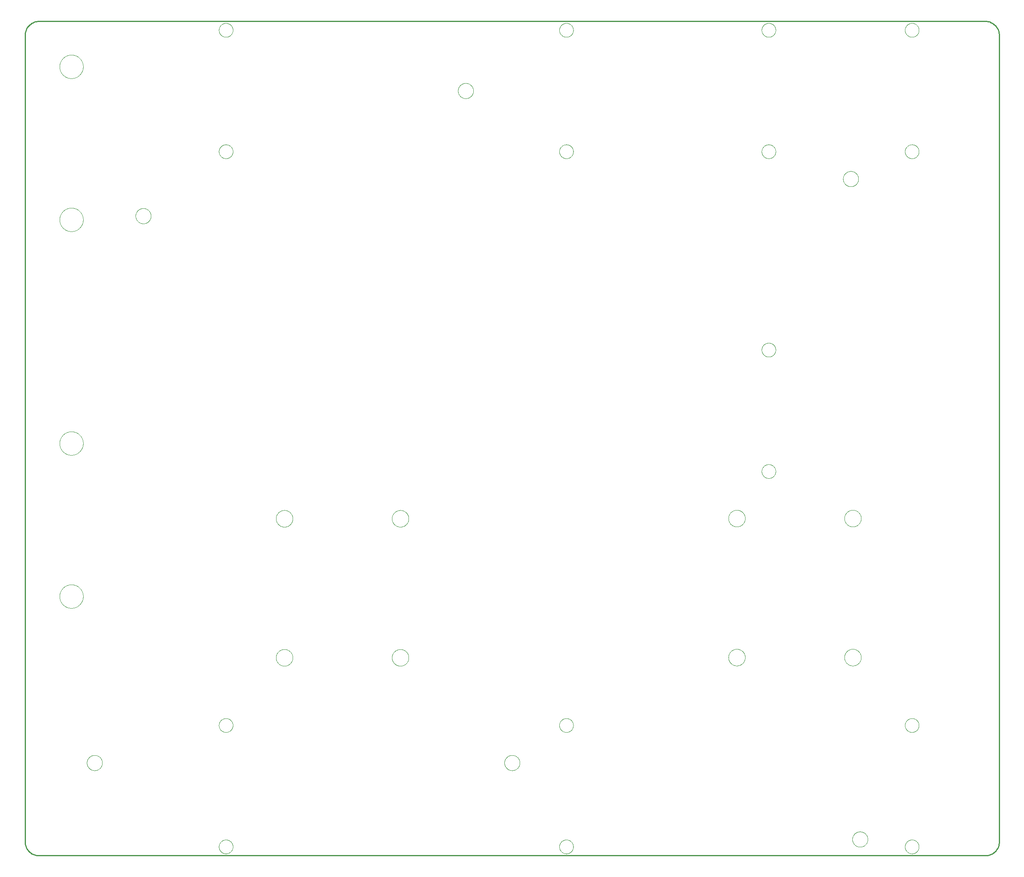
<source format=gko>
G04 EAGLE Gerber RS-274X export*
G75*
%MOMM*%
%FSLAX34Y34*%
%LPD*%
%INoutline*%
%IPPOS*%
%AMOC8*
5,1,8,0,0,1.08239X$1,22.5*%
G01*
%ADD10C,0.000000*%
%ADD11C,0.254000*%


D10*
X30000Y0D02*
X2070000Y0D01*
X2100000Y30000D02*
X2100000Y1770000D01*
X2070000Y1800000D02*
X30000Y1800000D01*
X0Y1770000D02*
X0Y30000D01*
X0Y1770000D02*
X9Y1770725D01*
X35Y1771449D01*
X79Y1772173D01*
X140Y1772895D01*
X219Y1773616D01*
X315Y1774335D01*
X428Y1775051D01*
X559Y1775764D01*
X707Y1776474D01*
X872Y1777179D01*
X1054Y1777881D01*
X1253Y1778578D01*
X1468Y1779271D01*
X1701Y1779957D01*
X1950Y1780638D01*
X2215Y1781313D01*
X2496Y1781981D01*
X2794Y1782642D01*
X3107Y1783296D01*
X3436Y1783942D01*
X3781Y1784580D01*
X4141Y1785209D01*
X4516Y1785829D01*
X4906Y1786440D01*
X5310Y1787042D01*
X5729Y1787634D01*
X6163Y1788215D01*
X6610Y1788786D01*
X7071Y1789345D01*
X7545Y1789894D01*
X8032Y1790430D01*
X8532Y1790955D01*
X9045Y1791468D01*
X9570Y1791968D01*
X10106Y1792455D01*
X10655Y1792929D01*
X11214Y1793390D01*
X11785Y1793837D01*
X12366Y1794271D01*
X12958Y1794690D01*
X13560Y1795094D01*
X14171Y1795484D01*
X14791Y1795859D01*
X15420Y1796219D01*
X16058Y1796564D01*
X16704Y1796893D01*
X17358Y1797206D01*
X18019Y1797504D01*
X18687Y1797785D01*
X19362Y1798050D01*
X20043Y1798299D01*
X20729Y1798532D01*
X21422Y1798747D01*
X22119Y1798946D01*
X22821Y1799128D01*
X23526Y1799293D01*
X24236Y1799441D01*
X24949Y1799572D01*
X25665Y1799685D01*
X26384Y1799781D01*
X27105Y1799860D01*
X27827Y1799921D01*
X28551Y1799965D01*
X29275Y1799991D01*
X30000Y1800000D01*
X2070000Y1800000D02*
X2070725Y1799991D01*
X2071449Y1799965D01*
X2072173Y1799921D01*
X2072895Y1799860D01*
X2073616Y1799781D01*
X2074335Y1799685D01*
X2075051Y1799572D01*
X2075764Y1799441D01*
X2076474Y1799293D01*
X2077179Y1799128D01*
X2077881Y1798946D01*
X2078578Y1798747D01*
X2079271Y1798532D01*
X2079957Y1798299D01*
X2080638Y1798050D01*
X2081313Y1797785D01*
X2081981Y1797504D01*
X2082642Y1797206D01*
X2083296Y1796893D01*
X2083942Y1796564D01*
X2084580Y1796219D01*
X2085209Y1795859D01*
X2085829Y1795484D01*
X2086440Y1795094D01*
X2087042Y1794690D01*
X2087634Y1794271D01*
X2088215Y1793837D01*
X2088786Y1793390D01*
X2089345Y1792929D01*
X2089894Y1792455D01*
X2090430Y1791968D01*
X2090955Y1791468D01*
X2091468Y1790955D01*
X2091968Y1790430D01*
X2092455Y1789894D01*
X2092929Y1789345D01*
X2093390Y1788786D01*
X2093837Y1788215D01*
X2094271Y1787634D01*
X2094690Y1787042D01*
X2095094Y1786440D01*
X2095484Y1785829D01*
X2095859Y1785209D01*
X2096219Y1784580D01*
X2096564Y1783942D01*
X2096893Y1783296D01*
X2097206Y1782642D01*
X2097504Y1781981D01*
X2097785Y1781313D01*
X2098050Y1780638D01*
X2098299Y1779957D01*
X2098532Y1779271D01*
X2098747Y1778578D01*
X2098946Y1777881D01*
X2099128Y1777179D01*
X2099293Y1776474D01*
X2099441Y1775764D01*
X2099572Y1775051D01*
X2099685Y1774335D01*
X2099781Y1773616D01*
X2099860Y1772895D01*
X2099921Y1772173D01*
X2099965Y1771449D01*
X2099991Y1770725D01*
X2100000Y1770000D01*
X2100000Y30000D02*
X2099991Y29275D01*
X2099965Y28551D01*
X2099921Y27827D01*
X2099860Y27105D01*
X2099781Y26384D01*
X2099685Y25665D01*
X2099572Y24949D01*
X2099441Y24236D01*
X2099293Y23526D01*
X2099128Y22821D01*
X2098946Y22119D01*
X2098747Y21422D01*
X2098532Y20729D01*
X2098299Y20043D01*
X2098050Y19362D01*
X2097785Y18687D01*
X2097504Y18019D01*
X2097206Y17358D01*
X2096893Y16704D01*
X2096564Y16058D01*
X2096219Y15420D01*
X2095859Y14791D01*
X2095484Y14171D01*
X2095094Y13560D01*
X2094690Y12958D01*
X2094271Y12366D01*
X2093837Y11785D01*
X2093390Y11214D01*
X2092929Y10655D01*
X2092455Y10106D01*
X2091968Y9570D01*
X2091468Y9045D01*
X2090955Y8532D01*
X2090430Y8032D01*
X2089894Y7545D01*
X2089345Y7071D01*
X2088786Y6610D01*
X2088215Y6163D01*
X2087634Y5729D01*
X2087042Y5310D01*
X2086440Y4906D01*
X2085829Y4516D01*
X2085209Y4141D01*
X2084580Y3781D01*
X2083942Y3436D01*
X2083296Y3107D01*
X2082642Y2794D01*
X2081981Y2496D01*
X2081313Y2215D01*
X2080638Y1950D01*
X2079957Y1701D01*
X2079271Y1468D01*
X2078578Y1253D01*
X2077881Y1054D01*
X2077179Y872D01*
X2076474Y707D01*
X2075764Y559D01*
X2075051Y428D01*
X2074335Y315D01*
X2073616Y219D01*
X2072895Y140D01*
X2072173Y79D01*
X2071449Y35D01*
X2070725Y9D01*
X2070000Y0D01*
X30000Y0D02*
X29275Y9D01*
X28551Y35D01*
X27827Y79D01*
X27105Y140D01*
X26384Y219D01*
X25665Y315D01*
X24949Y428D01*
X24236Y559D01*
X23526Y707D01*
X22821Y872D01*
X22119Y1054D01*
X21422Y1253D01*
X20729Y1468D01*
X20043Y1701D01*
X19362Y1950D01*
X18687Y2215D01*
X18019Y2496D01*
X17358Y2794D01*
X16704Y3107D01*
X16058Y3436D01*
X15420Y3781D01*
X14791Y4141D01*
X14171Y4516D01*
X13560Y4906D01*
X12958Y5310D01*
X12366Y5729D01*
X11785Y6163D01*
X11214Y6610D01*
X10655Y7071D01*
X10106Y7545D01*
X9570Y8032D01*
X9045Y8532D01*
X8532Y9045D01*
X8032Y9570D01*
X7545Y10106D01*
X7071Y10655D01*
X6610Y11214D01*
X6163Y11785D01*
X5729Y12366D01*
X5310Y12958D01*
X4906Y13560D01*
X4516Y14171D01*
X4141Y14791D01*
X3781Y15420D01*
X3436Y16058D01*
X3107Y16704D01*
X2794Y17358D01*
X2496Y18019D01*
X2215Y18687D01*
X1950Y19362D01*
X1701Y20043D01*
X1468Y20729D01*
X1253Y21422D01*
X1054Y22119D01*
X872Y22821D01*
X707Y23526D01*
X559Y24236D01*
X428Y24949D01*
X315Y25665D01*
X219Y26384D01*
X140Y27105D01*
X79Y27827D01*
X35Y28551D01*
X9Y29275D01*
X0Y30000D01*
X74600Y559200D02*
X74608Y559823D01*
X74631Y560446D01*
X74669Y561069D01*
X74722Y561690D01*
X74791Y562309D01*
X74875Y562927D01*
X74974Y563542D01*
X75088Y564155D01*
X75217Y564765D01*
X75361Y565372D01*
X75520Y565975D01*
X75694Y566573D01*
X75882Y567168D01*
X76085Y567757D01*
X76302Y568341D01*
X76533Y568920D01*
X76779Y569493D01*
X77039Y570060D01*
X77312Y570620D01*
X77599Y571173D01*
X77900Y571720D01*
X78214Y572258D01*
X78541Y572789D01*
X78881Y573311D01*
X79233Y573826D01*
X79599Y574331D01*
X79976Y574827D01*
X80366Y575314D01*
X80767Y575791D01*
X81180Y576258D01*
X81604Y576714D01*
X82039Y577161D01*
X82486Y577596D01*
X82942Y578020D01*
X83409Y578433D01*
X83886Y578834D01*
X84373Y579224D01*
X84869Y579601D01*
X85374Y579967D01*
X85889Y580319D01*
X86411Y580659D01*
X86942Y580986D01*
X87480Y581300D01*
X88027Y581601D01*
X88580Y581888D01*
X89140Y582161D01*
X89707Y582421D01*
X90280Y582667D01*
X90859Y582898D01*
X91443Y583115D01*
X92032Y583318D01*
X92627Y583506D01*
X93225Y583680D01*
X93828Y583839D01*
X94435Y583983D01*
X95045Y584112D01*
X95658Y584226D01*
X96273Y584325D01*
X96891Y584409D01*
X97510Y584478D01*
X98131Y584531D01*
X98754Y584569D01*
X99377Y584592D01*
X100000Y584600D01*
X100623Y584592D01*
X101246Y584569D01*
X101869Y584531D01*
X102490Y584478D01*
X103109Y584409D01*
X103727Y584325D01*
X104342Y584226D01*
X104955Y584112D01*
X105565Y583983D01*
X106172Y583839D01*
X106775Y583680D01*
X107373Y583506D01*
X107968Y583318D01*
X108557Y583115D01*
X109141Y582898D01*
X109720Y582667D01*
X110293Y582421D01*
X110860Y582161D01*
X111420Y581888D01*
X111973Y581601D01*
X112520Y581300D01*
X113058Y580986D01*
X113589Y580659D01*
X114111Y580319D01*
X114626Y579967D01*
X115131Y579601D01*
X115627Y579224D01*
X116114Y578834D01*
X116591Y578433D01*
X117058Y578020D01*
X117514Y577596D01*
X117961Y577161D01*
X118396Y576714D01*
X118820Y576258D01*
X119233Y575791D01*
X119634Y575314D01*
X120024Y574827D01*
X120401Y574331D01*
X120767Y573826D01*
X121119Y573311D01*
X121459Y572789D01*
X121786Y572258D01*
X122100Y571720D01*
X122401Y571173D01*
X122688Y570620D01*
X122961Y570060D01*
X123221Y569493D01*
X123467Y568920D01*
X123698Y568341D01*
X123915Y567757D01*
X124118Y567168D01*
X124306Y566573D01*
X124480Y565975D01*
X124639Y565372D01*
X124783Y564765D01*
X124912Y564155D01*
X125026Y563542D01*
X125125Y562927D01*
X125209Y562309D01*
X125278Y561690D01*
X125331Y561069D01*
X125369Y560446D01*
X125392Y559823D01*
X125400Y559200D01*
X125392Y558577D01*
X125369Y557954D01*
X125331Y557331D01*
X125278Y556710D01*
X125209Y556091D01*
X125125Y555473D01*
X125026Y554858D01*
X124912Y554245D01*
X124783Y553635D01*
X124639Y553028D01*
X124480Y552425D01*
X124306Y551827D01*
X124118Y551232D01*
X123915Y550643D01*
X123698Y550059D01*
X123467Y549480D01*
X123221Y548907D01*
X122961Y548340D01*
X122688Y547780D01*
X122401Y547227D01*
X122100Y546680D01*
X121786Y546142D01*
X121459Y545611D01*
X121119Y545089D01*
X120767Y544574D01*
X120401Y544069D01*
X120024Y543573D01*
X119634Y543086D01*
X119233Y542609D01*
X118820Y542142D01*
X118396Y541686D01*
X117961Y541239D01*
X117514Y540804D01*
X117058Y540380D01*
X116591Y539967D01*
X116114Y539566D01*
X115627Y539176D01*
X115131Y538799D01*
X114626Y538433D01*
X114111Y538081D01*
X113589Y537741D01*
X113058Y537414D01*
X112520Y537100D01*
X111973Y536799D01*
X111420Y536512D01*
X110860Y536239D01*
X110293Y535979D01*
X109720Y535733D01*
X109141Y535502D01*
X108557Y535285D01*
X107968Y535082D01*
X107373Y534894D01*
X106775Y534720D01*
X106172Y534561D01*
X105565Y534417D01*
X104955Y534288D01*
X104342Y534174D01*
X103727Y534075D01*
X103109Y533991D01*
X102490Y533922D01*
X101869Y533869D01*
X101246Y533831D01*
X100623Y533808D01*
X100000Y533800D01*
X99377Y533808D01*
X98754Y533831D01*
X98131Y533869D01*
X97510Y533922D01*
X96891Y533991D01*
X96273Y534075D01*
X95658Y534174D01*
X95045Y534288D01*
X94435Y534417D01*
X93828Y534561D01*
X93225Y534720D01*
X92627Y534894D01*
X92032Y535082D01*
X91443Y535285D01*
X90859Y535502D01*
X90280Y535733D01*
X89707Y535979D01*
X89140Y536239D01*
X88580Y536512D01*
X88027Y536799D01*
X87480Y537100D01*
X86942Y537414D01*
X86411Y537741D01*
X85889Y538081D01*
X85374Y538433D01*
X84869Y538799D01*
X84373Y539176D01*
X83886Y539566D01*
X83409Y539967D01*
X82942Y540380D01*
X82486Y540804D01*
X82039Y541239D01*
X81604Y541686D01*
X81180Y542142D01*
X80767Y542609D01*
X80366Y543086D01*
X79976Y543573D01*
X79599Y544069D01*
X79233Y544574D01*
X78881Y545089D01*
X78541Y545611D01*
X78214Y546142D01*
X77900Y546680D01*
X77599Y547227D01*
X77312Y547780D01*
X77039Y548340D01*
X76779Y548907D01*
X76533Y549480D01*
X76302Y550059D01*
X76085Y550643D01*
X75882Y551232D01*
X75694Y551827D01*
X75520Y552425D01*
X75361Y553028D01*
X75217Y553635D01*
X75088Y554245D01*
X74974Y554858D01*
X74875Y555473D01*
X74791Y556091D01*
X74722Y556710D01*
X74669Y557331D01*
X74631Y557954D01*
X74608Y558577D01*
X74600Y559200D01*
X74600Y1372000D02*
X74608Y1372623D01*
X74631Y1373246D01*
X74669Y1373869D01*
X74722Y1374490D01*
X74791Y1375109D01*
X74875Y1375727D01*
X74974Y1376342D01*
X75088Y1376955D01*
X75217Y1377565D01*
X75361Y1378172D01*
X75520Y1378775D01*
X75694Y1379373D01*
X75882Y1379968D01*
X76085Y1380557D01*
X76302Y1381141D01*
X76533Y1381720D01*
X76779Y1382293D01*
X77039Y1382860D01*
X77312Y1383420D01*
X77599Y1383973D01*
X77900Y1384520D01*
X78214Y1385058D01*
X78541Y1385589D01*
X78881Y1386111D01*
X79233Y1386626D01*
X79599Y1387131D01*
X79976Y1387627D01*
X80366Y1388114D01*
X80767Y1388591D01*
X81180Y1389058D01*
X81604Y1389514D01*
X82039Y1389961D01*
X82486Y1390396D01*
X82942Y1390820D01*
X83409Y1391233D01*
X83886Y1391634D01*
X84373Y1392024D01*
X84869Y1392401D01*
X85374Y1392767D01*
X85889Y1393119D01*
X86411Y1393459D01*
X86942Y1393786D01*
X87480Y1394100D01*
X88027Y1394401D01*
X88580Y1394688D01*
X89140Y1394961D01*
X89707Y1395221D01*
X90280Y1395467D01*
X90859Y1395698D01*
X91443Y1395915D01*
X92032Y1396118D01*
X92627Y1396306D01*
X93225Y1396480D01*
X93828Y1396639D01*
X94435Y1396783D01*
X95045Y1396912D01*
X95658Y1397026D01*
X96273Y1397125D01*
X96891Y1397209D01*
X97510Y1397278D01*
X98131Y1397331D01*
X98754Y1397369D01*
X99377Y1397392D01*
X100000Y1397400D01*
X100623Y1397392D01*
X101246Y1397369D01*
X101869Y1397331D01*
X102490Y1397278D01*
X103109Y1397209D01*
X103727Y1397125D01*
X104342Y1397026D01*
X104955Y1396912D01*
X105565Y1396783D01*
X106172Y1396639D01*
X106775Y1396480D01*
X107373Y1396306D01*
X107968Y1396118D01*
X108557Y1395915D01*
X109141Y1395698D01*
X109720Y1395467D01*
X110293Y1395221D01*
X110860Y1394961D01*
X111420Y1394688D01*
X111973Y1394401D01*
X112520Y1394100D01*
X113058Y1393786D01*
X113589Y1393459D01*
X114111Y1393119D01*
X114626Y1392767D01*
X115131Y1392401D01*
X115627Y1392024D01*
X116114Y1391634D01*
X116591Y1391233D01*
X117058Y1390820D01*
X117514Y1390396D01*
X117961Y1389961D01*
X118396Y1389514D01*
X118820Y1389058D01*
X119233Y1388591D01*
X119634Y1388114D01*
X120024Y1387627D01*
X120401Y1387131D01*
X120767Y1386626D01*
X121119Y1386111D01*
X121459Y1385589D01*
X121786Y1385058D01*
X122100Y1384520D01*
X122401Y1383973D01*
X122688Y1383420D01*
X122961Y1382860D01*
X123221Y1382293D01*
X123467Y1381720D01*
X123698Y1381141D01*
X123915Y1380557D01*
X124118Y1379968D01*
X124306Y1379373D01*
X124480Y1378775D01*
X124639Y1378172D01*
X124783Y1377565D01*
X124912Y1376955D01*
X125026Y1376342D01*
X125125Y1375727D01*
X125209Y1375109D01*
X125278Y1374490D01*
X125331Y1373869D01*
X125369Y1373246D01*
X125392Y1372623D01*
X125400Y1372000D01*
X125392Y1371377D01*
X125369Y1370754D01*
X125331Y1370131D01*
X125278Y1369510D01*
X125209Y1368891D01*
X125125Y1368273D01*
X125026Y1367658D01*
X124912Y1367045D01*
X124783Y1366435D01*
X124639Y1365828D01*
X124480Y1365225D01*
X124306Y1364627D01*
X124118Y1364032D01*
X123915Y1363443D01*
X123698Y1362859D01*
X123467Y1362280D01*
X123221Y1361707D01*
X122961Y1361140D01*
X122688Y1360580D01*
X122401Y1360027D01*
X122100Y1359480D01*
X121786Y1358942D01*
X121459Y1358411D01*
X121119Y1357889D01*
X120767Y1357374D01*
X120401Y1356869D01*
X120024Y1356373D01*
X119634Y1355886D01*
X119233Y1355409D01*
X118820Y1354942D01*
X118396Y1354486D01*
X117961Y1354039D01*
X117514Y1353604D01*
X117058Y1353180D01*
X116591Y1352767D01*
X116114Y1352366D01*
X115627Y1351976D01*
X115131Y1351599D01*
X114626Y1351233D01*
X114111Y1350881D01*
X113589Y1350541D01*
X113058Y1350214D01*
X112520Y1349900D01*
X111973Y1349599D01*
X111420Y1349312D01*
X110860Y1349039D01*
X110293Y1348779D01*
X109720Y1348533D01*
X109141Y1348302D01*
X108557Y1348085D01*
X107968Y1347882D01*
X107373Y1347694D01*
X106775Y1347520D01*
X106172Y1347361D01*
X105565Y1347217D01*
X104955Y1347088D01*
X104342Y1346974D01*
X103727Y1346875D01*
X103109Y1346791D01*
X102490Y1346722D01*
X101869Y1346669D01*
X101246Y1346631D01*
X100623Y1346608D01*
X100000Y1346600D01*
X99377Y1346608D01*
X98754Y1346631D01*
X98131Y1346669D01*
X97510Y1346722D01*
X96891Y1346791D01*
X96273Y1346875D01*
X95658Y1346974D01*
X95045Y1347088D01*
X94435Y1347217D01*
X93828Y1347361D01*
X93225Y1347520D01*
X92627Y1347694D01*
X92032Y1347882D01*
X91443Y1348085D01*
X90859Y1348302D01*
X90280Y1348533D01*
X89707Y1348779D01*
X89140Y1349039D01*
X88580Y1349312D01*
X88027Y1349599D01*
X87480Y1349900D01*
X86942Y1350214D01*
X86411Y1350541D01*
X85889Y1350881D01*
X85374Y1351233D01*
X84869Y1351599D01*
X84373Y1351976D01*
X83886Y1352366D01*
X83409Y1352767D01*
X82942Y1353180D01*
X82486Y1353604D01*
X82039Y1354039D01*
X81604Y1354486D01*
X81180Y1354942D01*
X80767Y1355409D01*
X80366Y1355886D01*
X79976Y1356373D01*
X79599Y1356869D01*
X79233Y1357374D01*
X78881Y1357889D01*
X78541Y1358411D01*
X78214Y1358942D01*
X77900Y1359480D01*
X77599Y1360027D01*
X77312Y1360580D01*
X77039Y1361140D01*
X76779Y1361707D01*
X76533Y1362280D01*
X76302Y1362859D01*
X76085Y1363443D01*
X75882Y1364032D01*
X75694Y1364627D01*
X75520Y1365225D01*
X75361Y1365828D01*
X75217Y1366435D01*
X75088Y1367045D01*
X74974Y1367658D01*
X74875Y1368273D01*
X74791Y1368891D01*
X74722Y1369510D01*
X74669Y1370131D01*
X74631Y1370754D01*
X74608Y1371377D01*
X74600Y1372000D01*
X74600Y889400D02*
X74608Y890023D01*
X74631Y890646D01*
X74669Y891269D01*
X74722Y891890D01*
X74791Y892509D01*
X74875Y893127D01*
X74974Y893742D01*
X75088Y894355D01*
X75217Y894965D01*
X75361Y895572D01*
X75520Y896175D01*
X75694Y896773D01*
X75882Y897368D01*
X76085Y897957D01*
X76302Y898541D01*
X76533Y899120D01*
X76779Y899693D01*
X77039Y900260D01*
X77312Y900820D01*
X77599Y901373D01*
X77900Y901920D01*
X78214Y902458D01*
X78541Y902989D01*
X78881Y903511D01*
X79233Y904026D01*
X79599Y904531D01*
X79976Y905027D01*
X80366Y905514D01*
X80767Y905991D01*
X81180Y906458D01*
X81604Y906914D01*
X82039Y907361D01*
X82486Y907796D01*
X82942Y908220D01*
X83409Y908633D01*
X83886Y909034D01*
X84373Y909424D01*
X84869Y909801D01*
X85374Y910167D01*
X85889Y910519D01*
X86411Y910859D01*
X86942Y911186D01*
X87480Y911500D01*
X88027Y911801D01*
X88580Y912088D01*
X89140Y912361D01*
X89707Y912621D01*
X90280Y912867D01*
X90859Y913098D01*
X91443Y913315D01*
X92032Y913518D01*
X92627Y913706D01*
X93225Y913880D01*
X93828Y914039D01*
X94435Y914183D01*
X95045Y914312D01*
X95658Y914426D01*
X96273Y914525D01*
X96891Y914609D01*
X97510Y914678D01*
X98131Y914731D01*
X98754Y914769D01*
X99377Y914792D01*
X100000Y914800D01*
X100623Y914792D01*
X101246Y914769D01*
X101869Y914731D01*
X102490Y914678D01*
X103109Y914609D01*
X103727Y914525D01*
X104342Y914426D01*
X104955Y914312D01*
X105565Y914183D01*
X106172Y914039D01*
X106775Y913880D01*
X107373Y913706D01*
X107968Y913518D01*
X108557Y913315D01*
X109141Y913098D01*
X109720Y912867D01*
X110293Y912621D01*
X110860Y912361D01*
X111420Y912088D01*
X111973Y911801D01*
X112520Y911500D01*
X113058Y911186D01*
X113589Y910859D01*
X114111Y910519D01*
X114626Y910167D01*
X115131Y909801D01*
X115627Y909424D01*
X116114Y909034D01*
X116591Y908633D01*
X117058Y908220D01*
X117514Y907796D01*
X117961Y907361D01*
X118396Y906914D01*
X118820Y906458D01*
X119233Y905991D01*
X119634Y905514D01*
X120024Y905027D01*
X120401Y904531D01*
X120767Y904026D01*
X121119Y903511D01*
X121459Y902989D01*
X121786Y902458D01*
X122100Y901920D01*
X122401Y901373D01*
X122688Y900820D01*
X122961Y900260D01*
X123221Y899693D01*
X123467Y899120D01*
X123698Y898541D01*
X123915Y897957D01*
X124118Y897368D01*
X124306Y896773D01*
X124480Y896175D01*
X124639Y895572D01*
X124783Y894965D01*
X124912Y894355D01*
X125026Y893742D01*
X125125Y893127D01*
X125209Y892509D01*
X125278Y891890D01*
X125331Y891269D01*
X125369Y890646D01*
X125392Y890023D01*
X125400Y889400D01*
X125392Y888777D01*
X125369Y888154D01*
X125331Y887531D01*
X125278Y886910D01*
X125209Y886291D01*
X125125Y885673D01*
X125026Y885058D01*
X124912Y884445D01*
X124783Y883835D01*
X124639Y883228D01*
X124480Y882625D01*
X124306Y882027D01*
X124118Y881432D01*
X123915Y880843D01*
X123698Y880259D01*
X123467Y879680D01*
X123221Y879107D01*
X122961Y878540D01*
X122688Y877980D01*
X122401Y877427D01*
X122100Y876880D01*
X121786Y876342D01*
X121459Y875811D01*
X121119Y875289D01*
X120767Y874774D01*
X120401Y874269D01*
X120024Y873773D01*
X119634Y873286D01*
X119233Y872809D01*
X118820Y872342D01*
X118396Y871886D01*
X117961Y871439D01*
X117514Y871004D01*
X117058Y870580D01*
X116591Y870167D01*
X116114Y869766D01*
X115627Y869376D01*
X115131Y868999D01*
X114626Y868633D01*
X114111Y868281D01*
X113589Y867941D01*
X113058Y867614D01*
X112520Y867300D01*
X111973Y866999D01*
X111420Y866712D01*
X110860Y866439D01*
X110293Y866179D01*
X109720Y865933D01*
X109141Y865702D01*
X108557Y865485D01*
X107968Y865282D01*
X107373Y865094D01*
X106775Y864920D01*
X106172Y864761D01*
X105565Y864617D01*
X104955Y864488D01*
X104342Y864374D01*
X103727Y864275D01*
X103109Y864191D01*
X102490Y864122D01*
X101869Y864069D01*
X101246Y864031D01*
X100623Y864008D01*
X100000Y864000D01*
X99377Y864008D01*
X98754Y864031D01*
X98131Y864069D01*
X97510Y864122D01*
X96891Y864191D01*
X96273Y864275D01*
X95658Y864374D01*
X95045Y864488D01*
X94435Y864617D01*
X93828Y864761D01*
X93225Y864920D01*
X92627Y865094D01*
X92032Y865282D01*
X91443Y865485D01*
X90859Y865702D01*
X90280Y865933D01*
X89707Y866179D01*
X89140Y866439D01*
X88580Y866712D01*
X88027Y866999D01*
X87480Y867300D01*
X86942Y867614D01*
X86411Y867941D01*
X85889Y868281D01*
X85374Y868633D01*
X84869Y868999D01*
X84373Y869376D01*
X83886Y869766D01*
X83409Y870167D01*
X82942Y870580D01*
X82486Y871004D01*
X82039Y871439D01*
X81604Y871886D01*
X81180Y872342D01*
X80767Y872809D01*
X80366Y873286D01*
X79976Y873773D01*
X79599Y874269D01*
X79233Y874774D01*
X78881Y875289D01*
X78541Y875811D01*
X78214Y876342D01*
X77900Y876880D01*
X77599Y877427D01*
X77312Y877980D01*
X77039Y878540D01*
X76779Y879107D01*
X76533Y879680D01*
X76302Y880259D01*
X76085Y880843D01*
X75882Y881432D01*
X75694Y882027D01*
X75520Y882625D01*
X75361Y883228D01*
X75217Y883835D01*
X75088Y884445D01*
X74974Y885058D01*
X74875Y885673D01*
X74791Y886291D01*
X74722Y886910D01*
X74669Y887531D01*
X74631Y888154D01*
X74608Y888777D01*
X74600Y889400D01*
X74600Y1702200D02*
X74608Y1702823D01*
X74631Y1703446D01*
X74669Y1704069D01*
X74722Y1704690D01*
X74791Y1705309D01*
X74875Y1705927D01*
X74974Y1706542D01*
X75088Y1707155D01*
X75217Y1707765D01*
X75361Y1708372D01*
X75520Y1708975D01*
X75694Y1709573D01*
X75882Y1710168D01*
X76085Y1710757D01*
X76302Y1711341D01*
X76533Y1711920D01*
X76779Y1712493D01*
X77039Y1713060D01*
X77312Y1713620D01*
X77599Y1714173D01*
X77900Y1714720D01*
X78214Y1715258D01*
X78541Y1715789D01*
X78881Y1716311D01*
X79233Y1716826D01*
X79599Y1717331D01*
X79976Y1717827D01*
X80366Y1718314D01*
X80767Y1718791D01*
X81180Y1719258D01*
X81604Y1719714D01*
X82039Y1720161D01*
X82486Y1720596D01*
X82942Y1721020D01*
X83409Y1721433D01*
X83886Y1721834D01*
X84373Y1722224D01*
X84869Y1722601D01*
X85374Y1722967D01*
X85889Y1723319D01*
X86411Y1723659D01*
X86942Y1723986D01*
X87480Y1724300D01*
X88027Y1724601D01*
X88580Y1724888D01*
X89140Y1725161D01*
X89707Y1725421D01*
X90280Y1725667D01*
X90859Y1725898D01*
X91443Y1726115D01*
X92032Y1726318D01*
X92627Y1726506D01*
X93225Y1726680D01*
X93828Y1726839D01*
X94435Y1726983D01*
X95045Y1727112D01*
X95658Y1727226D01*
X96273Y1727325D01*
X96891Y1727409D01*
X97510Y1727478D01*
X98131Y1727531D01*
X98754Y1727569D01*
X99377Y1727592D01*
X100000Y1727600D01*
X100623Y1727592D01*
X101246Y1727569D01*
X101869Y1727531D01*
X102490Y1727478D01*
X103109Y1727409D01*
X103727Y1727325D01*
X104342Y1727226D01*
X104955Y1727112D01*
X105565Y1726983D01*
X106172Y1726839D01*
X106775Y1726680D01*
X107373Y1726506D01*
X107968Y1726318D01*
X108557Y1726115D01*
X109141Y1725898D01*
X109720Y1725667D01*
X110293Y1725421D01*
X110860Y1725161D01*
X111420Y1724888D01*
X111973Y1724601D01*
X112520Y1724300D01*
X113058Y1723986D01*
X113589Y1723659D01*
X114111Y1723319D01*
X114626Y1722967D01*
X115131Y1722601D01*
X115627Y1722224D01*
X116114Y1721834D01*
X116591Y1721433D01*
X117058Y1721020D01*
X117514Y1720596D01*
X117961Y1720161D01*
X118396Y1719714D01*
X118820Y1719258D01*
X119233Y1718791D01*
X119634Y1718314D01*
X120024Y1717827D01*
X120401Y1717331D01*
X120767Y1716826D01*
X121119Y1716311D01*
X121459Y1715789D01*
X121786Y1715258D01*
X122100Y1714720D01*
X122401Y1714173D01*
X122688Y1713620D01*
X122961Y1713060D01*
X123221Y1712493D01*
X123467Y1711920D01*
X123698Y1711341D01*
X123915Y1710757D01*
X124118Y1710168D01*
X124306Y1709573D01*
X124480Y1708975D01*
X124639Y1708372D01*
X124783Y1707765D01*
X124912Y1707155D01*
X125026Y1706542D01*
X125125Y1705927D01*
X125209Y1705309D01*
X125278Y1704690D01*
X125331Y1704069D01*
X125369Y1703446D01*
X125392Y1702823D01*
X125400Y1702200D01*
X125392Y1701577D01*
X125369Y1700954D01*
X125331Y1700331D01*
X125278Y1699710D01*
X125209Y1699091D01*
X125125Y1698473D01*
X125026Y1697858D01*
X124912Y1697245D01*
X124783Y1696635D01*
X124639Y1696028D01*
X124480Y1695425D01*
X124306Y1694827D01*
X124118Y1694232D01*
X123915Y1693643D01*
X123698Y1693059D01*
X123467Y1692480D01*
X123221Y1691907D01*
X122961Y1691340D01*
X122688Y1690780D01*
X122401Y1690227D01*
X122100Y1689680D01*
X121786Y1689142D01*
X121459Y1688611D01*
X121119Y1688089D01*
X120767Y1687574D01*
X120401Y1687069D01*
X120024Y1686573D01*
X119634Y1686086D01*
X119233Y1685609D01*
X118820Y1685142D01*
X118396Y1684686D01*
X117961Y1684239D01*
X117514Y1683804D01*
X117058Y1683380D01*
X116591Y1682967D01*
X116114Y1682566D01*
X115627Y1682176D01*
X115131Y1681799D01*
X114626Y1681433D01*
X114111Y1681081D01*
X113589Y1680741D01*
X113058Y1680414D01*
X112520Y1680100D01*
X111973Y1679799D01*
X111420Y1679512D01*
X110860Y1679239D01*
X110293Y1678979D01*
X109720Y1678733D01*
X109141Y1678502D01*
X108557Y1678285D01*
X107968Y1678082D01*
X107373Y1677894D01*
X106775Y1677720D01*
X106172Y1677561D01*
X105565Y1677417D01*
X104955Y1677288D01*
X104342Y1677174D01*
X103727Y1677075D01*
X103109Y1676991D01*
X102490Y1676922D01*
X101869Y1676869D01*
X101246Y1676831D01*
X100623Y1676808D01*
X100000Y1676800D01*
X99377Y1676808D01*
X98754Y1676831D01*
X98131Y1676869D01*
X97510Y1676922D01*
X96891Y1676991D01*
X96273Y1677075D01*
X95658Y1677174D01*
X95045Y1677288D01*
X94435Y1677417D01*
X93828Y1677561D01*
X93225Y1677720D01*
X92627Y1677894D01*
X92032Y1678082D01*
X91443Y1678285D01*
X90859Y1678502D01*
X90280Y1678733D01*
X89707Y1678979D01*
X89140Y1679239D01*
X88580Y1679512D01*
X88027Y1679799D01*
X87480Y1680100D01*
X86942Y1680414D01*
X86411Y1680741D01*
X85889Y1681081D01*
X85374Y1681433D01*
X84869Y1681799D01*
X84373Y1682176D01*
X83886Y1682566D01*
X83409Y1682967D01*
X82942Y1683380D01*
X82486Y1683804D01*
X82039Y1684239D01*
X81604Y1684686D01*
X81180Y1685142D01*
X80767Y1685609D01*
X80366Y1686086D01*
X79976Y1686573D01*
X79599Y1687069D01*
X79233Y1687574D01*
X78881Y1688089D01*
X78541Y1688611D01*
X78214Y1689142D01*
X77900Y1689680D01*
X77599Y1690227D01*
X77312Y1690780D01*
X77039Y1691340D01*
X76779Y1691907D01*
X76533Y1692480D01*
X76302Y1693059D01*
X76085Y1693643D01*
X75882Y1694232D01*
X75694Y1694827D01*
X75520Y1695425D01*
X75361Y1696028D01*
X75217Y1696635D01*
X75088Y1697245D01*
X74974Y1697858D01*
X74875Y1698473D01*
X74791Y1699091D01*
X74722Y1699710D01*
X74669Y1700331D01*
X74631Y1700954D01*
X74608Y1701577D01*
X74600Y1702200D01*
X418100Y1519000D02*
X418105Y1519368D01*
X418118Y1519736D01*
X418141Y1520103D01*
X418172Y1520470D01*
X418213Y1520836D01*
X418262Y1521201D01*
X418321Y1521564D01*
X418388Y1521926D01*
X418464Y1522287D01*
X418550Y1522645D01*
X418643Y1523001D01*
X418746Y1523354D01*
X418857Y1523705D01*
X418977Y1524053D01*
X419105Y1524398D01*
X419242Y1524740D01*
X419387Y1525079D01*
X419540Y1525413D01*
X419702Y1525744D01*
X419871Y1526071D01*
X420049Y1526393D01*
X420234Y1526712D01*
X420427Y1527025D01*
X420628Y1527334D01*
X420836Y1527637D01*
X421052Y1527935D01*
X421275Y1528228D01*
X421505Y1528516D01*
X421742Y1528798D01*
X421986Y1529073D01*
X422236Y1529343D01*
X422493Y1529607D01*
X422757Y1529864D01*
X423027Y1530114D01*
X423302Y1530358D01*
X423584Y1530595D01*
X423872Y1530825D01*
X424165Y1531048D01*
X424463Y1531264D01*
X424766Y1531472D01*
X425075Y1531673D01*
X425388Y1531866D01*
X425707Y1532051D01*
X426029Y1532229D01*
X426356Y1532398D01*
X426687Y1532560D01*
X427021Y1532713D01*
X427360Y1532858D01*
X427702Y1532995D01*
X428047Y1533123D01*
X428395Y1533243D01*
X428746Y1533354D01*
X429099Y1533457D01*
X429455Y1533550D01*
X429813Y1533636D01*
X430174Y1533712D01*
X430536Y1533779D01*
X430899Y1533838D01*
X431264Y1533887D01*
X431630Y1533928D01*
X431997Y1533959D01*
X432364Y1533982D01*
X432732Y1533995D01*
X433100Y1534000D01*
X433468Y1533995D01*
X433836Y1533982D01*
X434203Y1533959D01*
X434570Y1533928D01*
X434936Y1533887D01*
X435301Y1533838D01*
X435664Y1533779D01*
X436026Y1533712D01*
X436387Y1533636D01*
X436745Y1533550D01*
X437101Y1533457D01*
X437454Y1533354D01*
X437805Y1533243D01*
X438153Y1533123D01*
X438498Y1532995D01*
X438840Y1532858D01*
X439179Y1532713D01*
X439513Y1532560D01*
X439844Y1532398D01*
X440171Y1532229D01*
X440493Y1532051D01*
X440812Y1531866D01*
X441125Y1531673D01*
X441434Y1531472D01*
X441737Y1531264D01*
X442035Y1531048D01*
X442328Y1530825D01*
X442616Y1530595D01*
X442898Y1530358D01*
X443173Y1530114D01*
X443443Y1529864D01*
X443707Y1529607D01*
X443964Y1529343D01*
X444214Y1529073D01*
X444458Y1528798D01*
X444695Y1528516D01*
X444925Y1528228D01*
X445148Y1527935D01*
X445364Y1527637D01*
X445572Y1527334D01*
X445773Y1527025D01*
X445966Y1526712D01*
X446151Y1526393D01*
X446329Y1526071D01*
X446498Y1525744D01*
X446660Y1525413D01*
X446813Y1525079D01*
X446958Y1524740D01*
X447095Y1524398D01*
X447223Y1524053D01*
X447343Y1523705D01*
X447454Y1523354D01*
X447557Y1523001D01*
X447650Y1522645D01*
X447736Y1522287D01*
X447812Y1521926D01*
X447879Y1521564D01*
X447938Y1521201D01*
X447987Y1520836D01*
X448028Y1520470D01*
X448059Y1520103D01*
X448082Y1519736D01*
X448095Y1519368D01*
X448100Y1519000D01*
X448095Y1518632D01*
X448082Y1518264D01*
X448059Y1517897D01*
X448028Y1517530D01*
X447987Y1517164D01*
X447938Y1516799D01*
X447879Y1516436D01*
X447812Y1516074D01*
X447736Y1515713D01*
X447650Y1515355D01*
X447557Y1514999D01*
X447454Y1514646D01*
X447343Y1514295D01*
X447223Y1513947D01*
X447095Y1513602D01*
X446958Y1513260D01*
X446813Y1512921D01*
X446660Y1512587D01*
X446498Y1512256D01*
X446329Y1511929D01*
X446151Y1511607D01*
X445966Y1511288D01*
X445773Y1510975D01*
X445572Y1510666D01*
X445364Y1510363D01*
X445148Y1510065D01*
X444925Y1509772D01*
X444695Y1509484D01*
X444458Y1509202D01*
X444214Y1508927D01*
X443964Y1508657D01*
X443707Y1508393D01*
X443443Y1508136D01*
X443173Y1507886D01*
X442898Y1507642D01*
X442616Y1507405D01*
X442328Y1507175D01*
X442035Y1506952D01*
X441737Y1506736D01*
X441434Y1506528D01*
X441125Y1506327D01*
X440812Y1506134D01*
X440493Y1505949D01*
X440171Y1505771D01*
X439844Y1505602D01*
X439513Y1505440D01*
X439179Y1505287D01*
X438840Y1505142D01*
X438498Y1505005D01*
X438153Y1504877D01*
X437805Y1504757D01*
X437454Y1504646D01*
X437101Y1504543D01*
X436745Y1504450D01*
X436387Y1504364D01*
X436026Y1504288D01*
X435664Y1504221D01*
X435301Y1504162D01*
X434936Y1504113D01*
X434570Y1504072D01*
X434203Y1504041D01*
X433836Y1504018D01*
X433468Y1504005D01*
X433100Y1504000D01*
X432732Y1504005D01*
X432364Y1504018D01*
X431997Y1504041D01*
X431630Y1504072D01*
X431264Y1504113D01*
X430899Y1504162D01*
X430536Y1504221D01*
X430174Y1504288D01*
X429813Y1504364D01*
X429455Y1504450D01*
X429099Y1504543D01*
X428746Y1504646D01*
X428395Y1504757D01*
X428047Y1504877D01*
X427702Y1505005D01*
X427360Y1505142D01*
X427021Y1505287D01*
X426687Y1505440D01*
X426356Y1505602D01*
X426029Y1505771D01*
X425707Y1505949D01*
X425388Y1506134D01*
X425075Y1506327D01*
X424766Y1506528D01*
X424463Y1506736D01*
X424165Y1506952D01*
X423872Y1507175D01*
X423584Y1507405D01*
X423302Y1507642D01*
X423027Y1507886D01*
X422757Y1508136D01*
X422493Y1508393D01*
X422236Y1508657D01*
X421986Y1508927D01*
X421742Y1509202D01*
X421505Y1509484D01*
X421275Y1509772D01*
X421052Y1510065D01*
X420836Y1510363D01*
X420628Y1510666D01*
X420427Y1510975D01*
X420234Y1511288D01*
X420049Y1511607D01*
X419871Y1511929D01*
X419702Y1512256D01*
X419540Y1512587D01*
X419387Y1512921D01*
X419242Y1513260D01*
X419105Y1513602D01*
X418977Y1513947D01*
X418857Y1514295D01*
X418746Y1514646D01*
X418643Y1514999D01*
X418550Y1515355D01*
X418464Y1515713D01*
X418388Y1516074D01*
X418321Y1516436D01*
X418262Y1516799D01*
X418213Y1517164D01*
X418172Y1517530D01*
X418141Y1517897D01*
X418118Y1518264D01*
X418105Y1518632D01*
X418100Y1519000D01*
X418100Y1781000D02*
X418105Y1781368D01*
X418118Y1781736D01*
X418141Y1782103D01*
X418172Y1782470D01*
X418213Y1782836D01*
X418262Y1783201D01*
X418321Y1783564D01*
X418388Y1783926D01*
X418464Y1784287D01*
X418550Y1784645D01*
X418643Y1785001D01*
X418746Y1785354D01*
X418857Y1785705D01*
X418977Y1786053D01*
X419105Y1786398D01*
X419242Y1786740D01*
X419387Y1787079D01*
X419540Y1787413D01*
X419702Y1787744D01*
X419871Y1788071D01*
X420049Y1788393D01*
X420234Y1788712D01*
X420427Y1789025D01*
X420628Y1789334D01*
X420836Y1789637D01*
X421052Y1789935D01*
X421275Y1790228D01*
X421505Y1790516D01*
X421742Y1790798D01*
X421986Y1791073D01*
X422236Y1791343D01*
X422493Y1791607D01*
X422757Y1791864D01*
X423027Y1792114D01*
X423302Y1792358D01*
X423584Y1792595D01*
X423872Y1792825D01*
X424165Y1793048D01*
X424463Y1793264D01*
X424766Y1793472D01*
X425075Y1793673D01*
X425388Y1793866D01*
X425707Y1794051D01*
X426029Y1794229D01*
X426356Y1794398D01*
X426687Y1794560D01*
X427021Y1794713D01*
X427360Y1794858D01*
X427702Y1794995D01*
X428047Y1795123D01*
X428395Y1795243D01*
X428746Y1795354D01*
X429099Y1795457D01*
X429455Y1795550D01*
X429813Y1795636D01*
X430174Y1795712D01*
X430536Y1795779D01*
X430899Y1795838D01*
X431264Y1795887D01*
X431630Y1795928D01*
X431997Y1795959D01*
X432364Y1795982D01*
X432732Y1795995D01*
X433100Y1796000D01*
X433468Y1795995D01*
X433836Y1795982D01*
X434203Y1795959D01*
X434570Y1795928D01*
X434936Y1795887D01*
X435301Y1795838D01*
X435664Y1795779D01*
X436026Y1795712D01*
X436387Y1795636D01*
X436745Y1795550D01*
X437101Y1795457D01*
X437454Y1795354D01*
X437805Y1795243D01*
X438153Y1795123D01*
X438498Y1794995D01*
X438840Y1794858D01*
X439179Y1794713D01*
X439513Y1794560D01*
X439844Y1794398D01*
X440171Y1794229D01*
X440493Y1794051D01*
X440812Y1793866D01*
X441125Y1793673D01*
X441434Y1793472D01*
X441737Y1793264D01*
X442035Y1793048D01*
X442328Y1792825D01*
X442616Y1792595D01*
X442898Y1792358D01*
X443173Y1792114D01*
X443443Y1791864D01*
X443707Y1791607D01*
X443964Y1791343D01*
X444214Y1791073D01*
X444458Y1790798D01*
X444695Y1790516D01*
X444925Y1790228D01*
X445148Y1789935D01*
X445364Y1789637D01*
X445572Y1789334D01*
X445773Y1789025D01*
X445966Y1788712D01*
X446151Y1788393D01*
X446329Y1788071D01*
X446498Y1787744D01*
X446660Y1787413D01*
X446813Y1787079D01*
X446958Y1786740D01*
X447095Y1786398D01*
X447223Y1786053D01*
X447343Y1785705D01*
X447454Y1785354D01*
X447557Y1785001D01*
X447650Y1784645D01*
X447736Y1784287D01*
X447812Y1783926D01*
X447879Y1783564D01*
X447938Y1783201D01*
X447987Y1782836D01*
X448028Y1782470D01*
X448059Y1782103D01*
X448082Y1781736D01*
X448095Y1781368D01*
X448100Y1781000D01*
X448095Y1780632D01*
X448082Y1780264D01*
X448059Y1779897D01*
X448028Y1779530D01*
X447987Y1779164D01*
X447938Y1778799D01*
X447879Y1778436D01*
X447812Y1778074D01*
X447736Y1777713D01*
X447650Y1777355D01*
X447557Y1776999D01*
X447454Y1776646D01*
X447343Y1776295D01*
X447223Y1775947D01*
X447095Y1775602D01*
X446958Y1775260D01*
X446813Y1774921D01*
X446660Y1774587D01*
X446498Y1774256D01*
X446329Y1773929D01*
X446151Y1773607D01*
X445966Y1773288D01*
X445773Y1772975D01*
X445572Y1772666D01*
X445364Y1772363D01*
X445148Y1772065D01*
X444925Y1771772D01*
X444695Y1771484D01*
X444458Y1771202D01*
X444214Y1770927D01*
X443964Y1770657D01*
X443707Y1770393D01*
X443443Y1770136D01*
X443173Y1769886D01*
X442898Y1769642D01*
X442616Y1769405D01*
X442328Y1769175D01*
X442035Y1768952D01*
X441737Y1768736D01*
X441434Y1768528D01*
X441125Y1768327D01*
X440812Y1768134D01*
X440493Y1767949D01*
X440171Y1767771D01*
X439844Y1767602D01*
X439513Y1767440D01*
X439179Y1767287D01*
X438840Y1767142D01*
X438498Y1767005D01*
X438153Y1766877D01*
X437805Y1766757D01*
X437454Y1766646D01*
X437101Y1766543D01*
X436745Y1766450D01*
X436387Y1766364D01*
X436026Y1766288D01*
X435664Y1766221D01*
X435301Y1766162D01*
X434936Y1766113D01*
X434570Y1766072D01*
X434203Y1766041D01*
X433836Y1766018D01*
X433468Y1766005D01*
X433100Y1766000D01*
X432732Y1766005D01*
X432364Y1766018D01*
X431997Y1766041D01*
X431630Y1766072D01*
X431264Y1766113D01*
X430899Y1766162D01*
X430536Y1766221D01*
X430174Y1766288D01*
X429813Y1766364D01*
X429455Y1766450D01*
X429099Y1766543D01*
X428746Y1766646D01*
X428395Y1766757D01*
X428047Y1766877D01*
X427702Y1767005D01*
X427360Y1767142D01*
X427021Y1767287D01*
X426687Y1767440D01*
X426356Y1767602D01*
X426029Y1767771D01*
X425707Y1767949D01*
X425388Y1768134D01*
X425075Y1768327D01*
X424766Y1768528D01*
X424463Y1768736D01*
X424165Y1768952D01*
X423872Y1769175D01*
X423584Y1769405D01*
X423302Y1769642D01*
X423027Y1769886D01*
X422757Y1770136D01*
X422493Y1770393D01*
X422236Y1770657D01*
X421986Y1770927D01*
X421742Y1771202D01*
X421505Y1771484D01*
X421275Y1771772D01*
X421052Y1772065D01*
X420836Y1772363D01*
X420628Y1772666D01*
X420427Y1772975D01*
X420234Y1773288D01*
X420049Y1773607D01*
X419871Y1773929D01*
X419702Y1774256D01*
X419540Y1774587D01*
X419387Y1774921D01*
X419242Y1775260D01*
X419105Y1775602D01*
X418977Y1775947D01*
X418857Y1776295D01*
X418746Y1776646D01*
X418643Y1776999D01*
X418550Y1777355D01*
X418464Y1777713D01*
X418388Y1778074D01*
X418321Y1778436D01*
X418262Y1778799D01*
X418213Y1779164D01*
X418172Y1779530D01*
X418141Y1779897D01*
X418118Y1780264D01*
X418105Y1780632D01*
X418100Y1781000D01*
X418100Y19000D02*
X418105Y19368D01*
X418118Y19736D01*
X418141Y20103D01*
X418172Y20470D01*
X418213Y20836D01*
X418262Y21201D01*
X418321Y21564D01*
X418388Y21926D01*
X418464Y22287D01*
X418550Y22645D01*
X418643Y23001D01*
X418746Y23354D01*
X418857Y23705D01*
X418977Y24053D01*
X419105Y24398D01*
X419242Y24740D01*
X419387Y25079D01*
X419540Y25413D01*
X419702Y25744D01*
X419871Y26071D01*
X420049Y26393D01*
X420234Y26712D01*
X420427Y27025D01*
X420628Y27334D01*
X420836Y27637D01*
X421052Y27935D01*
X421275Y28228D01*
X421505Y28516D01*
X421742Y28798D01*
X421986Y29073D01*
X422236Y29343D01*
X422493Y29607D01*
X422757Y29864D01*
X423027Y30114D01*
X423302Y30358D01*
X423584Y30595D01*
X423872Y30825D01*
X424165Y31048D01*
X424463Y31264D01*
X424766Y31472D01*
X425075Y31673D01*
X425388Y31866D01*
X425707Y32051D01*
X426029Y32229D01*
X426356Y32398D01*
X426687Y32560D01*
X427021Y32713D01*
X427360Y32858D01*
X427702Y32995D01*
X428047Y33123D01*
X428395Y33243D01*
X428746Y33354D01*
X429099Y33457D01*
X429455Y33550D01*
X429813Y33636D01*
X430174Y33712D01*
X430536Y33779D01*
X430899Y33838D01*
X431264Y33887D01*
X431630Y33928D01*
X431997Y33959D01*
X432364Y33982D01*
X432732Y33995D01*
X433100Y34000D01*
X433468Y33995D01*
X433836Y33982D01*
X434203Y33959D01*
X434570Y33928D01*
X434936Y33887D01*
X435301Y33838D01*
X435664Y33779D01*
X436026Y33712D01*
X436387Y33636D01*
X436745Y33550D01*
X437101Y33457D01*
X437454Y33354D01*
X437805Y33243D01*
X438153Y33123D01*
X438498Y32995D01*
X438840Y32858D01*
X439179Y32713D01*
X439513Y32560D01*
X439844Y32398D01*
X440171Y32229D01*
X440493Y32051D01*
X440812Y31866D01*
X441125Y31673D01*
X441434Y31472D01*
X441737Y31264D01*
X442035Y31048D01*
X442328Y30825D01*
X442616Y30595D01*
X442898Y30358D01*
X443173Y30114D01*
X443443Y29864D01*
X443707Y29607D01*
X443964Y29343D01*
X444214Y29073D01*
X444458Y28798D01*
X444695Y28516D01*
X444925Y28228D01*
X445148Y27935D01*
X445364Y27637D01*
X445572Y27334D01*
X445773Y27025D01*
X445966Y26712D01*
X446151Y26393D01*
X446329Y26071D01*
X446498Y25744D01*
X446660Y25413D01*
X446813Y25079D01*
X446958Y24740D01*
X447095Y24398D01*
X447223Y24053D01*
X447343Y23705D01*
X447454Y23354D01*
X447557Y23001D01*
X447650Y22645D01*
X447736Y22287D01*
X447812Y21926D01*
X447879Y21564D01*
X447938Y21201D01*
X447987Y20836D01*
X448028Y20470D01*
X448059Y20103D01*
X448082Y19736D01*
X448095Y19368D01*
X448100Y19000D01*
X448095Y18632D01*
X448082Y18264D01*
X448059Y17897D01*
X448028Y17530D01*
X447987Y17164D01*
X447938Y16799D01*
X447879Y16436D01*
X447812Y16074D01*
X447736Y15713D01*
X447650Y15355D01*
X447557Y14999D01*
X447454Y14646D01*
X447343Y14295D01*
X447223Y13947D01*
X447095Y13602D01*
X446958Y13260D01*
X446813Y12921D01*
X446660Y12587D01*
X446498Y12256D01*
X446329Y11929D01*
X446151Y11607D01*
X445966Y11288D01*
X445773Y10975D01*
X445572Y10666D01*
X445364Y10363D01*
X445148Y10065D01*
X444925Y9772D01*
X444695Y9484D01*
X444458Y9202D01*
X444214Y8927D01*
X443964Y8657D01*
X443707Y8393D01*
X443443Y8136D01*
X443173Y7886D01*
X442898Y7642D01*
X442616Y7405D01*
X442328Y7175D01*
X442035Y6952D01*
X441737Y6736D01*
X441434Y6528D01*
X441125Y6327D01*
X440812Y6134D01*
X440493Y5949D01*
X440171Y5771D01*
X439844Y5602D01*
X439513Y5440D01*
X439179Y5287D01*
X438840Y5142D01*
X438498Y5005D01*
X438153Y4877D01*
X437805Y4757D01*
X437454Y4646D01*
X437101Y4543D01*
X436745Y4450D01*
X436387Y4364D01*
X436026Y4288D01*
X435664Y4221D01*
X435301Y4162D01*
X434936Y4113D01*
X434570Y4072D01*
X434203Y4041D01*
X433836Y4018D01*
X433468Y4005D01*
X433100Y4000D01*
X432732Y4005D01*
X432364Y4018D01*
X431997Y4041D01*
X431630Y4072D01*
X431264Y4113D01*
X430899Y4162D01*
X430536Y4221D01*
X430174Y4288D01*
X429813Y4364D01*
X429455Y4450D01*
X429099Y4543D01*
X428746Y4646D01*
X428395Y4757D01*
X428047Y4877D01*
X427702Y5005D01*
X427360Y5142D01*
X427021Y5287D01*
X426687Y5440D01*
X426356Y5602D01*
X426029Y5771D01*
X425707Y5949D01*
X425388Y6134D01*
X425075Y6327D01*
X424766Y6528D01*
X424463Y6736D01*
X424165Y6952D01*
X423872Y7175D01*
X423584Y7405D01*
X423302Y7642D01*
X423027Y7886D01*
X422757Y8136D01*
X422493Y8393D01*
X422236Y8657D01*
X421986Y8927D01*
X421742Y9202D01*
X421505Y9484D01*
X421275Y9772D01*
X421052Y10065D01*
X420836Y10363D01*
X420628Y10666D01*
X420427Y10975D01*
X420234Y11288D01*
X420049Y11607D01*
X419871Y11929D01*
X419702Y12256D01*
X419540Y12587D01*
X419387Y12921D01*
X419242Y13260D01*
X419105Y13602D01*
X418977Y13947D01*
X418857Y14295D01*
X418746Y14646D01*
X418643Y14999D01*
X418550Y15355D01*
X418464Y15713D01*
X418388Y16074D01*
X418321Y16436D01*
X418262Y16799D01*
X418213Y17164D01*
X418172Y17530D01*
X418141Y17897D01*
X418118Y18264D01*
X418105Y18632D01*
X418100Y19000D01*
X418100Y281000D02*
X418105Y281368D01*
X418118Y281736D01*
X418141Y282103D01*
X418172Y282470D01*
X418213Y282836D01*
X418262Y283201D01*
X418321Y283564D01*
X418388Y283926D01*
X418464Y284287D01*
X418550Y284645D01*
X418643Y285001D01*
X418746Y285354D01*
X418857Y285705D01*
X418977Y286053D01*
X419105Y286398D01*
X419242Y286740D01*
X419387Y287079D01*
X419540Y287413D01*
X419702Y287744D01*
X419871Y288071D01*
X420049Y288393D01*
X420234Y288712D01*
X420427Y289025D01*
X420628Y289334D01*
X420836Y289637D01*
X421052Y289935D01*
X421275Y290228D01*
X421505Y290516D01*
X421742Y290798D01*
X421986Y291073D01*
X422236Y291343D01*
X422493Y291607D01*
X422757Y291864D01*
X423027Y292114D01*
X423302Y292358D01*
X423584Y292595D01*
X423872Y292825D01*
X424165Y293048D01*
X424463Y293264D01*
X424766Y293472D01*
X425075Y293673D01*
X425388Y293866D01*
X425707Y294051D01*
X426029Y294229D01*
X426356Y294398D01*
X426687Y294560D01*
X427021Y294713D01*
X427360Y294858D01*
X427702Y294995D01*
X428047Y295123D01*
X428395Y295243D01*
X428746Y295354D01*
X429099Y295457D01*
X429455Y295550D01*
X429813Y295636D01*
X430174Y295712D01*
X430536Y295779D01*
X430899Y295838D01*
X431264Y295887D01*
X431630Y295928D01*
X431997Y295959D01*
X432364Y295982D01*
X432732Y295995D01*
X433100Y296000D01*
X433468Y295995D01*
X433836Y295982D01*
X434203Y295959D01*
X434570Y295928D01*
X434936Y295887D01*
X435301Y295838D01*
X435664Y295779D01*
X436026Y295712D01*
X436387Y295636D01*
X436745Y295550D01*
X437101Y295457D01*
X437454Y295354D01*
X437805Y295243D01*
X438153Y295123D01*
X438498Y294995D01*
X438840Y294858D01*
X439179Y294713D01*
X439513Y294560D01*
X439844Y294398D01*
X440171Y294229D01*
X440493Y294051D01*
X440812Y293866D01*
X441125Y293673D01*
X441434Y293472D01*
X441737Y293264D01*
X442035Y293048D01*
X442328Y292825D01*
X442616Y292595D01*
X442898Y292358D01*
X443173Y292114D01*
X443443Y291864D01*
X443707Y291607D01*
X443964Y291343D01*
X444214Y291073D01*
X444458Y290798D01*
X444695Y290516D01*
X444925Y290228D01*
X445148Y289935D01*
X445364Y289637D01*
X445572Y289334D01*
X445773Y289025D01*
X445966Y288712D01*
X446151Y288393D01*
X446329Y288071D01*
X446498Y287744D01*
X446660Y287413D01*
X446813Y287079D01*
X446958Y286740D01*
X447095Y286398D01*
X447223Y286053D01*
X447343Y285705D01*
X447454Y285354D01*
X447557Y285001D01*
X447650Y284645D01*
X447736Y284287D01*
X447812Y283926D01*
X447879Y283564D01*
X447938Y283201D01*
X447987Y282836D01*
X448028Y282470D01*
X448059Y282103D01*
X448082Y281736D01*
X448095Y281368D01*
X448100Y281000D01*
X448095Y280632D01*
X448082Y280264D01*
X448059Y279897D01*
X448028Y279530D01*
X447987Y279164D01*
X447938Y278799D01*
X447879Y278436D01*
X447812Y278074D01*
X447736Y277713D01*
X447650Y277355D01*
X447557Y276999D01*
X447454Y276646D01*
X447343Y276295D01*
X447223Y275947D01*
X447095Y275602D01*
X446958Y275260D01*
X446813Y274921D01*
X446660Y274587D01*
X446498Y274256D01*
X446329Y273929D01*
X446151Y273607D01*
X445966Y273288D01*
X445773Y272975D01*
X445572Y272666D01*
X445364Y272363D01*
X445148Y272065D01*
X444925Y271772D01*
X444695Y271484D01*
X444458Y271202D01*
X444214Y270927D01*
X443964Y270657D01*
X443707Y270393D01*
X443443Y270136D01*
X443173Y269886D01*
X442898Y269642D01*
X442616Y269405D01*
X442328Y269175D01*
X442035Y268952D01*
X441737Y268736D01*
X441434Y268528D01*
X441125Y268327D01*
X440812Y268134D01*
X440493Y267949D01*
X440171Y267771D01*
X439844Y267602D01*
X439513Y267440D01*
X439179Y267287D01*
X438840Y267142D01*
X438498Y267005D01*
X438153Y266877D01*
X437805Y266757D01*
X437454Y266646D01*
X437101Y266543D01*
X436745Y266450D01*
X436387Y266364D01*
X436026Y266288D01*
X435664Y266221D01*
X435301Y266162D01*
X434936Y266113D01*
X434570Y266072D01*
X434203Y266041D01*
X433836Y266018D01*
X433468Y266005D01*
X433100Y266000D01*
X432732Y266005D01*
X432364Y266018D01*
X431997Y266041D01*
X431630Y266072D01*
X431264Y266113D01*
X430899Y266162D01*
X430536Y266221D01*
X430174Y266288D01*
X429813Y266364D01*
X429455Y266450D01*
X429099Y266543D01*
X428746Y266646D01*
X428395Y266757D01*
X428047Y266877D01*
X427702Y267005D01*
X427360Y267142D01*
X427021Y267287D01*
X426687Y267440D01*
X426356Y267602D01*
X426029Y267771D01*
X425707Y267949D01*
X425388Y268134D01*
X425075Y268327D01*
X424766Y268528D01*
X424463Y268736D01*
X424165Y268952D01*
X423872Y269175D01*
X423584Y269405D01*
X423302Y269642D01*
X423027Y269886D01*
X422757Y270136D01*
X422493Y270393D01*
X422236Y270657D01*
X421986Y270927D01*
X421742Y271202D01*
X421505Y271484D01*
X421275Y271772D01*
X421052Y272065D01*
X420836Y272363D01*
X420628Y272666D01*
X420427Y272975D01*
X420234Y273288D01*
X420049Y273607D01*
X419871Y273929D01*
X419702Y274256D01*
X419540Y274587D01*
X419387Y274921D01*
X419242Y275260D01*
X419105Y275602D01*
X418977Y275947D01*
X418857Y276295D01*
X418746Y276646D01*
X418643Y276999D01*
X418550Y277355D01*
X418464Y277713D01*
X418388Y278074D01*
X418321Y278436D01*
X418262Y278799D01*
X418213Y279164D01*
X418172Y279530D01*
X418141Y279897D01*
X418118Y280264D01*
X418105Y280632D01*
X418100Y281000D01*
X1896900Y1781000D02*
X1896905Y1781368D01*
X1896918Y1781736D01*
X1896941Y1782103D01*
X1896972Y1782470D01*
X1897013Y1782836D01*
X1897062Y1783201D01*
X1897121Y1783564D01*
X1897188Y1783926D01*
X1897264Y1784287D01*
X1897350Y1784645D01*
X1897443Y1785001D01*
X1897546Y1785354D01*
X1897657Y1785705D01*
X1897777Y1786053D01*
X1897905Y1786398D01*
X1898042Y1786740D01*
X1898187Y1787079D01*
X1898340Y1787413D01*
X1898502Y1787744D01*
X1898671Y1788071D01*
X1898849Y1788393D01*
X1899034Y1788712D01*
X1899227Y1789025D01*
X1899428Y1789334D01*
X1899636Y1789637D01*
X1899852Y1789935D01*
X1900075Y1790228D01*
X1900305Y1790516D01*
X1900542Y1790798D01*
X1900786Y1791073D01*
X1901036Y1791343D01*
X1901293Y1791607D01*
X1901557Y1791864D01*
X1901827Y1792114D01*
X1902102Y1792358D01*
X1902384Y1792595D01*
X1902672Y1792825D01*
X1902965Y1793048D01*
X1903263Y1793264D01*
X1903566Y1793472D01*
X1903875Y1793673D01*
X1904188Y1793866D01*
X1904507Y1794051D01*
X1904829Y1794229D01*
X1905156Y1794398D01*
X1905487Y1794560D01*
X1905821Y1794713D01*
X1906160Y1794858D01*
X1906502Y1794995D01*
X1906847Y1795123D01*
X1907195Y1795243D01*
X1907546Y1795354D01*
X1907899Y1795457D01*
X1908255Y1795550D01*
X1908613Y1795636D01*
X1908974Y1795712D01*
X1909336Y1795779D01*
X1909699Y1795838D01*
X1910064Y1795887D01*
X1910430Y1795928D01*
X1910797Y1795959D01*
X1911164Y1795982D01*
X1911532Y1795995D01*
X1911900Y1796000D01*
X1912268Y1795995D01*
X1912636Y1795982D01*
X1913003Y1795959D01*
X1913370Y1795928D01*
X1913736Y1795887D01*
X1914101Y1795838D01*
X1914464Y1795779D01*
X1914826Y1795712D01*
X1915187Y1795636D01*
X1915545Y1795550D01*
X1915901Y1795457D01*
X1916254Y1795354D01*
X1916605Y1795243D01*
X1916953Y1795123D01*
X1917298Y1794995D01*
X1917640Y1794858D01*
X1917979Y1794713D01*
X1918313Y1794560D01*
X1918644Y1794398D01*
X1918971Y1794229D01*
X1919293Y1794051D01*
X1919612Y1793866D01*
X1919925Y1793673D01*
X1920234Y1793472D01*
X1920537Y1793264D01*
X1920835Y1793048D01*
X1921128Y1792825D01*
X1921416Y1792595D01*
X1921698Y1792358D01*
X1921973Y1792114D01*
X1922243Y1791864D01*
X1922507Y1791607D01*
X1922764Y1791343D01*
X1923014Y1791073D01*
X1923258Y1790798D01*
X1923495Y1790516D01*
X1923725Y1790228D01*
X1923948Y1789935D01*
X1924164Y1789637D01*
X1924372Y1789334D01*
X1924573Y1789025D01*
X1924766Y1788712D01*
X1924951Y1788393D01*
X1925129Y1788071D01*
X1925298Y1787744D01*
X1925460Y1787413D01*
X1925613Y1787079D01*
X1925758Y1786740D01*
X1925895Y1786398D01*
X1926023Y1786053D01*
X1926143Y1785705D01*
X1926254Y1785354D01*
X1926357Y1785001D01*
X1926450Y1784645D01*
X1926536Y1784287D01*
X1926612Y1783926D01*
X1926679Y1783564D01*
X1926738Y1783201D01*
X1926787Y1782836D01*
X1926828Y1782470D01*
X1926859Y1782103D01*
X1926882Y1781736D01*
X1926895Y1781368D01*
X1926900Y1781000D01*
X1926895Y1780632D01*
X1926882Y1780264D01*
X1926859Y1779897D01*
X1926828Y1779530D01*
X1926787Y1779164D01*
X1926738Y1778799D01*
X1926679Y1778436D01*
X1926612Y1778074D01*
X1926536Y1777713D01*
X1926450Y1777355D01*
X1926357Y1776999D01*
X1926254Y1776646D01*
X1926143Y1776295D01*
X1926023Y1775947D01*
X1925895Y1775602D01*
X1925758Y1775260D01*
X1925613Y1774921D01*
X1925460Y1774587D01*
X1925298Y1774256D01*
X1925129Y1773929D01*
X1924951Y1773607D01*
X1924766Y1773288D01*
X1924573Y1772975D01*
X1924372Y1772666D01*
X1924164Y1772363D01*
X1923948Y1772065D01*
X1923725Y1771772D01*
X1923495Y1771484D01*
X1923258Y1771202D01*
X1923014Y1770927D01*
X1922764Y1770657D01*
X1922507Y1770393D01*
X1922243Y1770136D01*
X1921973Y1769886D01*
X1921698Y1769642D01*
X1921416Y1769405D01*
X1921128Y1769175D01*
X1920835Y1768952D01*
X1920537Y1768736D01*
X1920234Y1768528D01*
X1919925Y1768327D01*
X1919612Y1768134D01*
X1919293Y1767949D01*
X1918971Y1767771D01*
X1918644Y1767602D01*
X1918313Y1767440D01*
X1917979Y1767287D01*
X1917640Y1767142D01*
X1917298Y1767005D01*
X1916953Y1766877D01*
X1916605Y1766757D01*
X1916254Y1766646D01*
X1915901Y1766543D01*
X1915545Y1766450D01*
X1915187Y1766364D01*
X1914826Y1766288D01*
X1914464Y1766221D01*
X1914101Y1766162D01*
X1913736Y1766113D01*
X1913370Y1766072D01*
X1913003Y1766041D01*
X1912636Y1766018D01*
X1912268Y1766005D01*
X1911900Y1766000D01*
X1911532Y1766005D01*
X1911164Y1766018D01*
X1910797Y1766041D01*
X1910430Y1766072D01*
X1910064Y1766113D01*
X1909699Y1766162D01*
X1909336Y1766221D01*
X1908974Y1766288D01*
X1908613Y1766364D01*
X1908255Y1766450D01*
X1907899Y1766543D01*
X1907546Y1766646D01*
X1907195Y1766757D01*
X1906847Y1766877D01*
X1906502Y1767005D01*
X1906160Y1767142D01*
X1905821Y1767287D01*
X1905487Y1767440D01*
X1905156Y1767602D01*
X1904829Y1767771D01*
X1904507Y1767949D01*
X1904188Y1768134D01*
X1903875Y1768327D01*
X1903566Y1768528D01*
X1903263Y1768736D01*
X1902965Y1768952D01*
X1902672Y1769175D01*
X1902384Y1769405D01*
X1902102Y1769642D01*
X1901827Y1769886D01*
X1901557Y1770136D01*
X1901293Y1770393D01*
X1901036Y1770657D01*
X1900786Y1770927D01*
X1900542Y1771202D01*
X1900305Y1771484D01*
X1900075Y1771772D01*
X1899852Y1772065D01*
X1899636Y1772363D01*
X1899428Y1772666D01*
X1899227Y1772975D01*
X1899034Y1773288D01*
X1898849Y1773607D01*
X1898671Y1773929D01*
X1898502Y1774256D01*
X1898340Y1774587D01*
X1898187Y1774921D01*
X1898042Y1775260D01*
X1897905Y1775602D01*
X1897777Y1775947D01*
X1897657Y1776295D01*
X1897546Y1776646D01*
X1897443Y1776999D01*
X1897350Y1777355D01*
X1897264Y1777713D01*
X1897188Y1778074D01*
X1897121Y1778436D01*
X1897062Y1778799D01*
X1897013Y1779164D01*
X1896972Y1779530D01*
X1896941Y1779897D01*
X1896918Y1780264D01*
X1896905Y1780632D01*
X1896900Y1781000D01*
X1896900Y1519000D02*
X1896905Y1519368D01*
X1896918Y1519736D01*
X1896941Y1520103D01*
X1896972Y1520470D01*
X1897013Y1520836D01*
X1897062Y1521201D01*
X1897121Y1521564D01*
X1897188Y1521926D01*
X1897264Y1522287D01*
X1897350Y1522645D01*
X1897443Y1523001D01*
X1897546Y1523354D01*
X1897657Y1523705D01*
X1897777Y1524053D01*
X1897905Y1524398D01*
X1898042Y1524740D01*
X1898187Y1525079D01*
X1898340Y1525413D01*
X1898502Y1525744D01*
X1898671Y1526071D01*
X1898849Y1526393D01*
X1899034Y1526712D01*
X1899227Y1527025D01*
X1899428Y1527334D01*
X1899636Y1527637D01*
X1899852Y1527935D01*
X1900075Y1528228D01*
X1900305Y1528516D01*
X1900542Y1528798D01*
X1900786Y1529073D01*
X1901036Y1529343D01*
X1901293Y1529607D01*
X1901557Y1529864D01*
X1901827Y1530114D01*
X1902102Y1530358D01*
X1902384Y1530595D01*
X1902672Y1530825D01*
X1902965Y1531048D01*
X1903263Y1531264D01*
X1903566Y1531472D01*
X1903875Y1531673D01*
X1904188Y1531866D01*
X1904507Y1532051D01*
X1904829Y1532229D01*
X1905156Y1532398D01*
X1905487Y1532560D01*
X1905821Y1532713D01*
X1906160Y1532858D01*
X1906502Y1532995D01*
X1906847Y1533123D01*
X1907195Y1533243D01*
X1907546Y1533354D01*
X1907899Y1533457D01*
X1908255Y1533550D01*
X1908613Y1533636D01*
X1908974Y1533712D01*
X1909336Y1533779D01*
X1909699Y1533838D01*
X1910064Y1533887D01*
X1910430Y1533928D01*
X1910797Y1533959D01*
X1911164Y1533982D01*
X1911532Y1533995D01*
X1911900Y1534000D01*
X1912268Y1533995D01*
X1912636Y1533982D01*
X1913003Y1533959D01*
X1913370Y1533928D01*
X1913736Y1533887D01*
X1914101Y1533838D01*
X1914464Y1533779D01*
X1914826Y1533712D01*
X1915187Y1533636D01*
X1915545Y1533550D01*
X1915901Y1533457D01*
X1916254Y1533354D01*
X1916605Y1533243D01*
X1916953Y1533123D01*
X1917298Y1532995D01*
X1917640Y1532858D01*
X1917979Y1532713D01*
X1918313Y1532560D01*
X1918644Y1532398D01*
X1918971Y1532229D01*
X1919293Y1532051D01*
X1919612Y1531866D01*
X1919925Y1531673D01*
X1920234Y1531472D01*
X1920537Y1531264D01*
X1920835Y1531048D01*
X1921128Y1530825D01*
X1921416Y1530595D01*
X1921698Y1530358D01*
X1921973Y1530114D01*
X1922243Y1529864D01*
X1922507Y1529607D01*
X1922764Y1529343D01*
X1923014Y1529073D01*
X1923258Y1528798D01*
X1923495Y1528516D01*
X1923725Y1528228D01*
X1923948Y1527935D01*
X1924164Y1527637D01*
X1924372Y1527334D01*
X1924573Y1527025D01*
X1924766Y1526712D01*
X1924951Y1526393D01*
X1925129Y1526071D01*
X1925298Y1525744D01*
X1925460Y1525413D01*
X1925613Y1525079D01*
X1925758Y1524740D01*
X1925895Y1524398D01*
X1926023Y1524053D01*
X1926143Y1523705D01*
X1926254Y1523354D01*
X1926357Y1523001D01*
X1926450Y1522645D01*
X1926536Y1522287D01*
X1926612Y1521926D01*
X1926679Y1521564D01*
X1926738Y1521201D01*
X1926787Y1520836D01*
X1926828Y1520470D01*
X1926859Y1520103D01*
X1926882Y1519736D01*
X1926895Y1519368D01*
X1926900Y1519000D01*
X1926895Y1518632D01*
X1926882Y1518264D01*
X1926859Y1517897D01*
X1926828Y1517530D01*
X1926787Y1517164D01*
X1926738Y1516799D01*
X1926679Y1516436D01*
X1926612Y1516074D01*
X1926536Y1515713D01*
X1926450Y1515355D01*
X1926357Y1514999D01*
X1926254Y1514646D01*
X1926143Y1514295D01*
X1926023Y1513947D01*
X1925895Y1513602D01*
X1925758Y1513260D01*
X1925613Y1512921D01*
X1925460Y1512587D01*
X1925298Y1512256D01*
X1925129Y1511929D01*
X1924951Y1511607D01*
X1924766Y1511288D01*
X1924573Y1510975D01*
X1924372Y1510666D01*
X1924164Y1510363D01*
X1923948Y1510065D01*
X1923725Y1509772D01*
X1923495Y1509484D01*
X1923258Y1509202D01*
X1923014Y1508927D01*
X1922764Y1508657D01*
X1922507Y1508393D01*
X1922243Y1508136D01*
X1921973Y1507886D01*
X1921698Y1507642D01*
X1921416Y1507405D01*
X1921128Y1507175D01*
X1920835Y1506952D01*
X1920537Y1506736D01*
X1920234Y1506528D01*
X1919925Y1506327D01*
X1919612Y1506134D01*
X1919293Y1505949D01*
X1918971Y1505771D01*
X1918644Y1505602D01*
X1918313Y1505440D01*
X1917979Y1505287D01*
X1917640Y1505142D01*
X1917298Y1505005D01*
X1916953Y1504877D01*
X1916605Y1504757D01*
X1916254Y1504646D01*
X1915901Y1504543D01*
X1915545Y1504450D01*
X1915187Y1504364D01*
X1914826Y1504288D01*
X1914464Y1504221D01*
X1914101Y1504162D01*
X1913736Y1504113D01*
X1913370Y1504072D01*
X1913003Y1504041D01*
X1912636Y1504018D01*
X1912268Y1504005D01*
X1911900Y1504000D01*
X1911532Y1504005D01*
X1911164Y1504018D01*
X1910797Y1504041D01*
X1910430Y1504072D01*
X1910064Y1504113D01*
X1909699Y1504162D01*
X1909336Y1504221D01*
X1908974Y1504288D01*
X1908613Y1504364D01*
X1908255Y1504450D01*
X1907899Y1504543D01*
X1907546Y1504646D01*
X1907195Y1504757D01*
X1906847Y1504877D01*
X1906502Y1505005D01*
X1906160Y1505142D01*
X1905821Y1505287D01*
X1905487Y1505440D01*
X1905156Y1505602D01*
X1904829Y1505771D01*
X1904507Y1505949D01*
X1904188Y1506134D01*
X1903875Y1506327D01*
X1903566Y1506528D01*
X1903263Y1506736D01*
X1902965Y1506952D01*
X1902672Y1507175D01*
X1902384Y1507405D01*
X1902102Y1507642D01*
X1901827Y1507886D01*
X1901557Y1508136D01*
X1901293Y1508393D01*
X1901036Y1508657D01*
X1900786Y1508927D01*
X1900542Y1509202D01*
X1900305Y1509484D01*
X1900075Y1509772D01*
X1899852Y1510065D01*
X1899636Y1510363D01*
X1899428Y1510666D01*
X1899227Y1510975D01*
X1899034Y1511288D01*
X1898849Y1511607D01*
X1898671Y1511929D01*
X1898502Y1512256D01*
X1898340Y1512587D01*
X1898187Y1512921D01*
X1898042Y1513260D01*
X1897905Y1513602D01*
X1897777Y1513947D01*
X1897657Y1514295D01*
X1897546Y1514646D01*
X1897443Y1514999D01*
X1897350Y1515355D01*
X1897264Y1515713D01*
X1897188Y1516074D01*
X1897121Y1516436D01*
X1897062Y1516799D01*
X1897013Y1517164D01*
X1896972Y1517530D01*
X1896941Y1517897D01*
X1896918Y1518264D01*
X1896905Y1518632D01*
X1896900Y1519000D01*
X1896900Y281000D02*
X1896905Y281368D01*
X1896918Y281736D01*
X1896941Y282103D01*
X1896972Y282470D01*
X1897013Y282836D01*
X1897062Y283201D01*
X1897121Y283564D01*
X1897188Y283926D01*
X1897264Y284287D01*
X1897350Y284645D01*
X1897443Y285001D01*
X1897546Y285354D01*
X1897657Y285705D01*
X1897777Y286053D01*
X1897905Y286398D01*
X1898042Y286740D01*
X1898187Y287079D01*
X1898340Y287413D01*
X1898502Y287744D01*
X1898671Y288071D01*
X1898849Y288393D01*
X1899034Y288712D01*
X1899227Y289025D01*
X1899428Y289334D01*
X1899636Y289637D01*
X1899852Y289935D01*
X1900075Y290228D01*
X1900305Y290516D01*
X1900542Y290798D01*
X1900786Y291073D01*
X1901036Y291343D01*
X1901293Y291607D01*
X1901557Y291864D01*
X1901827Y292114D01*
X1902102Y292358D01*
X1902384Y292595D01*
X1902672Y292825D01*
X1902965Y293048D01*
X1903263Y293264D01*
X1903566Y293472D01*
X1903875Y293673D01*
X1904188Y293866D01*
X1904507Y294051D01*
X1904829Y294229D01*
X1905156Y294398D01*
X1905487Y294560D01*
X1905821Y294713D01*
X1906160Y294858D01*
X1906502Y294995D01*
X1906847Y295123D01*
X1907195Y295243D01*
X1907546Y295354D01*
X1907899Y295457D01*
X1908255Y295550D01*
X1908613Y295636D01*
X1908974Y295712D01*
X1909336Y295779D01*
X1909699Y295838D01*
X1910064Y295887D01*
X1910430Y295928D01*
X1910797Y295959D01*
X1911164Y295982D01*
X1911532Y295995D01*
X1911900Y296000D01*
X1912268Y295995D01*
X1912636Y295982D01*
X1913003Y295959D01*
X1913370Y295928D01*
X1913736Y295887D01*
X1914101Y295838D01*
X1914464Y295779D01*
X1914826Y295712D01*
X1915187Y295636D01*
X1915545Y295550D01*
X1915901Y295457D01*
X1916254Y295354D01*
X1916605Y295243D01*
X1916953Y295123D01*
X1917298Y294995D01*
X1917640Y294858D01*
X1917979Y294713D01*
X1918313Y294560D01*
X1918644Y294398D01*
X1918971Y294229D01*
X1919293Y294051D01*
X1919612Y293866D01*
X1919925Y293673D01*
X1920234Y293472D01*
X1920537Y293264D01*
X1920835Y293048D01*
X1921128Y292825D01*
X1921416Y292595D01*
X1921698Y292358D01*
X1921973Y292114D01*
X1922243Y291864D01*
X1922507Y291607D01*
X1922764Y291343D01*
X1923014Y291073D01*
X1923258Y290798D01*
X1923495Y290516D01*
X1923725Y290228D01*
X1923948Y289935D01*
X1924164Y289637D01*
X1924372Y289334D01*
X1924573Y289025D01*
X1924766Y288712D01*
X1924951Y288393D01*
X1925129Y288071D01*
X1925298Y287744D01*
X1925460Y287413D01*
X1925613Y287079D01*
X1925758Y286740D01*
X1925895Y286398D01*
X1926023Y286053D01*
X1926143Y285705D01*
X1926254Y285354D01*
X1926357Y285001D01*
X1926450Y284645D01*
X1926536Y284287D01*
X1926612Y283926D01*
X1926679Y283564D01*
X1926738Y283201D01*
X1926787Y282836D01*
X1926828Y282470D01*
X1926859Y282103D01*
X1926882Y281736D01*
X1926895Y281368D01*
X1926900Y281000D01*
X1926895Y280632D01*
X1926882Y280264D01*
X1926859Y279897D01*
X1926828Y279530D01*
X1926787Y279164D01*
X1926738Y278799D01*
X1926679Y278436D01*
X1926612Y278074D01*
X1926536Y277713D01*
X1926450Y277355D01*
X1926357Y276999D01*
X1926254Y276646D01*
X1926143Y276295D01*
X1926023Y275947D01*
X1925895Y275602D01*
X1925758Y275260D01*
X1925613Y274921D01*
X1925460Y274587D01*
X1925298Y274256D01*
X1925129Y273929D01*
X1924951Y273607D01*
X1924766Y273288D01*
X1924573Y272975D01*
X1924372Y272666D01*
X1924164Y272363D01*
X1923948Y272065D01*
X1923725Y271772D01*
X1923495Y271484D01*
X1923258Y271202D01*
X1923014Y270927D01*
X1922764Y270657D01*
X1922507Y270393D01*
X1922243Y270136D01*
X1921973Y269886D01*
X1921698Y269642D01*
X1921416Y269405D01*
X1921128Y269175D01*
X1920835Y268952D01*
X1920537Y268736D01*
X1920234Y268528D01*
X1919925Y268327D01*
X1919612Y268134D01*
X1919293Y267949D01*
X1918971Y267771D01*
X1918644Y267602D01*
X1918313Y267440D01*
X1917979Y267287D01*
X1917640Y267142D01*
X1917298Y267005D01*
X1916953Y266877D01*
X1916605Y266757D01*
X1916254Y266646D01*
X1915901Y266543D01*
X1915545Y266450D01*
X1915187Y266364D01*
X1914826Y266288D01*
X1914464Y266221D01*
X1914101Y266162D01*
X1913736Y266113D01*
X1913370Y266072D01*
X1913003Y266041D01*
X1912636Y266018D01*
X1912268Y266005D01*
X1911900Y266000D01*
X1911532Y266005D01*
X1911164Y266018D01*
X1910797Y266041D01*
X1910430Y266072D01*
X1910064Y266113D01*
X1909699Y266162D01*
X1909336Y266221D01*
X1908974Y266288D01*
X1908613Y266364D01*
X1908255Y266450D01*
X1907899Y266543D01*
X1907546Y266646D01*
X1907195Y266757D01*
X1906847Y266877D01*
X1906502Y267005D01*
X1906160Y267142D01*
X1905821Y267287D01*
X1905487Y267440D01*
X1905156Y267602D01*
X1904829Y267771D01*
X1904507Y267949D01*
X1904188Y268134D01*
X1903875Y268327D01*
X1903566Y268528D01*
X1903263Y268736D01*
X1902965Y268952D01*
X1902672Y269175D01*
X1902384Y269405D01*
X1902102Y269642D01*
X1901827Y269886D01*
X1901557Y270136D01*
X1901293Y270393D01*
X1901036Y270657D01*
X1900786Y270927D01*
X1900542Y271202D01*
X1900305Y271484D01*
X1900075Y271772D01*
X1899852Y272065D01*
X1899636Y272363D01*
X1899428Y272666D01*
X1899227Y272975D01*
X1899034Y273288D01*
X1898849Y273607D01*
X1898671Y273929D01*
X1898502Y274256D01*
X1898340Y274587D01*
X1898187Y274921D01*
X1898042Y275260D01*
X1897905Y275602D01*
X1897777Y275947D01*
X1897657Y276295D01*
X1897546Y276646D01*
X1897443Y276999D01*
X1897350Y277355D01*
X1897264Y277713D01*
X1897188Y278074D01*
X1897121Y278436D01*
X1897062Y278799D01*
X1897013Y279164D01*
X1896972Y279530D01*
X1896941Y279897D01*
X1896918Y280264D01*
X1896905Y280632D01*
X1896900Y281000D01*
X1896900Y19000D02*
X1896905Y19368D01*
X1896918Y19736D01*
X1896941Y20103D01*
X1896972Y20470D01*
X1897013Y20836D01*
X1897062Y21201D01*
X1897121Y21564D01*
X1897188Y21926D01*
X1897264Y22287D01*
X1897350Y22645D01*
X1897443Y23001D01*
X1897546Y23354D01*
X1897657Y23705D01*
X1897777Y24053D01*
X1897905Y24398D01*
X1898042Y24740D01*
X1898187Y25079D01*
X1898340Y25413D01*
X1898502Y25744D01*
X1898671Y26071D01*
X1898849Y26393D01*
X1899034Y26712D01*
X1899227Y27025D01*
X1899428Y27334D01*
X1899636Y27637D01*
X1899852Y27935D01*
X1900075Y28228D01*
X1900305Y28516D01*
X1900542Y28798D01*
X1900786Y29073D01*
X1901036Y29343D01*
X1901293Y29607D01*
X1901557Y29864D01*
X1901827Y30114D01*
X1902102Y30358D01*
X1902384Y30595D01*
X1902672Y30825D01*
X1902965Y31048D01*
X1903263Y31264D01*
X1903566Y31472D01*
X1903875Y31673D01*
X1904188Y31866D01*
X1904507Y32051D01*
X1904829Y32229D01*
X1905156Y32398D01*
X1905487Y32560D01*
X1905821Y32713D01*
X1906160Y32858D01*
X1906502Y32995D01*
X1906847Y33123D01*
X1907195Y33243D01*
X1907546Y33354D01*
X1907899Y33457D01*
X1908255Y33550D01*
X1908613Y33636D01*
X1908974Y33712D01*
X1909336Y33779D01*
X1909699Y33838D01*
X1910064Y33887D01*
X1910430Y33928D01*
X1910797Y33959D01*
X1911164Y33982D01*
X1911532Y33995D01*
X1911900Y34000D01*
X1912268Y33995D01*
X1912636Y33982D01*
X1913003Y33959D01*
X1913370Y33928D01*
X1913736Y33887D01*
X1914101Y33838D01*
X1914464Y33779D01*
X1914826Y33712D01*
X1915187Y33636D01*
X1915545Y33550D01*
X1915901Y33457D01*
X1916254Y33354D01*
X1916605Y33243D01*
X1916953Y33123D01*
X1917298Y32995D01*
X1917640Y32858D01*
X1917979Y32713D01*
X1918313Y32560D01*
X1918644Y32398D01*
X1918971Y32229D01*
X1919293Y32051D01*
X1919612Y31866D01*
X1919925Y31673D01*
X1920234Y31472D01*
X1920537Y31264D01*
X1920835Y31048D01*
X1921128Y30825D01*
X1921416Y30595D01*
X1921698Y30358D01*
X1921973Y30114D01*
X1922243Y29864D01*
X1922507Y29607D01*
X1922764Y29343D01*
X1923014Y29073D01*
X1923258Y28798D01*
X1923495Y28516D01*
X1923725Y28228D01*
X1923948Y27935D01*
X1924164Y27637D01*
X1924372Y27334D01*
X1924573Y27025D01*
X1924766Y26712D01*
X1924951Y26393D01*
X1925129Y26071D01*
X1925298Y25744D01*
X1925460Y25413D01*
X1925613Y25079D01*
X1925758Y24740D01*
X1925895Y24398D01*
X1926023Y24053D01*
X1926143Y23705D01*
X1926254Y23354D01*
X1926357Y23001D01*
X1926450Y22645D01*
X1926536Y22287D01*
X1926612Y21926D01*
X1926679Y21564D01*
X1926738Y21201D01*
X1926787Y20836D01*
X1926828Y20470D01*
X1926859Y20103D01*
X1926882Y19736D01*
X1926895Y19368D01*
X1926900Y19000D01*
X1926895Y18632D01*
X1926882Y18264D01*
X1926859Y17897D01*
X1926828Y17530D01*
X1926787Y17164D01*
X1926738Y16799D01*
X1926679Y16436D01*
X1926612Y16074D01*
X1926536Y15713D01*
X1926450Y15355D01*
X1926357Y14999D01*
X1926254Y14646D01*
X1926143Y14295D01*
X1926023Y13947D01*
X1925895Y13602D01*
X1925758Y13260D01*
X1925613Y12921D01*
X1925460Y12587D01*
X1925298Y12256D01*
X1925129Y11929D01*
X1924951Y11607D01*
X1924766Y11288D01*
X1924573Y10975D01*
X1924372Y10666D01*
X1924164Y10363D01*
X1923948Y10065D01*
X1923725Y9772D01*
X1923495Y9484D01*
X1923258Y9202D01*
X1923014Y8927D01*
X1922764Y8657D01*
X1922507Y8393D01*
X1922243Y8136D01*
X1921973Y7886D01*
X1921698Y7642D01*
X1921416Y7405D01*
X1921128Y7175D01*
X1920835Y6952D01*
X1920537Y6736D01*
X1920234Y6528D01*
X1919925Y6327D01*
X1919612Y6134D01*
X1919293Y5949D01*
X1918971Y5771D01*
X1918644Y5602D01*
X1918313Y5440D01*
X1917979Y5287D01*
X1917640Y5142D01*
X1917298Y5005D01*
X1916953Y4877D01*
X1916605Y4757D01*
X1916254Y4646D01*
X1915901Y4543D01*
X1915545Y4450D01*
X1915187Y4364D01*
X1914826Y4288D01*
X1914464Y4221D01*
X1914101Y4162D01*
X1913736Y4113D01*
X1913370Y4072D01*
X1913003Y4041D01*
X1912636Y4018D01*
X1912268Y4005D01*
X1911900Y4000D01*
X1911532Y4005D01*
X1911164Y4018D01*
X1910797Y4041D01*
X1910430Y4072D01*
X1910064Y4113D01*
X1909699Y4162D01*
X1909336Y4221D01*
X1908974Y4288D01*
X1908613Y4364D01*
X1908255Y4450D01*
X1907899Y4543D01*
X1907546Y4646D01*
X1907195Y4757D01*
X1906847Y4877D01*
X1906502Y5005D01*
X1906160Y5142D01*
X1905821Y5287D01*
X1905487Y5440D01*
X1905156Y5602D01*
X1904829Y5771D01*
X1904507Y5949D01*
X1904188Y6134D01*
X1903875Y6327D01*
X1903566Y6528D01*
X1903263Y6736D01*
X1902965Y6952D01*
X1902672Y7175D01*
X1902384Y7405D01*
X1902102Y7642D01*
X1901827Y7886D01*
X1901557Y8136D01*
X1901293Y8393D01*
X1901036Y8657D01*
X1900786Y8927D01*
X1900542Y9202D01*
X1900305Y9484D01*
X1900075Y9772D01*
X1899852Y10065D01*
X1899636Y10363D01*
X1899428Y10666D01*
X1899227Y10975D01*
X1899034Y11288D01*
X1898849Y11607D01*
X1898671Y11929D01*
X1898502Y12256D01*
X1898340Y12587D01*
X1898187Y12921D01*
X1898042Y13260D01*
X1897905Y13602D01*
X1897777Y13947D01*
X1897657Y14295D01*
X1897546Y14646D01*
X1897443Y14999D01*
X1897350Y15355D01*
X1897264Y15713D01*
X1897188Y16074D01*
X1897121Y16436D01*
X1897062Y16799D01*
X1897013Y17164D01*
X1896972Y17530D01*
X1896941Y17897D01*
X1896918Y18264D01*
X1896905Y18632D01*
X1896900Y19000D01*
X1151900Y1781000D02*
X1151905Y1781368D01*
X1151918Y1781736D01*
X1151941Y1782103D01*
X1151972Y1782470D01*
X1152013Y1782836D01*
X1152062Y1783201D01*
X1152121Y1783564D01*
X1152188Y1783926D01*
X1152264Y1784287D01*
X1152350Y1784645D01*
X1152443Y1785001D01*
X1152546Y1785354D01*
X1152657Y1785705D01*
X1152777Y1786053D01*
X1152905Y1786398D01*
X1153042Y1786740D01*
X1153187Y1787079D01*
X1153340Y1787413D01*
X1153502Y1787744D01*
X1153671Y1788071D01*
X1153849Y1788393D01*
X1154034Y1788712D01*
X1154227Y1789025D01*
X1154428Y1789334D01*
X1154636Y1789637D01*
X1154852Y1789935D01*
X1155075Y1790228D01*
X1155305Y1790516D01*
X1155542Y1790798D01*
X1155786Y1791073D01*
X1156036Y1791343D01*
X1156293Y1791607D01*
X1156557Y1791864D01*
X1156827Y1792114D01*
X1157102Y1792358D01*
X1157384Y1792595D01*
X1157672Y1792825D01*
X1157965Y1793048D01*
X1158263Y1793264D01*
X1158566Y1793472D01*
X1158875Y1793673D01*
X1159188Y1793866D01*
X1159507Y1794051D01*
X1159829Y1794229D01*
X1160156Y1794398D01*
X1160487Y1794560D01*
X1160821Y1794713D01*
X1161160Y1794858D01*
X1161502Y1794995D01*
X1161847Y1795123D01*
X1162195Y1795243D01*
X1162546Y1795354D01*
X1162899Y1795457D01*
X1163255Y1795550D01*
X1163613Y1795636D01*
X1163974Y1795712D01*
X1164336Y1795779D01*
X1164699Y1795838D01*
X1165064Y1795887D01*
X1165430Y1795928D01*
X1165797Y1795959D01*
X1166164Y1795982D01*
X1166532Y1795995D01*
X1166900Y1796000D01*
X1167268Y1795995D01*
X1167636Y1795982D01*
X1168003Y1795959D01*
X1168370Y1795928D01*
X1168736Y1795887D01*
X1169101Y1795838D01*
X1169464Y1795779D01*
X1169826Y1795712D01*
X1170187Y1795636D01*
X1170545Y1795550D01*
X1170901Y1795457D01*
X1171254Y1795354D01*
X1171605Y1795243D01*
X1171953Y1795123D01*
X1172298Y1794995D01*
X1172640Y1794858D01*
X1172979Y1794713D01*
X1173313Y1794560D01*
X1173644Y1794398D01*
X1173971Y1794229D01*
X1174293Y1794051D01*
X1174612Y1793866D01*
X1174925Y1793673D01*
X1175234Y1793472D01*
X1175537Y1793264D01*
X1175835Y1793048D01*
X1176128Y1792825D01*
X1176416Y1792595D01*
X1176698Y1792358D01*
X1176973Y1792114D01*
X1177243Y1791864D01*
X1177507Y1791607D01*
X1177764Y1791343D01*
X1178014Y1791073D01*
X1178258Y1790798D01*
X1178495Y1790516D01*
X1178725Y1790228D01*
X1178948Y1789935D01*
X1179164Y1789637D01*
X1179372Y1789334D01*
X1179573Y1789025D01*
X1179766Y1788712D01*
X1179951Y1788393D01*
X1180129Y1788071D01*
X1180298Y1787744D01*
X1180460Y1787413D01*
X1180613Y1787079D01*
X1180758Y1786740D01*
X1180895Y1786398D01*
X1181023Y1786053D01*
X1181143Y1785705D01*
X1181254Y1785354D01*
X1181357Y1785001D01*
X1181450Y1784645D01*
X1181536Y1784287D01*
X1181612Y1783926D01*
X1181679Y1783564D01*
X1181738Y1783201D01*
X1181787Y1782836D01*
X1181828Y1782470D01*
X1181859Y1782103D01*
X1181882Y1781736D01*
X1181895Y1781368D01*
X1181900Y1781000D01*
X1181895Y1780632D01*
X1181882Y1780264D01*
X1181859Y1779897D01*
X1181828Y1779530D01*
X1181787Y1779164D01*
X1181738Y1778799D01*
X1181679Y1778436D01*
X1181612Y1778074D01*
X1181536Y1777713D01*
X1181450Y1777355D01*
X1181357Y1776999D01*
X1181254Y1776646D01*
X1181143Y1776295D01*
X1181023Y1775947D01*
X1180895Y1775602D01*
X1180758Y1775260D01*
X1180613Y1774921D01*
X1180460Y1774587D01*
X1180298Y1774256D01*
X1180129Y1773929D01*
X1179951Y1773607D01*
X1179766Y1773288D01*
X1179573Y1772975D01*
X1179372Y1772666D01*
X1179164Y1772363D01*
X1178948Y1772065D01*
X1178725Y1771772D01*
X1178495Y1771484D01*
X1178258Y1771202D01*
X1178014Y1770927D01*
X1177764Y1770657D01*
X1177507Y1770393D01*
X1177243Y1770136D01*
X1176973Y1769886D01*
X1176698Y1769642D01*
X1176416Y1769405D01*
X1176128Y1769175D01*
X1175835Y1768952D01*
X1175537Y1768736D01*
X1175234Y1768528D01*
X1174925Y1768327D01*
X1174612Y1768134D01*
X1174293Y1767949D01*
X1173971Y1767771D01*
X1173644Y1767602D01*
X1173313Y1767440D01*
X1172979Y1767287D01*
X1172640Y1767142D01*
X1172298Y1767005D01*
X1171953Y1766877D01*
X1171605Y1766757D01*
X1171254Y1766646D01*
X1170901Y1766543D01*
X1170545Y1766450D01*
X1170187Y1766364D01*
X1169826Y1766288D01*
X1169464Y1766221D01*
X1169101Y1766162D01*
X1168736Y1766113D01*
X1168370Y1766072D01*
X1168003Y1766041D01*
X1167636Y1766018D01*
X1167268Y1766005D01*
X1166900Y1766000D01*
X1166532Y1766005D01*
X1166164Y1766018D01*
X1165797Y1766041D01*
X1165430Y1766072D01*
X1165064Y1766113D01*
X1164699Y1766162D01*
X1164336Y1766221D01*
X1163974Y1766288D01*
X1163613Y1766364D01*
X1163255Y1766450D01*
X1162899Y1766543D01*
X1162546Y1766646D01*
X1162195Y1766757D01*
X1161847Y1766877D01*
X1161502Y1767005D01*
X1161160Y1767142D01*
X1160821Y1767287D01*
X1160487Y1767440D01*
X1160156Y1767602D01*
X1159829Y1767771D01*
X1159507Y1767949D01*
X1159188Y1768134D01*
X1158875Y1768327D01*
X1158566Y1768528D01*
X1158263Y1768736D01*
X1157965Y1768952D01*
X1157672Y1769175D01*
X1157384Y1769405D01*
X1157102Y1769642D01*
X1156827Y1769886D01*
X1156557Y1770136D01*
X1156293Y1770393D01*
X1156036Y1770657D01*
X1155786Y1770927D01*
X1155542Y1771202D01*
X1155305Y1771484D01*
X1155075Y1771772D01*
X1154852Y1772065D01*
X1154636Y1772363D01*
X1154428Y1772666D01*
X1154227Y1772975D01*
X1154034Y1773288D01*
X1153849Y1773607D01*
X1153671Y1773929D01*
X1153502Y1774256D01*
X1153340Y1774587D01*
X1153187Y1774921D01*
X1153042Y1775260D01*
X1152905Y1775602D01*
X1152777Y1775947D01*
X1152657Y1776295D01*
X1152546Y1776646D01*
X1152443Y1776999D01*
X1152350Y1777355D01*
X1152264Y1777713D01*
X1152188Y1778074D01*
X1152121Y1778436D01*
X1152062Y1778799D01*
X1152013Y1779164D01*
X1151972Y1779530D01*
X1151941Y1779897D01*
X1151918Y1780264D01*
X1151905Y1780632D01*
X1151900Y1781000D01*
X1151900Y1519000D02*
X1151905Y1519368D01*
X1151918Y1519736D01*
X1151941Y1520103D01*
X1151972Y1520470D01*
X1152013Y1520836D01*
X1152062Y1521201D01*
X1152121Y1521564D01*
X1152188Y1521926D01*
X1152264Y1522287D01*
X1152350Y1522645D01*
X1152443Y1523001D01*
X1152546Y1523354D01*
X1152657Y1523705D01*
X1152777Y1524053D01*
X1152905Y1524398D01*
X1153042Y1524740D01*
X1153187Y1525079D01*
X1153340Y1525413D01*
X1153502Y1525744D01*
X1153671Y1526071D01*
X1153849Y1526393D01*
X1154034Y1526712D01*
X1154227Y1527025D01*
X1154428Y1527334D01*
X1154636Y1527637D01*
X1154852Y1527935D01*
X1155075Y1528228D01*
X1155305Y1528516D01*
X1155542Y1528798D01*
X1155786Y1529073D01*
X1156036Y1529343D01*
X1156293Y1529607D01*
X1156557Y1529864D01*
X1156827Y1530114D01*
X1157102Y1530358D01*
X1157384Y1530595D01*
X1157672Y1530825D01*
X1157965Y1531048D01*
X1158263Y1531264D01*
X1158566Y1531472D01*
X1158875Y1531673D01*
X1159188Y1531866D01*
X1159507Y1532051D01*
X1159829Y1532229D01*
X1160156Y1532398D01*
X1160487Y1532560D01*
X1160821Y1532713D01*
X1161160Y1532858D01*
X1161502Y1532995D01*
X1161847Y1533123D01*
X1162195Y1533243D01*
X1162546Y1533354D01*
X1162899Y1533457D01*
X1163255Y1533550D01*
X1163613Y1533636D01*
X1163974Y1533712D01*
X1164336Y1533779D01*
X1164699Y1533838D01*
X1165064Y1533887D01*
X1165430Y1533928D01*
X1165797Y1533959D01*
X1166164Y1533982D01*
X1166532Y1533995D01*
X1166900Y1534000D01*
X1167268Y1533995D01*
X1167636Y1533982D01*
X1168003Y1533959D01*
X1168370Y1533928D01*
X1168736Y1533887D01*
X1169101Y1533838D01*
X1169464Y1533779D01*
X1169826Y1533712D01*
X1170187Y1533636D01*
X1170545Y1533550D01*
X1170901Y1533457D01*
X1171254Y1533354D01*
X1171605Y1533243D01*
X1171953Y1533123D01*
X1172298Y1532995D01*
X1172640Y1532858D01*
X1172979Y1532713D01*
X1173313Y1532560D01*
X1173644Y1532398D01*
X1173971Y1532229D01*
X1174293Y1532051D01*
X1174612Y1531866D01*
X1174925Y1531673D01*
X1175234Y1531472D01*
X1175537Y1531264D01*
X1175835Y1531048D01*
X1176128Y1530825D01*
X1176416Y1530595D01*
X1176698Y1530358D01*
X1176973Y1530114D01*
X1177243Y1529864D01*
X1177507Y1529607D01*
X1177764Y1529343D01*
X1178014Y1529073D01*
X1178258Y1528798D01*
X1178495Y1528516D01*
X1178725Y1528228D01*
X1178948Y1527935D01*
X1179164Y1527637D01*
X1179372Y1527334D01*
X1179573Y1527025D01*
X1179766Y1526712D01*
X1179951Y1526393D01*
X1180129Y1526071D01*
X1180298Y1525744D01*
X1180460Y1525413D01*
X1180613Y1525079D01*
X1180758Y1524740D01*
X1180895Y1524398D01*
X1181023Y1524053D01*
X1181143Y1523705D01*
X1181254Y1523354D01*
X1181357Y1523001D01*
X1181450Y1522645D01*
X1181536Y1522287D01*
X1181612Y1521926D01*
X1181679Y1521564D01*
X1181738Y1521201D01*
X1181787Y1520836D01*
X1181828Y1520470D01*
X1181859Y1520103D01*
X1181882Y1519736D01*
X1181895Y1519368D01*
X1181900Y1519000D01*
X1181895Y1518632D01*
X1181882Y1518264D01*
X1181859Y1517897D01*
X1181828Y1517530D01*
X1181787Y1517164D01*
X1181738Y1516799D01*
X1181679Y1516436D01*
X1181612Y1516074D01*
X1181536Y1515713D01*
X1181450Y1515355D01*
X1181357Y1514999D01*
X1181254Y1514646D01*
X1181143Y1514295D01*
X1181023Y1513947D01*
X1180895Y1513602D01*
X1180758Y1513260D01*
X1180613Y1512921D01*
X1180460Y1512587D01*
X1180298Y1512256D01*
X1180129Y1511929D01*
X1179951Y1511607D01*
X1179766Y1511288D01*
X1179573Y1510975D01*
X1179372Y1510666D01*
X1179164Y1510363D01*
X1178948Y1510065D01*
X1178725Y1509772D01*
X1178495Y1509484D01*
X1178258Y1509202D01*
X1178014Y1508927D01*
X1177764Y1508657D01*
X1177507Y1508393D01*
X1177243Y1508136D01*
X1176973Y1507886D01*
X1176698Y1507642D01*
X1176416Y1507405D01*
X1176128Y1507175D01*
X1175835Y1506952D01*
X1175537Y1506736D01*
X1175234Y1506528D01*
X1174925Y1506327D01*
X1174612Y1506134D01*
X1174293Y1505949D01*
X1173971Y1505771D01*
X1173644Y1505602D01*
X1173313Y1505440D01*
X1172979Y1505287D01*
X1172640Y1505142D01*
X1172298Y1505005D01*
X1171953Y1504877D01*
X1171605Y1504757D01*
X1171254Y1504646D01*
X1170901Y1504543D01*
X1170545Y1504450D01*
X1170187Y1504364D01*
X1169826Y1504288D01*
X1169464Y1504221D01*
X1169101Y1504162D01*
X1168736Y1504113D01*
X1168370Y1504072D01*
X1168003Y1504041D01*
X1167636Y1504018D01*
X1167268Y1504005D01*
X1166900Y1504000D01*
X1166532Y1504005D01*
X1166164Y1504018D01*
X1165797Y1504041D01*
X1165430Y1504072D01*
X1165064Y1504113D01*
X1164699Y1504162D01*
X1164336Y1504221D01*
X1163974Y1504288D01*
X1163613Y1504364D01*
X1163255Y1504450D01*
X1162899Y1504543D01*
X1162546Y1504646D01*
X1162195Y1504757D01*
X1161847Y1504877D01*
X1161502Y1505005D01*
X1161160Y1505142D01*
X1160821Y1505287D01*
X1160487Y1505440D01*
X1160156Y1505602D01*
X1159829Y1505771D01*
X1159507Y1505949D01*
X1159188Y1506134D01*
X1158875Y1506327D01*
X1158566Y1506528D01*
X1158263Y1506736D01*
X1157965Y1506952D01*
X1157672Y1507175D01*
X1157384Y1507405D01*
X1157102Y1507642D01*
X1156827Y1507886D01*
X1156557Y1508136D01*
X1156293Y1508393D01*
X1156036Y1508657D01*
X1155786Y1508927D01*
X1155542Y1509202D01*
X1155305Y1509484D01*
X1155075Y1509772D01*
X1154852Y1510065D01*
X1154636Y1510363D01*
X1154428Y1510666D01*
X1154227Y1510975D01*
X1154034Y1511288D01*
X1153849Y1511607D01*
X1153671Y1511929D01*
X1153502Y1512256D01*
X1153340Y1512587D01*
X1153187Y1512921D01*
X1153042Y1513260D01*
X1152905Y1513602D01*
X1152777Y1513947D01*
X1152657Y1514295D01*
X1152546Y1514646D01*
X1152443Y1514999D01*
X1152350Y1515355D01*
X1152264Y1515713D01*
X1152188Y1516074D01*
X1152121Y1516436D01*
X1152062Y1516799D01*
X1152013Y1517164D01*
X1151972Y1517530D01*
X1151941Y1517897D01*
X1151918Y1518264D01*
X1151905Y1518632D01*
X1151900Y1519000D01*
X1151900Y281000D02*
X1151905Y281368D01*
X1151918Y281736D01*
X1151941Y282103D01*
X1151972Y282470D01*
X1152013Y282836D01*
X1152062Y283201D01*
X1152121Y283564D01*
X1152188Y283926D01*
X1152264Y284287D01*
X1152350Y284645D01*
X1152443Y285001D01*
X1152546Y285354D01*
X1152657Y285705D01*
X1152777Y286053D01*
X1152905Y286398D01*
X1153042Y286740D01*
X1153187Y287079D01*
X1153340Y287413D01*
X1153502Y287744D01*
X1153671Y288071D01*
X1153849Y288393D01*
X1154034Y288712D01*
X1154227Y289025D01*
X1154428Y289334D01*
X1154636Y289637D01*
X1154852Y289935D01*
X1155075Y290228D01*
X1155305Y290516D01*
X1155542Y290798D01*
X1155786Y291073D01*
X1156036Y291343D01*
X1156293Y291607D01*
X1156557Y291864D01*
X1156827Y292114D01*
X1157102Y292358D01*
X1157384Y292595D01*
X1157672Y292825D01*
X1157965Y293048D01*
X1158263Y293264D01*
X1158566Y293472D01*
X1158875Y293673D01*
X1159188Y293866D01*
X1159507Y294051D01*
X1159829Y294229D01*
X1160156Y294398D01*
X1160487Y294560D01*
X1160821Y294713D01*
X1161160Y294858D01*
X1161502Y294995D01*
X1161847Y295123D01*
X1162195Y295243D01*
X1162546Y295354D01*
X1162899Y295457D01*
X1163255Y295550D01*
X1163613Y295636D01*
X1163974Y295712D01*
X1164336Y295779D01*
X1164699Y295838D01*
X1165064Y295887D01*
X1165430Y295928D01*
X1165797Y295959D01*
X1166164Y295982D01*
X1166532Y295995D01*
X1166900Y296000D01*
X1167268Y295995D01*
X1167636Y295982D01*
X1168003Y295959D01*
X1168370Y295928D01*
X1168736Y295887D01*
X1169101Y295838D01*
X1169464Y295779D01*
X1169826Y295712D01*
X1170187Y295636D01*
X1170545Y295550D01*
X1170901Y295457D01*
X1171254Y295354D01*
X1171605Y295243D01*
X1171953Y295123D01*
X1172298Y294995D01*
X1172640Y294858D01*
X1172979Y294713D01*
X1173313Y294560D01*
X1173644Y294398D01*
X1173971Y294229D01*
X1174293Y294051D01*
X1174612Y293866D01*
X1174925Y293673D01*
X1175234Y293472D01*
X1175537Y293264D01*
X1175835Y293048D01*
X1176128Y292825D01*
X1176416Y292595D01*
X1176698Y292358D01*
X1176973Y292114D01*
X1177243Y291864D01*
X1177507Y291607D01*
X1177764Y291343D01*
X1178014Y291073D01*
X1178258Y290798D01*
X1178495Y290516D01*
X1178725Y290228D01*
X1178948Y289935D01*
X1179164Y289637D01*
X1179372Y289334D01*
X1179573Y289025D01*
X1179766Y288712D01*
X1179951Y288393D01*
X1180129Y288071D01*
X1180298Y287744D01*
X1180460Y287413D01*
X1180613Y287079D01*
X1180758Y286740D01*
X1180895Y286398D01*
X1181023Y286053D01*
X1181143Y285705D01*
X1181254Y285354D01*
X1181357Y285001D01*
X1181450Y284645D01*
X1181536Y284287D01*
X1181612Y283926D01*
X1181679Y283564D01*
X1181738Y283201D01*
X1181787Y282836D01*
X1181828Y282470D01*
X1181859Y282103D01*
X1181882Y281736D01*
X1181895Y281368D01*
X1181900Y281000D01*
X1181895Y280632D01*
X1181882Y280264D01*
X1181859Y279897D01*
X1181828Y279530D01*
X1181787Y279164D01*
X1181738Y278799D01*
X1181679Y278436D01*
X1181612Y278074D01*
X1181536Y277713D01*
X1181450Y277355D01*
X1181357Y276999D01*
X1181254Y276646D01*
X1181143Y276295D01*
X1181023Y275947D01*
X1180895Y275602D01*
X1180758Y275260D01*
X1180613Y274921D01*
X1180460Y274587D01*
X1180298Y274256D01*
X1180129Y273929D01*
X1179951Y273607D01*
X1179766Y273288D01*
X1179573Y272975D01*
X1179372Y272666D01*
X1179164Y272363D01*
X1178948Y272065D01*
X1178725Y271772D01*
X1178495Y271484D01*
X1178258Y271202D01*
X1178014Y270927D01*
X1177764Y270657D01*
X1177507Y270393D01*
X1177243Y270136D01*
X1176973Y269886D01*
X1176698Y269642D01*
X1176416Y269405D01*
X1176128Y269175D01*
X1175835Y268952D01*
X1175537Y268736D01*
X1175234Y268528D01*
X1174925Y268327D01*
X1174612Y268134D01*
X1174293Y267949D01*
X1173971Y267771D01*
X1173644Y267602D01*
X1173313Y267440D01*
X1172979Y267287D01*
X1172640Y267142D01*
X1172298Y267005D01*
X1171953Y266877D01*
X1171605Y266757D01*
X1171254Y266646D01*
X1170901Y266543D01*
X1170545Y266450D01*
X1170187Y266364D01*
X1169826Y266288D01*
X1169464Y266221D01*
X1169101Y266162D01*
X1168736Y266113D01*
X1168370Y266072D01*
X1168003Y266041D01*
X1167636Y266018D01*
X1167268Y266005D01*
X1166900Y266000D01*
X1166532Y266005D01*
X1166164Y266018D01*
X1165797Y266041D01*
X1165430Y266072D01*
X1165064Y266113D01*
X1164699Y266162D01*
X1164336Y266221D01*
X1163974Y266288D01*
X1163613Y266364D01*
X1163255Y266450D01*
X1162899Y266543D01*
X1162546Y266646D01*
X1162195Y266757D01*
X1161847Y266877D01*
X1161502Y267005D01*
X1161160Y267142D01*
X1160821Y267287D01*
X1160487Y267440D01*
X1160156Y267602D01*
X1159829Y267771D01*
X1159507Y267949D01*
X1159188Y268134D01*
X1158875Y268327D01*
X1158566Y268528D01*
X1158263Y268736D01*
X1157965Y268952D01*
X1157672Y269175D01*
X1157384Y269405D01*
X1157102Y269642D01*
X1156827Y269886D01*
X1156557Y270136D01*
X1156293Y270393D01*
X1156036Y270657D01*
X1155786Y270927D01*
X1155542Y271202D01*
X1155305Y271484D01*
X1155075Y271772D01*
X1154852Y272065D01*
X1154636Y272363D01*
X1154428Y272666D01*
X1154227Y272975D01*
X1154034Y273288D01*
X1153849Y273607D01*
X1153671Y273929D01*
X1153502Y274256D01*
X1153340Y274587D01*
X1153187Y274921D01*
X1153042Y275260D01*
X1152905Y275602D01*
X1152777Y275947D01*
X1152657Y276295D01*
X1152546Y276646D01*
X1152443Y276999D01*
X1152350Y277355D01*
X1152264Y277713D01*
X1152188Y278074D01*
X1152121Y278436D01*
X1152062Y278799D01*
X1152013Y279164D01*
X1151972Y279530D01*
X1151941Y279897D01*
X1151918Y280264D01*
X1151905Y280632D01*
X1151900Y281000D01*
X1151900Y19000D02*
X1151905Y19368D01*
X1151918Y19736D01*
X1151941Y20103D01*
X1151972Y20470D01*
X1152013Y20836D01*
X1152062Y21201D01*
X1152121Y21564D01*
X1152188Y21926D01*
X1152264Y22287D01*
X1152350Y22645D01*
X1152443Y23001D01*
X1152546Y23354D01*
X1152657Y23705D01*
X1152777Y24053D01*
X1152905Y24398D01*
X1153042Y24740D01*
X1153187Y25079D01*
X1153340Y25413D01*
X1153502Y25744D01*
X1153671Y26071D01*
X1153849Y26393D01*
X1154034Y26712D01*
X1154227Y27025D01*
X1154428Y27334D01*
X1154636Y27637D01*
X1154852Y27935D01*
X1155075Y28228D01*
X1155305Y28516D01*
X1155542Y28798D01*
X1155786Y29073D01*
X1156036Y29343D01*
X1156293Y29607D01*
X1156557Y29864D01*
X1156827Y30114D01*
X1157102Y30358D01*
X1157384Y30595D01*
X1157672Y30825D01*
X1157965Y31048D01*
X1158263Y31264D01*
X1158566Y31472D01*
X1158875Y31673D01*
X1159188Y31866D01*
X1159507Y32051D01*
X1159829Y32229D01*
X1160156Y32398D01*
X1160487Y32560D01*
X1160821Y32713D01*
X1161160Y32858D01*
X1161502Y32995D01*
X1161847Y33123D01*
X1162195Y33243D01*
X1162546Y33354D01*
X1162899Y33457D01*
X1163255Y33550D01*
X1163613Y33636D01*
X1163974Y33712D01*
X1164336Y33779D01*
X1164699Y33838D01*
X1165064Y33887D01*
X1165430Y33928D01*
X1165797Y33959D01*
X1166164Y33982D01*
X1166532Y33995D01*
X1166900Y34000D01*
X1167268Y33995D01*
X1167636Y33982D01*
X1168003Y33959D01*
X1168370Y33928D01*
X1168736Y33887D01*
X1169101Y33838D01*
X1169464Y33779D01*
X1169826Y33712D01*
X1170187Y33636D01*
X1170545Y33550D01*
X1170901Y33457D01*
X1171254Y33354D01*
X1171605Y33243D01*
X1171953Y33123D01*
X1172298Y32995D01*
X1172640Y32858D01*
X1172979Y32713D01*
X1173313Y32560D01*
X1173644Y32398D01*
X1173971Y32229D01*
X1174293Y32051D01*
X1174612Y31866D01*
X1174925Y31673D01*
X1175234Y31472D01*
X1175537Y31264D01*
X1175835Y31048D01*
X1176128Y30825D01*
X1176416Y30595D01*
X1176698Y30358D01*
X1176973Y30114D01*
X1177243Y29864D01*
X1177507Y29607D01*
X1177764Y29343D01*
X1178014Y29073D01*
X1178258Y28798D01*
X1178495Y28516D01*
X1178725Y28228D01*
X1178948Y27935D01*
X1179164Y27637D01*
X1179372Y27334D01*
X1179573Y27025D01*
X1179766Y26712D01*
X1179951Y26393D01*
X1180129Y26071D01*
X1180298Y25744D01*
X1180460Y25413D01*
X1180613Y25079D01*
X1180758Y24740D01*
X1180895Y24398D01*
X1181023Y24053D01*
X1181143Y23705D01*
X1181254Y23354D01*
X1181357Y23001D01*
X1181450Y22645D01*
X1181536Y22287D01*
X1181612Y21926D01*
X1181679Y21564D01*
X1181738Y21201D01*
X1181787Y20836D01*
X1181828Y20470D01*
X1181859Y20103D01*
X1181882Y19736D01*
X1181895Y19368D01*
X1181900Y19000D01*
X1181895Y18632D01*
X1181882Y18264D01*
X1181859Y17897D01*
X1181828Y17530D01*
X1181787Y17164D01*
X1181738Y16799D01*
X1181679Y16436D01*
X1181612Y16074D01*
X1181536Y15713D01*
X1181450Y15355D01*
X1181357Y14999D01*
X1181254Y14646D01*
X1181143Y14295D01*
X1181023Y13947D01*
X1180895Y13602D01*
X1180758Y13260D01*
X1180613Y12921D01*
X1180460Y12587D01*
X1180298Y12256D01*
X1180129Y11929D01*
X1179951Y11607D01*
X1179766Y11288D01*
X1179573Y10975D01*
X1179372Y10666D01*
X1179164Y10363D01*
X1178948Y10065D01*
X1178725Y9772D01*
X1178495Y9484D01*
X1178258Y9202D01*
X1178014Y8927D01*
X1177764Y8657D01*
X1177507Y8393D01*
X1177243Y8136D01*
X1176973Y7886D01*
X1176698Y7642D01*
X1176416Y7405D01*
X1176128Y7175D01*
X1175835Y6952D01*
X1175537Y6736D01*
X1175234Y6528D01*
X1174925Y6327D01*
X1174612Y6134D01*
X1174293Y5949D01*
X1173971Y5771D01*
X1173644Y5602D01*
X1173313Y5440D01*
X1172979Y5287D01*
X1172640Y5142D01*
X1172298Y5005D01*
X1171953Y4877D01*
X1171605Y4757D01*
X1171254Y4646D01*
X1170901Y4543D01*
X1170545Y4450D01*
X1170187Y4364D01*
X1169826Y4288D01*
X1169464Y4221D01*
X1169101Y4162D01*
X1168736Y4113D01*
X1168370Y4072D01*
X1168003Y4041D01*
X1167636Y4018D01*
X1167268Y4005D01*
X1166900Y4000D01*
X1166532Y4005D01*
X1166164Y4018D01*
X1165797Y4041D01*
X1165430Y4072D01*
X1165064Y4113D01*
X1164699Y4162D01*
X1164336Y4221D01*
X1163974Y4288D01*
X1163613Y4364D01*
X1163255Y4450D01*
X1162899Y4543D01*
X1162546Y4646D01*
X1162195Y4757D01*
X1161847Y4877D01*
X1161502Y5005D01*
X1161160Y5142D01*
X1160821Y5287D01*
X1160487Y5440D01*
X1160156Y5602D01*
X1159829Y5771D01*
X1159507Y5949D01*
X1159188Y6134D01*
X1158875Y6327D01*
X1158566Y6528D01*
X1158263Y6736D01*
X1157965Y6952D01*
X1157672Y7175D01*
X1157384Y7405D01*
X1157102Y7642D01*
X1156827Y7886D01*
X1156557Y8136D01*
X1156293Y8393D01*
X1156036Y8657D01*
X1155786Y8927D01*
X1155542Y9202D01*
X1155305Y9484D01*
X1155075Y9772D01*
X1154852Y10065D01*
X1154636Y10363D01*
X1154428Y10666D01*
X1154227Y10975D01*
X1154034Y11288D01*
X1153849Y11607D01*
X1153671Y11929D01*
X1153502Y12256D01*
X1153340Y12587D01*
X1153187Y12921D01*
X1153042Y13260D01*
X1152905Y13602D01*
X1152777Y13947D01*
X1152657Y14295D01*
X1152546Y14646D01*
X1152443Y14999D01*
X1152350Y15355D01*
X1152264Y15713D01*
X1152188Y16074D01*
X1152121Y16436D01*
X1152062Y16799D01*
X1152013Y17164D01*
X1151972Y17530D01*
X1151941Y17897D01*
X1151918Y18264D01*
X1151905Y18632D01*
X1151900Y19000D01*
X1588100Y1519000D02*
X1588105Y1519368D01*
X1588118Y1519736D01*
X1588141Y1520103D01*
X1588172Y1520470D01*
X1588213Y1520836D01*
X1588262Y1521201D01*
X1588321Y1521564D01*
X1588388Y1521926D01*
X1588464Y1522287D01*
X1588550Y1522645D01*
X1588643Y1523001D01*
X1588746Y1523354D01*
X1588857Y1523705D01*
X1588977Y1524053D01*
X1589105Y1524398D01*
X1589242Y1524740D01*
X1589387Y1525079D01*
X1589540Y1525413D01*
X1589702Y1525744D01*
X1589871Y1526071D01*
X1590049Y1526393D01*
X1590234Y1526712D01*
X1590427Y1527025D01*
X1590628Y1527334D01*
X1590836Y1527637D01*
X1591052Y1527935D01*
X1591275Y1528228D01*
X1591505Y1528516D01*
X1591742Y1528798D01*
X1591986Y1529073D01*
X1592236Y1529343D01*
X1592493Y1529607D01*
X1592757Y1529864D01*
X1593027Y1530114D01*
X1593302Y1530358D01*
X1593584Y1530595D01*
X1593872Y1530825D01*
X1594165Y1531048D01*
X1594463Y1531264D01*
X1594766Y1531472D01*
X1595075Y1531673D01*
X1595388Y1531866D01*
X1595707Y1532051D01*
X1596029Y1532229D01*
X1596356Y1532398D01*
X1596687Y1532560D01*
X1597021Y1532713D01*
X1597360Y1532858D01*
X1597702Y1532995D01*
X1598047Y1533123D01*
X1598395Y1533243D01*
X1598746Y1533354D01*
X1599099Y1533457D01*
X1599455Y1533550D01*
X1599813Y1533636D01*
X1600174Y1533712D01*
X1600536Y1533779D01*
X1600899Y1533838D01*
X1601264Y1533887D01*
X1601630Y1533928D01*
X1601997Y1533959D01*
X1602364Y1533982D01*
X1602732Y1533995D01*
X1603100Y1534000D01*
X1603468Y1533995D01*
X1603836Y1533982D01*
X1604203Y1533959D01*
X1604570Y1533928D01*
X1604936Y1533887D01*
X1605301Y1533838D01*
X1605664Y1533779D01*
X1606026Y1533712D01*
X1606387Y1533636D01*
X1606745Y1533550D01*
X1607101Y1533457D01*
X1607454Y1533354D01*
X1607805Y1533243D01*
X1608153Y1533123D01*
X1608498Y1532995D01*
X1608840Y1532858D01*
X1609179Y1532713D01*
X1609513Y1532560D01*
X1609844Y1532398D01*
X1610171Y1532229D01*
X1610493Y1532051D01*
X1610812Y1531866D01*
X1611125Y1531673D01*
X1611434Y1531472D01*
X1611737Y1531264D01*
X1612035Y1531048D01*
X1612328Y1530825D01*
X1612616Y1530595D01*
X1612898Y1530358D01*
X1613173Y1530114D01*
X1613443Y1529864D01*
X1613707Y1529607D01*
X1613964Y1529343D01*
X1614214Y1529073D01*
X1614458Y1528798D01*
X1614695Y1528516D01*
X1614925Y1528228D01*
X1615148Y1527935D01*
X1615364Y1527637D01*
X1615572Y1527334D01*
X1615773Y1527025D01*
X1615966Y1526712D01*
X1616151Y1526393D01*
X1616329Y1526071D01*
X1616498Y1525744D01*
X1616660Y1525413D01*
X1616813Y1525079D01*
X1616958Y1524740D01*
X1617095Y1524398D01*
X1617223Y1524053D01*
X1617343Y1523705D01*
X1617454Y1523354D01*
X1617557Y1523001D01*
X1617650Y1522645D01*
X1617736Y1522287D01*
X1617812Y1521926D01*
X1617879Y1521564D01*
X1617938Y1521201D01*
X1617987Y1520836D01*
X1618028Y1520470D01*
X1618059Y1520103D01*
X1618082Y1519736D01*
X1618095Y1519368D01*
X1618100Y1519000D01*
X1618095Y1518632D01*
X1618082Y1518264D01*
X1618059Y1517897D01*
X1618028Y1517530D01*
X1617987Y1517164D01*
X1617938Y1516799D01*
X1617879Y1516436D01*
X1617812Y1516074D01*
X1617736Y1515713D01*
X1617650Y1515355D01*
X1617557Y1514999D01*
X1617454Y1514646D01*
X1617343Y1514295D01*
X1617223Y1513947D01*
X1617095Y1513602D01*
X1616958Y1513260D01*
X1616813Y1512921D01*
X1616660Y1512587D01*
X1616498Y1512256D01*
X1616329Y1511929D01*
X1616151Y1511607D01*
X1615966Y1511288D01*
X1615773Y1510975D01*
X1615572Y1510666D01*
X1615364Y1510363D01*
X1615148Y1510065D01*
X1614925Y1509772D01*
X1614695Y1509484D01*
X1614458Y1509202D01*
X1614214Y1508927D01*
X1613964Y1508657D01*
X1613707Y1508393D01*
X1613443Y1508136D01*
X1613173Y1507886D01*
X1612898Y1507642D01*
X1612616Y1507405D01*
X1612328Y1507175D01*
X1612035Y1506952D01*
X1611737Y1506736D01*
X1611434Y1506528D01*
X1611125Y1506327D01*
X1610812Y1506134D01*
X1610493Y1505949D01*
X1610171Y1505771D01*
X1609844Y1505602D01*
X1609513Y1505440D01*
X1609179Y1505287D01*
X1608840Y1505142D01*
X1608498Y1505005D01*
X1608153Y1504877D01*
X1607805Y1504757D01*
X1607454Y1504646D01*
X1607101Y1504543D01*
X1606745Y1504450D01*
X1606387Y1504364D01*
X1606026Y1504288D01*
X1605664Y1504221D01*
X1605301Y1504162D01*
X1604936Y1504113D01*
X1604570Y1504072D01*
X1604203Y1504041D01*
X1603836Y1504018D01*
X1603468Y1504005D01*
X1603100Y1504000D01*
X1602732Y1504005D01*
X1602364Y1504018D01*
X1601997Y1504041D01*
X1601630Y1504072D01*
X1601264Y1504113D01*
X1600899Y1504162D01*
X1600536Y1504221D01*
X1600174Y1504288D01*
X1599813Y1504364D01*
X1599455Y1504450D01*
X1599099Y1504543D01*
X1598746Y1504646D01*
X1598395Y1504757D01*
X1598047Y1504877D01*
X1597702Y1505005D01*
X1597360Y1505142D01*
X1597021Y1505287D01*
X1596687Y1505440D01*
X1596356Y1505602D01*
X1596029Y1505771D01*
X1595707Y1505949D01*
X1595388Y1506134D01*
X1595075Y1506327D01*
X1594766Y1506528D01*
X1594463Y1506736D01*
X1594165Y1506952D01*
X1593872Y1507175D01*
X1593584Y1507405D01*
X1593302Y1507642D01*
X1593027Y1507886D01*
X1592757Y1508136D01*
X1592493Y1508393D01*
X1592236Y1508657D01*
X1591986Y1508927D01*
X1591742Y1509202D01*
X1591505Y1509484D01*
X1591275Y1509772D01*
X1591052Y1510065D01*
X1590836Y1510363D01*
X1590628Y1510666D01*
X1590427Y1510975D01*
X1590234Y1511288D01*
X1590049Y1511607D01*
X1589871Y1511929D01*
X1589702Y1512256D01*
X1589540Y1512587D01*
X1589387Y1512921D01*
X1589242Y1513260D01*
X1589105Y1513602D01*
X1588977Y1513947D01*
X1588857Y1514295D01*
X1588746Y1514646D01*
X1588643Y1514999D01*
X1588550Y1515355D01*
X1588464Y1515713D01*
X1588388Y1516074D01*
X1588321Y1516436D01*
X1588262Y1516799D01*
X1588213Y1517164D01*
X1588172Y1517530D01*
X1588141Y1517897D01*
X1588118Y1518264D01*
X1588105Y1518632D01*
X1588100Y1519000D01*
X1588100Y1781000D02*
X1588105Y1781368D01*
X1588118Y1781736D01*
X1588141Y1782103D01*
X1588172Y1782470D01*
X1588213Y1782836D01*
X1588262Y1783201D01*
X1588321Y1783564D01*
X1588388Y1783926D01*
X1588464Y1784287D01*
X1588550Y1784645D01*
X1588643Y1785001D01*
X1588746Y1785354D01*
X1588857Y1785705D01*
X1588977Y1786053D01*
X1589105Y1786398D01*
X1589242Y1786740D01*
X1589387Y1787079D01*
X1589540Y1787413D01*
X1589702Y1787744D01*
X1589871Y1788071D01*
X1590049Y1788393D01*
X1590234Y1788712D01*
X1590427Y1789025D01*
X1590628Y1789334D01*
X1590836Y1789637D01*
X1591052Y1789935D01*
X1591275Y1790228D01*
X1591505Y1790516D01*
X1591742Y1790798D01*
X1591986Y1791073D01*
X1592236Y1791343D01*
X1592493Y1791607D01*
X1592757Y1791864D01*
X1593027Y1792114D01*
X1593302Y1792358D01*
X1593584Y1792595D01*
X1593872Y1792825D01*
X1594165Y1793048D01*
X1594463Y1793264D01*
X1594766Y1793472D01*
X1595075Y1793673D01*
X1595388Y1793866D01*
X1595707Y1794051D01*
X1596029Y1794229D01*
X1596356Y1794398D01*
X1596687Y1794560D01*
X1597021Y1794713D01*
X1597360Y1794858D01*
X1597702Y1794995D01*
X1598047Y1795123D01*
X1598395Y1795243D01*
X1598746Y1795354D01*
X1599099Y1795457D01*
X1599455Y1795550D01*
X1599813Y1795636D01*
X1600174Y1795712D01*
X1600536Y1795779D01*
X1600899Y1795838D01*
X1601264Y1795887D01*
X1601630Y1795928D01*
X1601997Y1795959D01*
X1602364Y1795982D01*
X1602732Y1795995D01*
X1603100Y1796000D01*
X1603468Y1795995D01*
X1603836Y1795982D01*
X1604203Y1795959D01*
X1604570Y1795928D01*
X1604936Y1795887D01*
X1605301Y1795838D01*
X1605664Y1795779D01*
X1606026Y1795712D01*
X1606387Y1795636D01*
X1606745Y1795550D01*
X1607101Y1795457D01*
X1607454Y1795354D01*
X1607805Y1795243D01*
X1608153Y1795123D01*
X1608498Y1794995D01*
X1608840Y1794858D01*
X1609179Y1794713D01*
X1609513Y1794560D01*
X1609844Y1794398D01*
X1610171Y1794229D01*
X1610493Y1794051D01*
X1610812Y1793866D01*
X1611125Y1793673D01*
X1611434Y1793472D01*
X1611737Y1793264D01*
X1612035Y1793048D01*
X1612328Y1792825D01*
X1612616Y1792595D01*
X1612898Y1792358D01*
X1613173Y1792114D01*
X1613443Y1791864D01*
X1613707Y1791607D01*
X1613964Y1791343D01*
X1614214Y1791073D01*
X1614458Y1790798D01*
X1614695Y1790516D01*
X1614925Y1790228D01*
X1615148Y1789935D01*
X1615364Y1789637D01*
X1615572Y1789334D01*
X1615773Y1789025D01*
X1615966Y1788712D01*
X1616151Y1788393D01*
X1616329Y1788071D01*
X1616498Y1787744D01*
X1616660Y1787413D01*
X1616813Y1787079D01*
X1616958Y1786740D01*
X1617095Y1786398D01*
X1617223Y1786053D01*
X1617343Y1785705D01*
X1617454Y1785354D01*
X1617557Y1785001D01*
X1617650Y1784645D01*
X1617736Y1784287D01*
X1617812Y1783926D01*
X1617879Y1783564D01*
X1617938Y1783201D01*
X1617987Y1782836D01*
X1618028Y1782470D01*
X1618059Y1782103D01*
X1618082Y1781736D01*
X1618095Y1781368D01*
X1618100Y1781000D01*
X1618095Y1780632D01*
X1618082Y1780264D01*
X1618059Y1779897D01*
X1618028Y1779530D01*
X1617987Y1779164D01*
X1617938Y1778799D01*
X1617879Y1778436D01*
X1617812Y1778074D01*
X1617736Y1777713D01*
X1617650Y1777355D01*
X1617557Y1776999D01*
X1617454Y1776646D01*
X1617343Y1776295D01*
X1617223Y1775947D01*
X1617095Y1775602D01*
X1616958Y1775260D01*
X1616813Y1774921D01*
X1616660Y1774587D01*
X1616498Y1774256D01*
X1616329Y1773929D01*
X1616151Y1773607D01*
X1615966Y1773288D01*
X1615773Y1772975D01*
X1615572Y1772666D01*
X1615364Y1772363D01*
X1615148Y1772065D01*
X1614925Y1771772D01*
X1614695Y1771484D01*
X1614458Y1771202D01*
X1614214Y1770927D01*
X1613964Y1770657D01*
X1613707Y1770393D01*
X1613443Y1770136D01*
X1613173Y1769886D01*
X1612898Y1769642D01*
X1612616Y1769405D01*
X1612328Y1769175D01*
X1612035Y1768952D01*
X1611737Y1768736D01*
X1611434Y1768528D01*
X1611125Y1768327D01*
X1610812Y1768134D01*
X1610493Y1767949D01*
X1610171Y1767771D01*
X1609844Y1767602D01*
X1609513Y1767440D01*
X1609179Y1767287D01*
X1608840Y1767142D01*
X1608498Y1767005D01*
X1608153Y1766877D01*
X1607805Y1766757D01*
X1607454Y1766646D01*
X1607101Y1766543D01*
X1606745Y1766450D01*
X1606387Y1766364D01*
X1606026Y1766288D01*
X1605664Y1766221D01*
X1605301Y1766162D01*
X1604936Y1766113D01*
X1604570Y1766072D01*
X1604203Y1766041D01*
X1603836Y1766018D01*
X1603468Y1766005D01*
X1603100Y1766000D01*
X1602732Y1766005D01*
X1602364Y1766018D01*
X1601997Y1766041D01*
X1601630Y1766072D01*
X1601264Y1766113D01*
X1600899Y1766162D01*
X1600536Y1766221D01*
X1600174Y1766288D01*
X1599813Y1766364D01*
X1599455Y1766450D01*
X1599099Y1766543D01*
X1598746Y1766646D01*
X1598395Y1766757D01*
X1598047Y1766877D01*
X1597702Y1767005D01*
X1597360Y1767142D01*
X1597021Y1767287D01*
X1596687Y1767440D01*
X1596356Y1767602D01*
X1596029Y1767771D01*
X1595707Y1767949D01*
X1595388Y1768134D01*
X1595075Y1768327D01*
X1594766Y1768528D01*
X1594463Y1768736D01*
X1594165Y1768952D01*
X1593872Y1769175D01*
X1593584Y1769405D01*
X1593302Y1769642D01*
X1593027Y1769886D01*
X1592757Y1770136D01*
X1592493Y1770393D01*
X1592236Y1770657D01*
X1591986Y1770927D01*
X1591742Y1771202D01*
X1591505Y1771484D01*
X1591275Y1771772D01*
X1591052Y1772065D01*
X1590836Y1772363D01*
X1590628Y1772666D01*
X1590427Y1772975D01*
X1590234Y1773288D01*
X1590049Y1773607D01*
X1589871Y1773929D01*
X1589702Y1774256D01*
X1589540Y1774587D01*
X1589387Y1774921D01*
X1589242Y1775260D01*
X1589105Y1775602D01*
X1588977Y1775947D01*
X1588857Y1776295D01*
X1588746Y1776646D01*
X1588643Y1776999D01*
X1588550Y1777355D01*
X1588464Y1777713D01*
X1588388Y1778074D01*
X1588321Y1778436D01*
X1588262Y1778799D01*
X1588213Y1779164D01*
X1588172Y1779530D01*
X1588141Y1779897D01*
X1588118Y1780264D01*
X1588105Y1780632D01*
X1588100Y1781000D01*
X1588100Y829000D02*
X1588105Y829368D01*
X1588118Y829736D01*
X1588141Y830103D01*
X1588172Y830470D01*
X1588213Y830836D01*
X1588262Y831201D01*
X1588321Y831564D01*
X1588388Y831926D01*
X1588464Y832287D01*
X1588550Y832645D01*
X1588643Y833001D01*
X1588746Y833354D01*
X1588857Y833705D01*
X1588977Y834053D01*
X1589105Y834398D01*
X1589242Y834740D01*
X1589387Y835079D01*
X1589540Y835413D01*
X1589702Y835744D01*
X1589871Y836071D01*
X1590049Y836393D01*
X1590234Y836712D01*
X1590427Y837025D01*
X1590628Y837334D01*
X1590836Y837637D01*
X1591052Y837935D01*
X1591275Y838228D01*
X1591505Y838516D01*
X1591742Y838798D01*
X1591986Y839073D01*
X1592236Y839343D01*
X1592493Y839607D01*
X1592757Y839864D01*
X1593027Y840114D01*
X1593302Y840358D01*
X1593584Y840595D01*
X1593872Y840825D01*
X1594165Y841048D01*
X1594463Y841264D01*
X1594766Y841472D01*
X1595075Y841673D01*
X1595388Y841866D01*
X1595707Y842051D01*
X1596029Y842229D01*
X1596356Y842398D01*
X1596687Y842560D01*
X1597021Y842713D01*
X1597360Y842858D01*
X1597702Y842995D01*
X1598047Y843123D01*
X1598395Y843243D01*
X1598746Y843354D01*
X1599099Y843457D01*
X1599455Y843550D01*
X1599813Y843636D01*
X1600174Y843712D01*
X1600536Y843779D01*
X1600899Y843838D01*
X1601264Y843887D01*
X1601630Y843928D01*
X1601997Y843959D01*
X1602364Y843982D01*
X1602732Y843995D01*
X1603100Y844000D01*
X1603468Y843995D01*
X1603836Y843982D01*
X1604203Y843959D01*
X1604570Y843928D01*
X1604936Y843887D01*
X1605301Y843838D01*
X1605664Y843779D01*
X1606026Y843712D01*
X1606387Y843636D01*
X1606745Y843550D01*
X1607101Y843457D01*
X1607454Y843354D01*
X1607805Y843243D01*
X1608153Y843123D01*
X1608498Y842995D01*
X1608840Y842858D01*
X1609179Y842713D01*
X1609513Y842560D01*
X1609844Y842398D01*
X1610171Y842229D01*
X1610493Y842051D01*
X1610812Y841866D01*
X1611125Y841673D01*
X1611434Y841472D01*
X1611737Y841264D01*
X1612035Y841048D01*
X1612328Y840825D01*
X1612616Y840595D01*
X1612898Y840358D01*
X1613173Y840114D01*
X1613443Y839864D01*
X1613707Y839607D01*
X1613964Y839343D01*
X1614214Y839073D01*
X1614458Y838798D01*
X1614695Y838516D01*
X1614925Y838228D01*
X1615148Y837935D01*
X1615364Y837637D01*
X1615572Y837334D01*
X1615773Y837025D01*
X1615966Y836712D01*
X1616151Y836393D01*
X1616329Y836071D01*
X1616498Y835744D01*
X1616660Y835413D01*
X1616813Y835079D01*
X1616958Y834740D01*
X1617095Y834398D01*
X1617223Y834053D01*
X1617343Y833705D01*
X1617454Y833354D01*
X1617557Y833001D01*
X1617650Y832645D01*
X1617736Y832287D01*
X1617812Y831926D01*
X1617879Y831564D01*
X1617938Y831201D01*
X1617987Y830836D01*
X1618028Y830470D01*
X1618059Y830103D01*
X1618082Y829736D01*
X1618095Y829368D01*
X1618100Y829000D01*
X1618095Y828632D01*
X1618082Y828264D01*
X1618059Y827897D01*
X1618028Y827530D01*
X1617987Y827164D01*
X1617938Y826799D01*
X1617879Y826436D01*
X1617812Y826074D01*
X1617736Y825713D01*
X1617650Y825355D01*
X1617557Y824999D01*
X1617454Y824646D01*
X1617343Y824295D01*
X1617223Y823947D01*
X1617095Y823602D01*
X1616958Y823260D01*
X1616813Y822921D01*
X1616660Y822587D01*
X1616498Y822256D01*
X1616329Y821929D01*
X1616151Y821607D01*
X1615966Y821288D01*
X1615773Y820975D01*
X1615572Y820666D01*
X1615364Y820363D01*
X1615148Y820065D01*
X1614925Y819772D01*
X1614695Y819484D01*
X1614458Y819202D01*
X1614214Y818927D01*
X1613964Y818657D01*
X1613707Y818393D01*
X1613443Y818136D01*
X1613173Y817886D01*
X1612898Y817642D01*
X1612616Y817405D01*
X1612328Y817175D01*
X1612035Y816952D01*
X1611737Y816736D01*
X1611434Y816528D01*
X1611125Y816327D01*
X1610812Y816134D01*
X1610493Y815949D01*
X1610171Y815771D01*
X1609844Y815602D01*
X1609513Y815440D01*
X1609179Y815287D01*
X1608840Y815142D01*
X1608498Y815005D01*
X1608153Y814877D01*
X1607805Y814757D01*
X1607454Y814646D01*
X1607101Y814543D01*
X1606745Y814450D01*
X1606387Y814364D01*
X1606026Y814288D01*
X1605664Y814221D01*
X1605301Y814162D01*
X1604936Y814113D01*
X1604570Y814072D01*
X1604203Y814041D01*
X1603836Y814018D01*
X1603468Y814005D01*
X1603100Y814000D01*
X1602732Y814005D01*
X1602364Y814018D01*
X1601997Y814041D01*
X1601630Y814072D01*
X1601264Y814113D01*
X1600899Y814162D01*
X1600536Y814221D01*
X1600174Y814288D01*
X1599813Y814364D01*
X1599455Y814450D01*
X1599099Y814543D01*
X1598746Y814646D01*
X1598395Y814757D01*
X1598047Y814877D01*
X1597702Y815005D01*
X1597360Y815142D01*
X1597021Y815287D01*
X1596687Y815440D01*
X1596356Y815602D01*
X1596029Y815771D01*
X1595707Y815949D01*
X1595388Y816134D01*
X1595075Y816327D01*
X1594766Y816528D01*
X1594463Y816736D01*
X1594165Y816952D01*
X1593872Y817175D01*
X1593584Y817405D01*
X1593302Y817642D01*
X1593027Y817886D01*
X1592757Y818136D01*
X1592493Y818393D01*
X1592236Y818657D01*
X1591986Y818927D01*
X1591742Y819202D01*
X1591505Y819484D01*
X1591275Y819772D01*
X1591052Y820065D01*
X1590836Y820363D01*
X1590628Y820666D01*
X1590427Y820975D01*
X1590234Y821288D01*
X1590049Y821607D01*
X1589871Y821929D01*
X1589702Y822256D01*
X1589540Y822587D01*
X1589387Y822921D01*
X1589242Y823260D01*
X1589105Y823602D01*
X1588977Y823947D01*
X1588857Y824295D01*
X1588746Y824646D01*
X1588643Y824999D01*
X1588550Y825355D01*
X1588464Y825713D01*
X1588388Y826074D01*
X1588321Y826436D01*
X1588262Y826799D01*
X1588213Y827164D01*
X1588172Y827530D01*
X1588141Y827897D01*
X1588118Y828264D01*
X1588105Y828632D01*
X1588100Y829000D01*
X1588100Y1091000D02*
X1588105Y1091368D01*
X1588118Y1091736D01*
X1588141Y1092103D01*
X1588172Y1092470D01*
X1588213Y1092836D01*
X1588262Y1093201D01*
X1588321Y1093564D01*
X1588388Y1093926D01*
X1588464Y1094287D01*
X1588550Y1094645D01*
X1588643Y1095001D01*
X1588746Y1095354D01*
X1588857Y1095705D01*
X1588977Y1096053D01*
X1589105Y1096398D01*
X1589242Y1096740D01*
X1589387Y1097079D01*
X1589540Y1097413D01*
X1589702Y1097744D01*
X1589871Y1098071D01*
X1590049Y1098393D01*
X1590234Y1098712D01*
X1590427Y1099025D01*
X1590628Y1099334D01*
X1590836Y1099637D01*
X1591052Y1099935D01*
X1591275Y1100228D01*
X1591505Y1100516D01*
X1591742Y1100798D01*
X1591986Y1101073D01*
X1592236Y1101343D01*
X1592493Y1101607D01*
X1592757Y1101864D01*
X1593027Y1102114D01*
X1593302Y1102358D01*
X1593584Y1102595D01*
X1593872Y1102825D01*
X1594165Y1103048D01*
X1594463Y1103264D01*
X1594766Y1103472D01*
X1595075Y1103673D01*
X1595388Y1103866D01*
X1595707Y1104051D01*
X1596029Y1104229D01*
X1596356Y1104398D01*
X1596687Y1104560D01*
X1597021Y1104713D01*
X1597360Y1104858D01*
X1597702Y1104995D01*
X1598047Y1105123D01*
X1598395Y1105243D01*
X1598746Y1105354D01*
X1599099Y1105457D01*
X1599455Y1105550D01*
X1599813Y1105636D01*
X1600174Y1105712D01*
X1600536Y1105779D01*
X1600899Y1105838D01*
X1601264Y1105887D01*
X1601630Y1105928D01*
X1601997Y1105959D01*
X1602364Y1105982D01*
X1602732Y1105995D01*
X1603100Y1106000D01*
X1603468Y1105995D01*
X1603836Y1105982D01*
X1604203Y1105959D01*
X1604570Y1105928D01*
X1604936Y1105887D01*
X1605301Y1105838D01*
X1605664Y1105779D01*
X1606026Y1105712D01*
X1606387Y1105636D01*
X1606745Y1105550D01*
X1607101Y1105457D01*
X1607454Y1105354D01*
X1607805Y1105243D01*
X1608153Y1105123D01*
X1608498Y1104995D01*
X1608840Y1104858D01*
X1609179Y1104713D01*
X1609513Y1104560D01*
X1609844Y1104398D01*
X1610171Y1104229D01*
X1610493Y1104051D01*
X1610812Y1103866D01*
X1611125Y1103673D01*
X1611434Y1103472D01*
X1611737Y1103264D01*
X1612035Y1103048D01*
X1612328Y1102825D01*
X1612616Y1102595D01*
X1612898Y1102358D01*
X1613173Y1102114D01*
X1613443Y1101864D01*
X1613707Y1101607D01*
X1613964Y1101343D01*
X1614214Y1101073D01*
X1614458Y1100798D01*
X1614695Y1100516D01*
X1614925Y1100228D01*
X1615148Y1099935D01*
X1615364Y1099637D01*
X1615572Y1099334D01*
X1615773Y1099025D01*
X1615966Y1098712D01*
X1616151Y1098393D01*
X1616329Y1098071D01*
X1616498Y1097744D01*
X1616660Y1097413D01*
X1616813Y1097079D01*
X1616958Y1096740D01*
X1617095Y1096398D01*
X1617223Y1096053D01*
X1617343Y1095705D01*
X1617454Y1095354D01*
X1617557Y1095001D01*
X1617650Y1094645D01*
X1617736Y1094287D01*
X1617812Y1093926D01*
X1617879Y1093564D01*
X1617938Y1093201D01*
X1617987Y1092836D01*
X1618028Y1092470D01*
X1618059Y1092103D01*
X1618082Y1091736D01*
X1618095Y1091368D01*
X1618100Y1091000D01*
X1618095Y1090632D01*
X1618082Y1090264D01*
X1618059Y1089897D01*
X1618028Y1089530D01*
X1617987Y1089164D01*
X1617938Y1088799D01*
X1617879Y1088436D01*
X1617812Y1088074D01*
X1617736Y1087713D01*
X1617650Y1087355D01*
X1617557Y1086999D01*
X1617454Y1086646D01*
X1617343Y1086295D01*
X1617223Y1085947D01*
X1617095Y1085602D01*
X1616958Y1085260D01*
X1616813Y1084921D01*
X1616660Y1084587D01*
X1616498Y1084256D01*
X1616329Y1083929D01*
X1616151Y1083607D01*
X1615966Y1083288D01*
X1615773Y1082975D01*
X1615572Y1082666D01*
X1615364Y1082363D01*
X1615148Y1082065D01*
X1614925Y1081772D01*
X1614695Y1081484D01*
X1614458Y1081202D01*
X1614214Y1080927D01*
X1613964Y1080657D01*
X1613707Y1080393D01*
X1613443Y1080136D01*
X1613173Y1079886D01*
X1612898Y1079642D01*
X1612616Y1079405D01*
X1612328Y1079175D01*
X1612035Y1078952D01*
X1611737Y1078736D01*
X1611434Y1078528D01*
X1611125Y1078327D01*
X1610812Y1078134D01*
X1610493Y1077949D01*
X1610171Y1077771D01*
X1609844Y1077602D01*
X1609513Y1077440D01*
X1609179Y1077287D01*
X1608840Y1077142D01*
X1608498Y1077005D01*
X1608153Y1076877D01*
X1607805Y1076757D01*
X1607454Y1076646D01*
X1607101Y1076543D01*
X1606745Y1076450D01*
X1606387Y1076364D01*
X1606026Y1076288D01*
X1605664Y1076221D01*
X1605301Y1076162D01*
X1604936Y1076113D01*
X1604570Y1076072D01*
X1604203Y1076041D01*
X1603836Y1076018D01*
X1603468Y1076005D01*
X1603100Y1076000D01*
X1602732Y1076005D01*
X1602364Y1076018D01*
X1601997Y1076041D01*
X1601630Y1076072D01*
X1601264Y1076113D01*
X1600899Y1076162D01*
X1600536Y1076221D01*
X1600174Y1076288D01*
X1599813Y1076364D01*
X1599455Y1076450D01*
X1599099Y1076543D01*
X1598746Y1076646D01*
X1598395Y1076757D01*
X1598047Y1076877D01*
X1597702Y1077005D01*
X1597360Y1077142D01*
X1597021Y1077287D01*
X1596687Y1077440D01*
X1596356Y1077602D01*
X1596029Y1077771D01*
X1595707Y1077949D01*
X1595388Y1078134D01*
X1595075Y1078327D01*
X1594766Y1078528D01*
X1594463Y1078736D01*
X1594165Y1078952D01*
X1593872Y1079175D01*
X1593584Y1079405D01*
X1593302Y1079642D01*
X1593027Y1079886D01*
X1592757Y1080136D01*
X1592493Y1080393D01*
X1592236Y1080657D01*
X1591986Y1080927D01*
X1591742Y1081202D01*
X1591505Y1081484D01*
X1591275Y1081772D01*
X1591052Y1082065D01*
X1590836Y1082363D01*
X1590628Y1082666D01*
X1590427Y1082975D01*
X1590234Y1083288D01*
X1590049Y1083607D01*
X1589871Y1083929D01*
X1589702Y1084256D01*
X1589540Y1084587D01*
X1589387Y1084921D01*
X1589242Y1085260D01*
X1589105Y1085602D01*
X1588977Y1085947D01*
X1588857Y1086295D01*
X1588746Y1086646D01*
X1588643Y1086999D01*
X1588550Y1087355D01*
X1588464Y1087713D01*
X1588388Y1088074D01*
X1588321Y1088436D01*
X1588262Y1088799D01*
X1588213Y1089164D01*
X1588172Y1089530D01*
X1588141Y1089897D01*
X1588118Y1090264D01*
X1588105Y1090632D01*
X1588100Y1091000D01*
X1783500Y35000D02*
X1783505Y35405D01*
X1783520Y35810D01*
X1783545Y36214D01*
X1783579Y36617D01*
X1783624Y37020D01*
X1783679Y37421D01*
X1783743Y37821D01*
X1783817Y38219D01*
X1783901Y38615D01*
X1783994Y39009D01*
X1784098Y39401D01*
X1784210Y39790D01*
X1784333Y40176D01*
X1784465Y40559D01*
X1784606Y40938D01*
X1784756Y41314D01*
X1784916Y41686D01*
X1785084Y42055D01*
X1785262Y42419D01*
X1785448Y42778D01*
X1785644Y43133D01*
X1785847Y43483D01*
X1786060Y43827D01*
X1786281Y44167D01*
X1786510Y44501D01*
X1786747Y44829D01*
X1786992Y45151D01*
X1787245Y45467D01*
X1787506Y45777D01*
X1787774Y46081D01*
X1788050Y46377D01*
X1788333Y46667D01*
X1788623Y46950D01*
X1788919Y47226D01*
X1789223Y47494D01*
X1789533Y47755D01*
X1789849Y48008D01*
X1790171Y48253D01*
X1790499Y48490D01*
X1790833Y48719D01*
X1791173Y48940D01*
X1791517Y49153D01*
X1791867Y49356D01*
X1792222Y49552D01*
X1792581Y49738D01*
X1792945Y49916D01*
X1793314Y50084D01*
X1793686Y50244D01*
X1794062Y50394D01*
X1794441Y50535D01*
X1794824Y50667D01*
X1795210Y50790D01*
X1795599Y50902D01*
X1795991Y51006D01*
X1796385Y51099D01*
X1796781Y51183D01*
X1797179Y51257D01*
X1797579Y51321D01*
X1797980Y51376D01*
X1798383Y51421D01*
X1798786Y51455D01*
X1799190Y51480D01*
X1799595Y51495D01*
X1800000Y51500D01*
X1800405Y51495D01*
X1800810Y51480D01*
X1801214Y51455D01*
X1801617Y51421D01*
X1802020Y51376D01*
X1802421Y51321D01*
X1802821Y51257D01*
X1803219Y51183D01*
X1803615Y51099D01*
X1804009Y51006D01*
X1804401Y50902D01*
X1804790Y50790D01*
X1805176Y50667D01*
X1805559Y50535D01*
X1805938Y50394D01*
X1806314Y50244D01*
X1806686Y50084D01*
X1807055Y49916D01*
X1807419Y49738D01*
X1807778Y49552D01*
X1808133Y49356D01*
X1808483Y49153D01*
X1808827Y48940D01*
X1809167Y48719D01*
X1809501Y48490D01*
X1809829Y48253D01*
X1810151Y48008D01*
X1810467Y47755D01*
X1810777Y47494D01*
X1811081Y47226D01*
X1811377Y46950D01*
X1811667Y46667D01*
X1811950Y46377D01*
X1812226Y46081D01*
X1812494Y45777D01*
X1812755Y45467D01*
X1813008Y45151D01*
X1813253Y44829D01*
X1813490Y44501D01*
X1813719Y44167D01*
X1813940Y43827D01*
X1814153Y43483D01*
X1814356Y43133D01*
X1814552Y42778D01*
X1814738Y42419D01*
X1814916Y42055D01*
X1815084Y41686D01*
X1815244Y41314D01*
X1815394Y40938D01*
X1815535Y40559D01*
X1815667Y40176D01*
X1815790Y39790D01*
X1815902Y39401D01*
X1816006Y39009D01*
X1816099Y38615D01*
X1816183Y38219D01*
X1816257Y37821D01*
X1816321Y37421D01*
X1816376Y37020D01*
X1816421Y36617D01*
X1816455Y36214D01*
X1816480Y35810D01*
X1816495Y35405D01*
X1816500Y35000D01*
X1816495Y34595D01*
X1816480Y34190D01*
X1816455Y33786D01*
X1816421Y33383D01*
X1816376Y32980D01*
X1816321Y32579D01*
X1816257Y32179D01*
X1816183Y31781D01*
X1816099Y31385D01*
X1816006Y30991D01*
X1815902Y30599D01*
X1815790Y30210D01*
X1815667Y29824D01*
X1815535Y29441D01*
X1815394Y29062D01*
X1815244Y28686D01*
X1815084Y28314D01*
X1814916Y27945D01*
X1814738Y27581D01*
X1814552Y27222D01*
X1814356Y26867D01*
X1814153Y26517D01*
X1813940Y26173D01*
X1813719Y25833D01*
X1813490Y25499D01*
X1813253Y25171D01*
X1813008Y24849D01*
X1812755Y24533D01*
X1812494Y24223D01*
X1812226Y23919D01*
X1811950Y23623D01*
X1811667Y23333D01*
X1811377Y23050D01*
X1811081Y22774D01*
X1810777Y22506D01*
X1810467Y22245D01*
X1810151Y21992D01*
X1809829Y21747D01*
X1809501Y21510D01*
X1809167Y21281D01*
X1808827Y21060D01*
X1808483Y20847D01*
X1808133Y20644D01*
X1807778Y20448D01*
X1807419Y20262D01*
X1807055Y20084D01*
X1806686Y19916D01*
X1806314Y19756D01*
X1805938Y19606D01*
X1805559Y19465D01*
X1805176Y19333D01*
X1804790Y19210D01*
X1804401Y19098D01*
X1804009Y18994D01*
X1803615Y18901D01*
X1803219Y18817D01*
X1802821Y18743D01*
X1802421Y18679D01*
X1802020Y18624D01*
X1801617Y18579D01*
X1801214Y18545D01*
X1800810Y18520D01*
X1800405Y18505D01*
X1800000Y18500D01*
X1799595Y18505D01*
X1799190Y18520D01*
X1798786Y18545D01*
X1798383Y18579D01*
X1797980Y18624D01*
X1797579Y18679D01*
X1797179Y18743D01*
X1796781Y18817D01*
X1796385Y18901D01*
X1795991Y18994D01*
X1795599Y19098D01*
X1795210Y19210D01*
X1794824Y19333D01*
X1794441Y19465D01*
X1794062Y19606D01*
X1793686Y19756D01*
X1793314Y19916D01*
X1792945Y20084D01*
X1792581Y20262D01*
X1792222Y20448D01*
X1791867Y20644D01*
X1791517Y20847D01*
X1791173Y21060D01*
X1790833Y21281D01*
X1790499Y21510D01*
X1790171Y21747D01*
X1789849Y21992D01*
X1789533Y22245D01*
X1789223Y22506D01*
X1788919Y22774D01*
X1788623Y23050D01*
X1788333Y23333D01*
X1788050Y23623D01*
X1787774Y23919D01*
X1787506Y24223D01*
X1787245Y24533D01*
X1786992Y24849D01*
X1786747Y25171D01*
X1786510Y25499D01*
X1786281Y25833D01*
X1786060Y26173D01*
X1785847Y26517D01*
X1785644Y26867D01*
X1785448Y27222D01*
X1785262Y27581D01*
X1785084Y27945D01*
X1784916Y28314D01*
X1784756Y28686D01*
X1784606Y29062D01*
X1784465Y29441D01*
X1784333Y29824D01*
X1784210Y30210D01*
X1784098Y30599D01*
X1783994Y30991D01*
X1783901Y31385D01*
X1783817Y31781D01*
X1783743Y32179D01*
X1783679Y32579D01*
X1783624Y32980D01*
X1783579Y33383D01*
X1783545Y33786D01*
X1783520Y34190D01*
X1783505Y34595D01*
X1783500Y35000D01*
X933500Y1650000D02*
X933505Y1650405D01*
X933520Y1650810D01*
X933545Y1651214D01*
X933579Y1651617D01*
X933624Y1652020D01*
X933679Y1652421D01*
X933743Y1652821D01*
X933817Y1653219D01*
X933901Y1653615D01*
X933994Y1654009D01*
X934098Y1654401D01*
X934210Y1654790D01*
X934333Y1655176D01*
X934465Y1655559D01*
X934606Y1655938D01*
X934756Y1656314D01*
X934916Y1656686D01*
X935084Y1657055D01*
X935262Y1657419D01*
X935448Y1657778D01*
X935644Y1658133D01*
X935847Y1658483D01*
X936060Y1658827D01*
X936281Y1659167D01*
X936510Y1659501D01*
X936747Y1659829D01*
X936992Y1660151D01*
X937245Y1660467D01*
X937506Y1660777D01*
X937774Y1661081D01*
X938050Y1661377D01*
X938333Y1661667D01*
X938623Y1661950D01*
X938919Y1662226D01*
X939223Y1662494D01*
X939533Y1662755D01*
X939849Y1663008D01*
X940171Y1663253D01*
X940499Y1663490D01*
X940833Y1663719D01*
X941173Y1663940D01*
X941517Y1664153D01*
X941867Y1664356D01*
X942222Y1664552D01*
X942581Y1664738D01*
X942945Y1664916D01*
X943314Y1665084D01*
X943686Y1665244D01*
X944062Y1665394D01*
X944441Y1665535D01*
X944824Y1665667D01*
X945210Y1665790D01*
X945599Y1665902D01*
X945991Y1666006D01*
X946385Y1666099D01*
X946781Y1666183D01*
X947179Y1666257D01*
X947579Y1666321D01*
X947980Y1666376D01*
X948383Y1666421D01*
X948786Y1666455D01*
X949190Y1666480D01*
X949595Y1666495D01*
X950000Y1666500D01*
X950405Y1666495D01*
X950810Y1666480D01*
X951214Y1666455D01*
X951617Y1666421D01*
X952020Y1666376D01*
X952421Y1666321D01*
X952821Y1666257D01*
X953219Y1666183D01*
X953615Y1666099D01*
X954009Y1666006D01*
X954401Y1665902D01*
X954790Y1665790D01*
X955176Y1665667D01*
X955559Y1665535D01*
X955938Y1665394D01*
X956314Y1665244D01*
X956686Y1665084D01*
X957055Y1664916D01*
X957419Y1664738D01*
X957778Y1664552D01*
X958133Y1664356D01*
X958483Y1664153D01*
X958827Y1663940D01*
X959167Y1663719D01*
X959501Y1663490D01*
X959829Y1663253D01*
X960151Y1663008D01*
X960467Y1662755D01*
X960777Y1662494D01*
X961081Y1662226D01*
X961377Y1661950D01*
X961667Y1661667D01*
X961950Y1661377D01*
X962226Y1661081D01*
X962494Y1660777D01*
X962755Y1660467D01*
X963008Y1660151D01*
X963253Y1659829D01*
X963490Y1659501D01*
X963719Y1659167D01*
X963940Y1658827D01*
X964153Y1658483D01*
X964356Y1658133D01*
X964552Y1657778D01*
X964738Y1657419D01*
X964916Y1657055D01*
X965084Y1656686D01*
X965244Y1656314D01*
X965394Y1655938D01*
X965535Y1655559D01*
X965667Y1655176D01*
X965790Y1654790D01*
X965902Y1654401D01*
X966006Y1654009D01*
X966099Y1653615D01*
X966183Y1653219D01*
X966257Y1652821D01*
X966321Y1652421D01*
X966376Y1652020D01*
X966421Y1651617D01*
X966455Y1651214D01*
X966480Y1650810D01*
X966495Y1650405D01*
X966500Y1650000D01*
X966495Y1649595D01*
X966480Y1649190D01*
X966455Y1648786D01*
X966421Y1648383D01*
X966376Y1647980D01*
X966321Y1647579D01*
X966257Y1647179D01*
X966183Y1646781D01*
X966099Y1646385D01*
X966006Y1645991D01*
X965902Y1645599D01*
X965790Y1645210D01*
X965667Y1644824D01*
X965535Y1644441D01*
X965394Y1644062D01*
X965244Y1643686D01*
X965084Y1643314D01*
X964916Y1642945D01*
X964738Y1642581D01*
X964552Y1642222D01*
X964356Y1641867D01*
X964153Y1641517D01*
X963940Y1641173D01*
X963719Y1640833D01*
X963490Y1640499D01*
X963253Y1640171D01*
X963008Y1639849D01*
X962755Y1639533D01*
X962494Y1639223D01*
X962226Y1638919D01*
X961950Y1638623D01*
X961667Y1638333D01*
X961377Y1638050D01*
X961081Y1637774D01*
X960777Y1637506D01*
X960467Y1637245D01*
X960151Y1636992D01*
X959829Y1636747D01*
X959501Y1636510D01*
X959167Y1636281D01*
X958827Y1636060D01*
X958483Y1635847D01*
X958133Y1635644D01*
X957778Y1635448D01*
X957419Y1635262D01*
X957055Y1635084D01*
X956686Y1634916D01*
X956314Y1634756D01*
X955938Y1634606D01*
X955559Y1634465D01*
X955176Y1634333D01*
X954790Y1634210D01*
X954401Y1634098D01*
X954009Y1633994D01*
X953615Y1633901D01*
X953219Y1633817D01*
X952821Y1633743D01*
X952421Y1633679D01*
X952020Y1633624D01*
X951617Y1633579D01*
X951214Y1633545D01*
X950810Y1633520D01*
X950405Y1633505D01*
X950000Y1633500D01*
X949595Y1633505D01*
X949190Y1633520D01*
X948786Y1633545D01*
X948383Y1633579D01*
X947980Y1633624D01*
X947579Y1633679D01*
X947179Y1633743D01*
X946781Y1633817D01*
X946385Y1633901D01*
X945991Y1633994D01*
X945599Y1634098D01*
X945210Y1634210D01*
X944824Y1634333D01*
X944441Y1634465D01*
X944062Y1634606D01*
X943686Y1634756D01*
X943314Y1634916D01*
X942945Y1635084D01*
X942581Y1635262D01*
X942222Y1635448D01*
X941867Y1635644D01*
X941517Y1635847D01*
X941173Y1636060D01*
X940833Y1636281D01*
X940499Y1636510D01*
X940171Y1636747D01*
X939849Y1636992D01*
X939533Y1637245D01*
X939223Y1637506D01*
X938919Y1637774D01*
X938623Y1638050D01*
X938333Y1638333D01*
X938050Y1638623D01*
X937774Y1638919D01*
X937506Y1639223D01*
X937245Y1639533D01*
X936992Y1639849D01*
X936747Y1640171D01*
X936510Y1640499D01*
X936281Y1640833D01*
X936060Y1641173D01*
X935847Y1641517D01*
X935644Y1641867D01*
X935448Y1642222D01*
X935262Y1642581D01*
X935084Y1642945D01*
X934916Y1643314D01*
X934756Y1643686D01*
X934606Y1644062D01*
X934465Y1644441D01*
X934333Y1644824D01*
X934210Y1645210D01*
X934098Y1645599D01*
X933994Y1645991D01*
X933901Y1646385D01*
X933817Y1646781D01*
X933743Y1647179D01*
X933679Y1647579D01*
X933624Y1647980D01*
X933579Y1648383D01*
X933545Y1648786D01*
X933520Y1649190D01*
X933505Y1649595D01*
X933500Y1650000D01*
X133500Y200000D02*
X133505Y200405D01*
X133520Y200810D01*
X133545Y201214D01*
X133579Y201617D01*
X133624Y202020D01*
X133679Y202421D01*
X133743Y202821D01*
X133817Y203219D01*
X133901Y203615D01*
X133994Y204009D01*
X134098Y204401D01*
X134210Y204790D01*
X134333Y205176D01*
X134465Y205559D01*
X134606Y205938D01*
X134756Y206314D01*
X134916Y206686D01*
X135084Y207055D01*
X135262Y207419D01*
X135448Y207778D01*
X135644Y208133D01*
X135847Y208483D01*
X136060Y208827D01*
X136281Y209167D01*
X136510Y209501D01*
X136747Y209829D01*
X136992Y210151D01*
X137245Y210467D01*
X137506Y210777D01*
X137774Y211081D01*
X138050Y211377D01*
X138333Y211667D01*
X138623Y211950D01*
X138919Y212226D01*
X139223Y212494D01*
X139533Y212755D01*
X139849Y213008D01*
X140171Y213253D01*
X140499Y213490D01*
X140833Y213719D01*
X141173Y213940D01*
X141517Y214153D01*
X141867Y214356D01*
X142222Y214552D01*
X142581Y214738D01*
X142945Y214916D01*
X143314Y215084D01*
X143686Y215244D01*
X144062Y215394D01*
X144441Y215535D01*
X144824Y215667D01*
X145210Y215790D01*
X145599Y215902D01*
X145991Y216006D01*
X146385Y216099D01*
X146781Y216183D01*
X147179Y216257D01*
X147579Y216321D01*
X147980Y216376D01*
X148383Y216421D01*
X148786Y216455D01*
X149190Y216480D01*
X149595Y216495D01*
X150000Y216500D01*
X150405Y216495D01*
X150810Y216480D01*
X151214Y216455D01*
X151617Y216421D01*
X152020Y216376D01*
X152421Y216321D01*
X152821Y216257D01*
X153219Y216183D01*
X153615Y216099D01*
X154009Y216006D01*
X154401Y215902D01*
X154790Y215790D01*
X155176Y215667D01*
X155559Y215535D01*
X155938Y215394D01*
X156314Y215244D01*
X156686Y215084D01*
X157055Y214916D01*
X157419Y214738D01*
X157778Y214552D01*
X158133Y214356D01*
X158483Y214153D01*
X158827Y213940D01*
X159167Y213719D01*
X159501Y213490D01*
X159829Y213253D01*
X160151Y213008D01*
X160467Y212755D01*
X160777Y212494D01*
X161081Y212226D01*
X161377Y211950D01*
X161667Y211667D01*
X161950Y211377D01*
X162226Y211081D01*
X162494Y210777D01*
X162755Y210467D01*
X163008Y210151D01*
X163253Y209829D01*
X163490Y209501D01*
X163719Y209167D01*
X163940Y208827D01*
X164153Y208483D01*
X164356Y208133D01*
X164552Y207778D01*
X164738Y207419D01*
X164916Y207055D01*
X165084Y206686D01*
X165244Y206314D01*
X165394Y205938D01*
X165535Y205559D01*
X165667Y205176D01*
X165790Y204790D01*
X165902Y204401D01*
X166006Y204009D01*
X166099Y203615D01*
X166183Y203219D01*
X166257Y202821D01*
X166321Y202421D01*
X166376Y202020D01*
X166421Y201617D01*
X166455Y201214D01*
X166480Y200810D01*
X166495Y200405D01*
X166500Y200000D01*
X166495Y199595D01*
X166480Y199190D01*
X166455Y198786D01*
X166421Y198383D01*
X166376Y197980D01*
X166321Y197579D01*
X166257Y197179D01*
X166183Y196781D01*
X166099Y196385D01*
X166006Y195991D01*
X165902Y195599D01*
X165790Y195210D01*
X165667Y194824D01*
X165535Y194441D01*
X165394Y194062D01*
X165244Y193686D01*
X165084Y193314D01*
X164916Y192945D01*
X164738Y192581D01*
X164552Y192222D01*
X164356Y191867D01*
X164153Y191517D01*
X163940Y191173D01*
X163719Y190833D01*
X163490Y190499D01*
X163253Y190171D01*
X163008Y189849D01*
X162755Y189533D01*
X162494Y189223D01*
X162226Y188919D01*
X161950Y188623D01*
X161667Y188333D01*
X161377Y188050D01*
X161081Y187774D01*
X160777Y187506D01*
X160467Y187245D01*
X160151Y186992D01*
X159829Y186747D01*
X159501Y186510D01*
X159167Y186281D01*
X158827Y186060D01*
X158483Y185847D01*
X158133Y185644D01*
X157778Y185448D01*
X157419Y185262D01*
X157055Y185084D01*
X156686Y184916D01*
X156314Y184756D01*
X155938Y184606D01*
X155559Y184465D01*
X155176Y184333D01*
X154790Y184210D01*
X154401Y184098D01*
X154009Y183994D01*
X153615Y183901D01*
X153219Y183817D01*
X152821Y183743D01*
X152421Y183679D01*
X152020Y183624D01*
X151617Y183579D01*
X151214Y183545D01*
X150810Y183520D01*
X150405Y183505D01*
X150000Y183500D01*
X149595Y183505D01*
X149190Y183520D01*
X148786Y183545D01*
X148383Y183579D01*
X147980Y183624D01*
X147579Y183679D01*
X147179Y183743D01*
X146781Y183817D01*
X146385Y183901D01*
X145991Y183994D01*
X145599Y184098D01*
X145210Y184210D01*
X144824Y184333D01*
X144441Y184465D01*
X144062Y184606D01*
X143686Y184756D01*
X143314Y184916D01*
X142945Y185084D01*
X142581Y185262D01*
X142222Y185448D01*
X141867Y185644D01*
X141517Y185847D01*
X141173Y186060D01*
X140833Y186281D01*
X140499Y186510D01*
X140171Y186747D01*
X139849Y186992D01*
X139533Y187245D01*
X139223Y187506D01*
X138919Y187774D01*
X138623Y188050D01*
X138333Y188333D01*
X138050Y188623D01*
X137774Y188919D01*
X137506Y189223D01*
X137245Y189533D01*
X136992Y189849D01*
X136747Y190171D01*
X136510Y190499D01*
X136281Y190833D01*
X136060Y191173D01*
X135847Y191517D01*
X135644Y191867D01*
X135448Y192222D01*
X135262Y192581D01*
X135084Y192945D01*
X134916Y193314D01*
X134756Y193686D01*
X134606Y194062D01*
X134465Y194441D01*
X134333Y194824D01*
X134210Y195210D01*
X134098Y195599D01*
X133994Y195991D01*
X133901Y196385D01*
X133817Y196781D01*
X133743Y197179D01*
X133679Y197579D01*
X133624Y197980D01*
X133579Y198383D01*
X133545Y198786D01*
X133520Y199190D01*
X133505Y199595D01*
X133500Y200000D01*
X238500Y1380000D02*
X238505Y1380405D01*
X238520Y1380810D01*
X238545Y1381214D01*
X238579Y1381617D01*
X238624Y1382020D01*
X238679Y1382421D01*
X238743Y1382821D01*
X238817Y1383219D01*
X238901Y1383615D01*
X238994Y1384009D01*
X239098Y1384401D01*
X239210Y1384790D01*
X239333Y1385176D01*
X239465Y1385559D01*
X239606Y1385938D01*
X239756Y1386314D01*
X239916Y1386686D01*
X240084Y1387055D01*
X240262Y1387419D01*
X240448Y1387778D01*
X240644Y1388133D01*
X240847Y1388483D01*
X241060Y1388827D01*
X241281Y1389167D01*
X241510Y1389501D01*
X241747Y1389829D01*
X241992Y1390151D01*
X242245Y1390467D01*
X242506Y1390777D01*
X242774Y1391081D01*
X243050Y1391377D01*
X243333Y1391667D01*
X243623Y1391950D01*
X243919Y1392226D01*
X244223Y1392494D01*
X244533Y1392755D01*
X244849Y1393008D01*
X245171Y1393253D01*
X245499Y1393490D01*
X245833Y1393719D01*
X246173Y1393940D01*
X246517Y1394153D01*
X246867Y1394356D01*
X247222Y1394552D01*
X247581Y1394738D01*
X247945Y1394916D01*
X248314Y1395084D01*
X248686Y1395244D01*
X249062Y1395394D01*
X249441Y1395535D01*
X249824Y1395667D01*
X250210Y1395790D01*
X250599Y1395902D01*
X250991Y1396006D01*
X251385Y1396099D01*
X251781Y1396183D01*
X252179Y1396257D01*
X252579Y1396321D01*
X252980Y1396376D01*
X253383Y1396421D01*
X253786Y1396455D01*
X254190Y1396480D01*
X254595Y1396495D01*
X255000Y1396500D01*
X255405Y1396495D01*
X255810Y1396480D01*
X256214Y1396455D01*
X256617Y1396421D01*
X257020Y1396376D01*
X257421Y1396321D01*
X257821Y1396257D01*
X258219Y1396183D01*
X258615Y1396099D01*
X259009Y1396006D01*
X259401Y1395902D01*
X259790Y1395790D01*
X260176Y1395667D01*
X260559Y1395535D01*
X260938Y1395394D01*
X261314Y1395244D01*
X261686Y1395084D01*
X262055Y1394916D01*
X262419Y1394738D01*
X262778Y1394552D01*
X263133Y1394356D01*
X263483Y1394153D01*
X263827Y1393940D01*
X264167Y1393719D01*
X264501Y1393490D01*
X264829Y1393253D01*
X265151Y1393008D01*
X265467Y1392755D01*
X265777Y1392494D01*
X266081Y1392226D01*
X266377Y1391950D01*
X266667Y1391667D01*
X266950Y1391377D01*
X267226Y1391081D01*
X267494Y1390777D01*
X267755Y1390467D01*
X268008Y1390151D01*
X268253Y1389829D01*
X268490Y1389501D01*
X268719Y1389167D01*
X268940Y1388827D01*
X269153Y1388483D01*
X269356Y1388133D01*
X269552Y1387778D01*
X269738Y1387419D01*
X269916Y1387055D01*
X270084Y1386686D01*
X270244Y1386314D01*
X270394Y1385938D01*
X270535Y1385559D01*
X270667Y1385176D01*
X270790Y1384790D01*
X270902Y1384401D01*
X271006Y1384009D01*
X271099Y1383615D01*
X271183Y1383219D01*
X271257Y1382821D01*
X271321Y1382421D01*
X271376Y1382020D01*
X271421Y1381617D01*
X271455Y1381214D01*
X271480Y1380810D01*
X271495Y1380405D01*
X271500Y1380000D01*
X271495Y1379595D01*
X271480Y1379190D01*
X271455Y1378786D01*
X271421Y1378383D01*
X271376Y1377980D01*
X271321Y1377579D01*
X271257Y1377179D01*
X271183Y1376781D01*
X271099Y1376385D01*
X271006Y1375991D01*
X270902Y1375599D01*
X270790Y1375210D01*
X270667Y1374824D01*
X270535Y1374441D01*
X270394Y1374062D01*
X270244Y1373686D01*
X270084Y1373314D01*
X269916Y1372945D01*
X269738Y1372581D01*
X269552Y1372222D01*
X269356Y1371867D01*
X269153Y1371517D01*
X268940Y1371173D01*
X268719Y1370833D01*
X268490Y1370499D01*
X268253Y1370171D01*
X268008Y1369849D01*
X267755Y1369533D01*
X267494Y1369223D01*
X267226Y1368919D01*
X266950Y1368623D01*
X266667Y1368333D01*
X266377Y1368050D01*
X266081Y1367774D01*
X265777Y1367506D01*
X265467Y1367245D01*
X265151Y1366992D01*
X264829Y1366747D01*
X264501Y1366510D01*
X264167Y1366281D01*
X263827Y1366060D01*
X263483Y1365847D01*
X263133Y1365644D01*
X262778Y1365448D01*
X262419Y1365262D01*
X262055Y1365084D01*
X261686Y1364916D01*
X261314Y1364756D01*
X260938Y1364606D01*
X260559Y1364465D01*
X260176Y1364333D01*
X259790Y1364210D01*
X259401Y1364098D01*
X259009Y1363994D01*
X258615Y1363901D01*
X258219Y1363817D01*
X257821Y1363743D01*
X257421Y1363679D01*
X257020Y1363624D01*
X256617Y1363579D01*
X256214Y1363545D01*
X255810Y1363520D01*
X255405Y1363505D01*
X255000Y1363500D01*
X254595Y1363505D01*
X254190Y1363520D01*
X253786Y1363545D01*
X253383Y1363579D01*
X252980Y1363624D01*
X252579Y1363679D01*
X252179Y1363743D01*
X251781Y1363817D01*
X251385Y1363901D01*
X250991Y1363994D01*
X250599Y1364098D01*
X250210Y1364210D01*
X249824Y1364333D01*
X249441Y1364465D01*
X249062Y1364606D01*
X248686Y1364756D01*
X248314Y1364916D01*
X247945Y1365084D01*
X247581Y1365262D01*
X247222Y1365448D01*
X246867Y1365644D01*
X246517Y1365847D01*
X246173Y1366060D01*
X245833Y1366281D01*
X245499Y1366510D01*
X245171Y1366747D01*
X244849Y1366992D01*
X244533Y1367245D01*
X244223Y1367506D01*
X243919Y1367774D01*
X243623Y1368050D01*
X243333Y1368333D01*
X243050Y1368623D01*
X242774Y1368919D01*
X242506Y1369223D01*
X242245Y1369533D01*
X241992Y1369849D01*
X241747Y1370171D01*
X241510Y1370499D01*
X241281Y1370833D01*
X241060Y1371173D01*
X240847Y1371517D01*
X240644Y1371867D01*
X240448Y1372222D01*
X240262Y1372581D01*
X240084Y1372945D01*
X239916Y1373314D01*
X239756Y1373686D01*
X239606Y1374062D01*
X239465Y1374441D01*
X239333Y1374824D01*
X239210Y1375210D01*
X239098Y1375599D01*
X238994Y1375991D01*
X238901Y1376385D01*
X238817Y1376781D01*
X238743Y1377179D01*
X238679Y1377579D01*
X238624Y1377980D01*
X238579Y1378383D01*
X238545Y1378786D01*
X238520Y1379190D01*
X238505Y1379595D01*
X238500Y1380000D01*
X1763500Y1460000D02*
X1763505Y1460405D01*
X1763520Y1460810D01*
X1763545Y1461214D01*
X1763579Y1461617D01*
X1763624Y1462020D01*
X1763679Y1462421D01*
X1763743Y1462821D01*
X1763817Y1463219D01*
X1763901Y1463615D01*
X1763994Y1464009D01*
X1764098Y1464401D01*
X1764210Y1464790D01*
X1764333Y1465176D01*
X1764465Y1465559D01*
X1764606Y1465938D01*
X1764756Y1466314D01*
X1764916Y1466686D01*
X1765084Y1467055D01*
X1765262Y1467419D01*
X1765448Y1467778D01*
X1765644Y1468133D01*
X1765847Y1468483D01*
X1766060Y1468827D01*
X1766281Y1469167D01*
X1766510Y1469501D01*
X1766747Y1469829D01*
X1766992Y1470151D01*
X1767245Y1470467D01*
X1767506Y1470777D01*
X1767774Y1471081D01*
X1768050Y1471377D01*
X1768333Y1471667D01*
X1768623Y1471950D01*
X1768919Y1472226D01*
X1769223Y1472494D01*
X1769533Y1472755D01*
X1769849Y1473008D01*
X1770171Y1473253D01*
X1770499Y1473490D01*
X1770833Y1473719D01*
X1771173Y1473940D01*
X1771517Y1474153D01*
X1771867Y1474356D01*
X1772222Y1474552D01*
X1772581Y1474738D01*
X1772945Y1474916D01*
X1773314Y1475084D01*
X1773686Y1475244D01*
X1774062Y1475394D01*
X1774441Y1475535D01*
X1774824Y1475667D01*
X1775210Y1475790D01*
X1775599Y1475902D01*
X1775991Y1476006D01*
X1776385Y1476099D01*
X1776781Y1476183D01*
X1777179Y1476257D01*
X1777579Y1476321D01*
X1777980Y1476376D01*
X1778383Y1476421D01*
X1778786Y1476455D01*
X1779190Y1476480D01*
X1779595Y1476495D01*
X1780000Y1476500D01*
X1780405Y1476495D01*
X1780810Y1476480D01*
X1781214Y1476455D01*
X1781617Y1476421D01*
X1782020Y1476376D01*
X1782421Y1476321D01*
X1782821Y1476257D01*
X1783219Y1476183D01*
X1783615Y1476099D01*
X1784009Y1476006D01*
X1784401Y1475902D01*
X1784790Y1475790D01*
X1785176Y1475667D01*
X1785559Y1475535D01*
X1785938Y1475394D01*
X1786314Y1475244D01*
X1786686Y1475084D01*
X1787055Y1474916D01*
X1787419Y1474738D01*
X1787778Y1474552D01*
X1788133Y1474356D01*
X1788483Y1474153D01*
X1788827Y1473940D01*
X1789167Y1473719D01*
X1789501Y1473490D01*
X1789829Y1473253D01*
X1790151Y1473008D01*
X1790467Y1472755D01*
X1790777Y1472494D01*
X1791081Y1472226D01*
X1791377Y1471950D01*
X1791667Y1471667D01*
X1791950Y1471377D01*
X1792226Y1471081D01*
X1792494Y1470777D01*
X1792755Y1470467D01*
X1793008Y1470151D01*
X1793253Y1469829D01*
X1793490Y1469501D01*
X1793719Y1469167D01*
X1793940Y1468827D01*
X1794153Y1468483D01*
X1794356Y1468133D01*
X1794552Y1467778D01*
X1794738Y1467419D01*
X1794916Y1467055D01*
X1795084Y1466686D01*
X1795244Y1466314D01*
X1795394Y1465938D01*
X1795535Y1465559D01*
X1795667Y1465176D01*
X1795790Y1464790D01*
X1795902Y1464401D01*
X1796006Y1464009D01*
X1796099Y1463615D01*
X1796183Y1463219D01*
X1796257Y1462821D01*
X1796321Y1462421D01*
X1796376Y1462020D01*
X1796421Y1461617D01*
X1796455Y1461214D01*
X1796480Y1460810D01*
X1796495Y1460405D01*
X1796500Y1460000D01*
X1796495Y1459595D01*
X1796480Y1459190D01*
X1796455Y1458786D01*
X1796421Y1458383D01*
X1796376Y1457980D01*
X1796321Y1457579D01*
X1796257Y1457179D01*
X1796183Y1456781D01*
X1796099Y1456385D01*
X1796006Y1455991D01*
X1795902Y1455599D01*
X1795790Y1455210D01*
X1795667Y1454824D01*
X1795535Y1454441D01*
X1795394Y1454062D01*
X1795244Y1453686D01*
X1795084Y1453314D01*
X1794916Y1452945D01*
X1794738Y1452581D01*
X1794552Y1452222D01*
X1794356Y1451867D01*
X1794153Y1451517D01*
X1793940Y1451173D01*
X1793719Y1450833D01*
X1793490Y1450499D01*
X1793253Y1450171D01*
X1793008Y1449849D01*
X1792755Y1449533D01*
X1792494Y1449223D01*
X1792226Y1448919D01*
X1791950Y1448623D01*
X1791667Y1448333D01*
X1791377Y1448050D01*
X1791081Y1447774D01*
X1790777Y1447506D01*
X1790467Y1447245D01*
X1790151Y1446992D01*
X1789829Y1446747D01*
X1789501Y1446510D01*
X1789167Y1446281D01*
X1788827Y1446060D01*
X1788483Y1445847D01*
X1788133Y1445644D01*
X1787778Y1445448D01*
X1787419Y1445262D01*
X1787055Y1445084D01*
X1786686Y1444916D01*
X1786314Y1444756D01*
X1785938Y1444606D01*
X1785559Y1444465D01*
X1785176Y1444333D01*
X1784790Y1444210D01*
X1784401Y1444098D01*
X1784009Y1443994D01*
X1783615Y1443901D01*
X1783219Y1443817D01*
X1782821Y1443743D01*
X1782421Y1443679D01*
X1782020Y1443624D01*
X1781617Y1443579D01*
X1781214Y1443545D01*
X1780810Y1443520D01*
X1780405Y1443505D01*
X1780000Y1443500D01*
X1779595Y1443505D01*
X1779190Y1443520D01*
X1778786Y1443545D01*
X1778383Y1443579D01*
X1777980Y1443624D01*
X1777579Y1443679D01*
X1777179Y1443743D01*
X1776781Y1443817D01*
X1776385Y1443901D01*
X1775991Y1443994D01*
X1775599Y1444098D01*
X1775210Y1444210D01*
X1774824Y1444333D01*
X1774441Y1444465D01*
X1774062Y1444606D01*
X1773686Y1444756D01*
X1773314Y1444916D01*
X1772945Y1445084D01*
X1772581Y1445262D01*
X1772222Y1445448D01*
X1771867Y1445644D01*
X1771517Y1445847D01*
X1771173Y1446060D01*
X1770833Y1446281D01*
X1770499Y1446510D01*
X1770171Y1446747D01*
X1769849Y1446992D01*
X1769533Y1447245D01*
X1769223Y1447506D01*
X1768919Y1447774D01*
X1768623Y1448050D01*
X1768333Y1448333D01*
X1768050Y1448623D01*
X1767774Y1448919D01*
X1767506Y1449223D01*
X1767245Y1449533D01*
X1766992Y1449849D01*
X1766747Y1450171D01*
X1766510Y1450499D01*
X1766281Y1450833D01*
X1766060Y1451173D01*
X1765847Y1451517D01*
X1765644Y1451867D01*
X1765448Y1452222D01*
X1765262Y1452581D01*
X1765084Y1452945D01*
X1764916Y1453314D01*
X1764756Y1453686D01*
X1764606Y1454062D01*
X1764465Y1454441D01*
X1764333Y1454824D01*
X1764210Y1455210D01*
X1764098Y1455599D01*
X1763994Y1455991D01*
X1763901Y1456385D01*
X1763817Y1456781D01*
X1763743Y1457179D01*
X1763679Y1457579D01*
X1763624Y1457980D01*
X1763579Y1458383D01*
X1763545Y1458786D01*
X1763520Y1459190D01*
X1763505Y1459595D01*
X1763500Y1460000D01*
X541100Y427000D02*
X541105Y427442D01*
X541122Y427883D01*
X541149Y428324D01*
X541187Y428764D01*
X541235Y429203D01*
X541295Y429641D01*
X541365Y430077D01*
X541446Y430512D01*
X541537Y430944D01*
X541639Y431374D01*
X541752Y431801D01*
X541875Y432225D01*
X542008Y432646D01*
X542152Y433064D01*
X542306Y433478D01*
X542470Y433888D01*
X542644Y434294D01*
X542828Y434696D01*
X543022Y435093D01*
X543225Y435485D01*
X543438Y435872D01*
X543661Y436254D01*
X543893Y436630D01*
X544134Y437000D01*
X544383Y437365D01*
X544642Y437723D01*
X544910Y438074D01*
X545186Y438419D01*
X545470Y438757D01*
X545763Y439088D01*
X546064Y439412D01*
X546372Y439728D01*
X546688Y440036D01*
X547012Y440337D01*
X547343Y440630D01*
X547681Y440914D01*
X548026Y441190D01*
X548377Y441458D01*
X548735Y441717D01*
X549100Y441966D01*
X549470Y442207D01*
X549846Y442439D01*
X550228Y442662D01*
X550615Y442875D01*
X551007Y443078D01*
X551404Y443272D01*
X551806Y443456D01*
X552212Y443630D01*
X552622Y443794D01*
X553036Y443948D01*
X553454Y444092D01*
X553875Y444225D01*
X554299Y444348D01*
X554726Y444461D01*
X555156Y444563D01*
X555588Y444654D01*
X556023Y444735D01*
X556459Y444805D01*
X556897Y444865D01*
X557336Y444913D01*
X557776Y444951D01*
X558217Y444978D01*
X558658Y444995D01*
X559100Y445000D01*
X559542Y444995D01*
X559983Y444978D01*
X560424Y444951D01*
X560864Y444913D01*
X561303Y444865D01*
X561741Y444805D01*
X562177Y444735D01*
X562612Y444654D01*
X563044Y444563D01*
X563474Y444461D01*
X563901Y444348D01*
X564325Y444225D01*
X564746Y444092D01*
X565164Y443948D01*
X565578Y443794D01*
X565988Y443630D01*
X566394Y443456D01*
X566796Y443272D01*
X567193Y443078D01*
X567585Y442875D01*
X567972Y442662D01*
X568354Y442439D01*
X568730Y442207D01*
X569100Y441966D01*
X569465Y441717D01*
X569823Y441458D01*
X570174Y441190D01*
X570519Y440914D01*
X570857Y440630D01*
X571188Y440337D01*
X571512Y440036D01*
X571828Y439728D01*
X572136Y439412D01*
X572437Y439088D01*
X572730Y438757D01*
X573014Y438419D01*
X573290Y438074D01*
X573558Y437723D01*
X573817Y437365D01*
X574066Y437000D01*
X574307Y436630D01*
X574539Y436254D01*
X574762Y435872D01*
X574975Y435485D01*
X575178Y435093D01*
X575372Y434696D01*
X575556Y434294D01*
X575730Y433888D01*
X575894Y433478D01*
X576048Y433064D01*
X576192Y432646D01*
X576325Y432225D01*
X576448Y431801D01*
X576561Y431374D01*
X576663Y430944D01*
X576754Y430512D01*
X576835Y430077D01*
X576905Y429641D01*
X576965Y429203D01*
X577013Y428764D01*
X577051Y428324D01*
X577078Y427883D01*
X577095Y427442D01*
X577100Y427000D01*
X577095Y426558D01*
X577078Y426117D01*
X577051Y425676D01*
X577013Y425236D01*
X576965Y424797D01*
X576905Y424359D01*
X576835Y423923D01*
X576754Y423488D01*
X576663Y423056D01*
X576561Y422626D01*
X576448Y422199D01*
X576325Y421775D01*
X576192Y421354D01*
X576048Y420936D01*
X575894Y420522D01*
X575730Y420112D01*
X575556Y419706D01*
X575372Y419304D01*
X575178Y418907D01*
X574975Y418515D01*
X574762Y418128D01*
X574539Y417746D01*
X574307Y417370D01*
X574066Y417000D01*
X573817Y416635D01*
X573558Y416277D01*
X573290Y415926D01*
X573014Y415581D01*
X572730Y415243D01*
X572437Y414912D01*
X572136Y414588D01*
X571828Y414272D01*
X571512Y413964D01*
X571188Y413663D01*
X570857Y413370D01*
X570519Y413086D01*
X570174Y412810D01*
X569823Y412542D01*
X569465Y412283D01*
X569100Y412034D01*
X568730Y411793D01*
X568354Y411561D01*
X567972Y411338D01*
X567585Y411125D01*
X567193Y410922D01*
X566796Y410728D01*
X566394Y410544D01*
X565988Y410370D01*
X565578Y410206D01*
X565164Y410052D01*
X564746Y409908D01*
X564325Y409775D01*
X563901Y409652D01*
X563474Y409539D01*
X563044Y409437D01*
X562612Y409346D01*
X562177Y409265D01*
X561741Y409195D01*
X561303Y409135D01*
X560864Y409087D01*
X560424Y409049D01*
X559983Y409022D01*
X559542Y409005D01*
X559100Y409000D01*
X558658Y409005D01*
X558217Y409022D01*
X557776Y409049D01*
X557336Y409087D01*
X556897Y409135D01*
X556459Y409195D01*
X556023Y409265D01*
X555588Y409346D01*
X555156Y409437D01*
X554726Y409539D01*
X554299Y409652D01*
X553875Y409775D01*
X553454Y409908D01*
X553036Y410052D01*
X552622Y410206D01*
X552212Y410370D01*
X551806Y410544D01*
X551404Y410728D01*
X551007Y410922D01*
X550615Y411125D01*
X550228Y411338D01*
X549846Y411561D01*
X549470Y411793D01*
X549100Y412034D01*
X548735Y412283D01*
X548377Y412542D01*
X548026Y412810D01*
X547681Y413086D01*
X547343Y413370D01*
X547012Y413663D01*
X546688Y413964D01*
X546372Y414272D01*
X546064Y414588D01*
X545763Y414912D01*
X545470Y415243D01*
X545186Y415581D01*
X544910Y415926D01*
X544642Y416277D01*
X544383Y416635D01*
X544134Y417000D01*
X543893Y417370D01*
X543661Y417746D01*
X543438Y418128D01*
X543225Y418515D01*
X543022Y418907D01*
X542828Y419304D01*
X542644Y419706D01*
X542470Y420112D01*
X542306Y420522D01*
X542152Y420936D01*
X542008Y421354D01*
X541875Y421775D01*
X541752Y422199D01*
X541639Y422626D01*
X541537Y423056D01*
X541446Y423488D01*
X541365Y423923D01*
X541295Y424359D01*
X541235Y424797D01*
X541187Y425236D01*
X541149Y425676D01*
X541122Y426117D01*
X541105Y426558D01*
X541100Y427000D01*
X541100Y727000D02*
X541105Y727442D01*
X541122Y727883D01*
X541149Y728324D01*
X541187Y728764D01*
X541235Y729203D01*
X541295Y729641D01*
X541365Y730077D01*
X541446Y730512D01*
X541537Y730944D01*
X541639Y731374D01*
X541752Y731801D01*
X541875Y732225D01*
X542008Y732646D01*
X542152Y733064D01*
X542306Y733478D01*
X542470Y733888D01*
X542644Y734294D01*
X542828Y734696D01*
X543022Y735093D01*
X543225Y735485D01*
X543438Y735872D01*
X543661Y736254D01*
X543893Y736630D01*
X544134Y737000D01*
X544383Y737365D01*
X544642Y737723D01*
X544910Y738074D01*
X545186Y738419D01*
X545470Y738757D01*
X545763Y739088D01*
X546064Y739412D01*
X546372Y739728D01*
X546688Y740036D01*
X547012Y740337D01*
X547343Y740630D01*
X547681Y740914D01*
X548026Y741190D01*
X548377Y741458D01*
X548735Y741717D01*
X549100Y741966D01*
X549470Y742207D01*
X549846Y742439D01*
X550228Y742662D01*
X550615Y742875D01*
X551007Y743078D01*
X551404Y743272D01*
X551806Y743456D01*
X552212Y743630D01*
X552622Y743794D01*
X553036Y743948D01*
X553454Y744092D01*
X553875Y744225D01*
X554299Y744348D01*
X554726Y744461D01*
X555156Y744563D01*
X555588Y744654D01*
X556023Y744735D01*
X556459Y744805D01*
X556897Y744865D01*
X557336Y744913D01*
X557776Y744951D01*
X558217Y744978D01*
X558658Y744995D01*
X559100Y745000D01*
X559542Y744995D01*
X559983Y744978D01*
X560424Y744951D01*
X560864Y744913D01*
X561303Y744865D01*
X561741Y744805D01*
X562177Y744735D01*
X562612Y744654D01*
X563044Y744563D01*
X563474Y744461D01*
X563901Y744348D01*
X564325Y744225D01*
X564746Y744092D01*
X565164Y743948D01*
X565578Y743794D01*
X565988Y743630D01*
X566394Y743456D01*
X566796Y743272D01*
X567193Y743078D01*
X567585Y742875D01*
X567972Y742662D01*
X568354Y742439D01*
X568730Y742207D01*
X569100Y741966D01*
X569465Y741717D01*
X569823Y741458D01*
X570174Y741190D01*
X570519Y740914D01*
X570857Y740630D01*
X571188Y740337D01*
X571512Y740036D01*
X571828Y739728D01*
X572136Y739412D01*
X572437Y739088D01*
X572730Y738757D01*
X573014Y738419D01*
X573290Y738074D01*
X573558Y737723D01*
X573817Y737365D01*
X574066Y737000D01*
X574307Y736630D01*
X574539Y736254D01*
X574762Y735872D01*
X574975Y735485D01*
X575178Y735093D01*
X575372Y734696D01*
X575556Y734294D01*
X575730Y733888D01*
X575894Y733478D01*
X576048Y733064D01*
X576192Y732646D01*
X576325Y732225D01*
X576448Y731801D01*
X576561Y731374D01*
X576663Y730944D01*
X576754Y730512D01*
X576835Y730077D01*
X576905Y729641D01*
X576965Y729203D01*
X577013Y728764D01*
X577051Y728324D01*
X577078Y727883D01*
X577095Y727442D01*
X577100Y727000D01*
X577095Y726558D01*
X577078Y726117D01*
X577051Y725676D01*
X577013Y725236D01*
X576965Y724797D01*
X576905Y724359D01*
X576835Y723923D01*
X576754Y723488D01*
X576663Y723056D01*
X576561Y722626D01*
X576448Y722199D01*
X576325Y721775D01*
X576192Y721354D01*
X576048Y720936D01*
X575894Y720522D01*
X575730Y720112D01*
X575556Y719706D01*
X575372Y719304D01*
X575178Y718907D01*
X574975Y718515D01*
X574762Y718128D01*
X574539Y717746D01*
X574307Y717370D01*
X574066Y717000D01*
X573817Y716635D01*
X573558Y716277D01*
X573290Y715926D01*
X573014Y715581D01*
X572730Y715243D01*
X572437Y714912D01*
X572136Y714588D01*
X571828Y714272D01*
X571512Y713964D01*
X571188Y713663D01*
X570857Y713370D01*
X570519Y713086D01*
X570174Y712810D01*
X569823Y712542D01*
X569465Y712283D01*
X569100Y712034D01*
X568730Y711793D01*
X568354Y711561D01*
X567972Y711338D01*
X567585Y711125D01*
X567193Y710922D01*
X566796Y710728D01*
X566394Y710544D01*
X565988Y710370D01*
X565578Y710206D01*
X565164Y710052D01*
X564746Y709908D01*
X564325Y709775D01*
X563901Y709652D01*
X563474Y709539D01*
X563044Y709437D01*
X562612Y709346D01*
X562177Y709265D01*
X561741Y709195D01*
X561303Y709135D01*
X560864Y709087D01*
X560424Y709049D01*
X559983Y709022D01*
X559542Y709005D01*
X559100Y709000D01*
X558658Y709005D01*
X558217Y709022D01*
X557776Y709049D01*
X557336Y709087D01*
X556897Y709135D01*
X556459Y709195D01*
X556023Y709265D01*
X555588Y709346D01*
X555156Y709437D01*
X554726Y709539D01*
X554299Y709652D01*
X553875Y709775D01*
X553454Y709908D01*
X553036Y710052D01*
X552622Y710206D01*
X552212Y710370D01*
X551806Y710544D01*
X551404Y710728D01*
X551007Y710922D01*
X550615Y711125D01*
X550228Y711338D01*
X549846Y711561D01*
X549470Y711793D01*
X549100Y712034D01*
X548735Y712283D01*
X548377Y712542D01*
X548026Y712810D01*
X547681Y713086D01*
X547343Y713370D01*
X547012Y713663D01*
X546688Y713964D01*
X546372Y714272D01*
X546064Y714588D01*
X545763Y714912D01*
X545470Y715243D01*
X545186Y715581D01*
X544910Y715926D01*
X544642Y716277D01*
X544383Y716635D01*
X544134Y717000D01*
X543893Y717370D01*
X543661Y717746D01*
X543438Y718128D01*
X543225Y718515D01*
X543022Y718907D01*
X542828Y719304D01*
X542644Y719706D01*
X542470Y720112D01*
X542306Y720522D01*
X542152Y720936D01*
X542008Y721354D01*
X541875Y721775D01*
X541752Y722199D01*
X541639Y722626D01*
X541537Y723056D01*
X541446Y723488D01*
X541365Y723923D01*
X541295Y724359D01*
X541235Y724797D01*
X541187Y725236D01*
X541149Y725676D01*
X541122Y726117D01*
X541105Y726558D01*
X541100Y727000D01*
X791100Y427000D02*
X791105Y427442D01*
X791122Y427883D01*
X791149Y428324D01*
X791187Y428764D01*
X791235Y429203D01*
X791295Y429641D01*
X791365Y430077D01*
X791446Y430512D01*
X791537Y430944D01*
X791639Y431374D01*
X791752Y431801D01*
X791875Y432225D01*
X792008Y432646D01*
X792152Y433064D01*
X792306Y433478D01*
X792470Y433888D01*
X792644Y434294D01*
X792828Y434696D01*
X793022Y435093D01*
X793225Y435485D01*
X793438Y435872D01*
X793661Y436254D01*
X793893Y436630D01*
X794134Y437000D01*
X794383Y437365D01*
X794642Y437723D01*
X794910Y438074D01*
X795186Y438419D01*
X795470Y438757D01*
X795763Y439088D01*
X796064Y439412D01*
X796372Y439728D01*
X796688Y440036D01*
X797012Y440337D01*
X797343Y440630D01*
X797681Y440914D01*
X798026Y441190D01*
X798377Y441458D01*
X798735Y441717D01*
X799100Y441966D01*
X799470Y442207D01*
X799846Y442439D01*
X800228Y442662D01*
X800615Y442875D01*
X801007Y443078D01*
X801404Y443272D01*
X801806Y443456D01*
X802212Y443630D01*
X802622Y443794D01*
X803036Y443948D01*
X803454Y444092D01*
X803875Y444225D01*
X804299Y444348D01*
X804726Y444461D01*
X805156Y444563D01*
X805588Y444654D01*
X806023Y444735D01*
X806459Y444805D01*
X806897Y444865D01*
X807336Y444913D01*
X807776Y444951D01*
X808217Y444978D01*
X808658Y444995D01*
X809100Y445000D01*
X809542Y444995D01*
X809983Y444978D01*
X810424Y444951D01*
X810864Y444913D01*
X811303Y444865D01*
X811741Y444805D01*
X812177Y444735D01*
X812612Y444654D01*
X813044Y444563D01*
X813474Y444461D01*
X813901Y444348D01*
X814325Y444225D01*
X814746Y444092D01*
X815164Y443948D01*
X815578Y443794D01*
X815988Y443630D01*
X816394Y443456D01*
X816796Y443272D01*
X817193Y443078D01*
X817585Y442875D01*
X817972Y442662D01*
X818354Y442439D01*
X818730Y442207D01*
X819100Y441966D01*
X819465Y441717D01*
X819823Y441458D01*
X820174Y441190D01*
X820519Y440914D01*
X820857Y440630D01*
X821188Y440337D01*
X821512Y440036D01*
X821828Y439728D01*
X822136Y439412D01*
X822437Y439088D01*
X822730Y438757D01*
X823014Y438419D01*
X823290Y438074D01*
X823558Y437723D01*
X823817Y437365D01*
X824066Y437000D01*
X824307Y436630D01*
X824539Y436254D01*
X824762Y435872D01*
X824975Y435485D01*
X825178Y435093D01*
X825372Y434696D01*
X825556Y434294D01*
X825730Y433888D01*
X825894Y433478D01*
X826048Y433064D01*
X826192Y432646D01*
X826325Y432225D01*
X826448Y431801D01*
X826561Y431374D01*
X826663Y430944D01*
X826754Y430512D01*
X826835Y430077D01*
X826905Y429641D01*
X826965Y429203D01*
X827013Y428764D01*
X827051Y428324D01*
X827078Y427883D01*
X827095Y427442D01*
X827100Y427000D01*
X827095Y426558D01*
X827078Y426117D01*
X827051Y425676D01*
X827013Y425236D01*
X826965Y424797D01*
X826905Y424359D01*
X826835Y423923D01*
X826754Y423488D01*
X826663Y423056D01*
X826561Y422626D01*
X826448Y422199D01*
X826325Y421775D01*
X826192Y421354D01*
X826048Y420936D01*
X825894Y420522D01*
X825730Y420112D01*
X825556Y419706D01*
X825372Y419304D01*
X825178Y418907D01*
X824975Y418515D01*
X824762Y418128D01*
X824539Y417746D01*
X824307Y417370D01*
X824066Y417000D01*
X823817Y416635D01*
X823558Y416277D01*
X823290Y415926D01*
X823014Y415581D01*
X822730Y415243D01*
X822437Y414912D01*
X822136Y414588D01*
X821828Y414272D01*
X821512Y413964D01*
X821188Y413663D01*
X820857Y413370D01*
X820519Y413086D01*
X820174Y412810D01*
X819823Y412542D01*
X819465Y412283D01*
X819100Y412034D01*
X818730Y411793D01*
X818354Y411561D01*
X817972Y411338D01*
X817585Y411125D01*
X817193Y410922D01*
X816796Y410728D01*
X816394Y410544D01*
X815988Y410370D01*
X815578Y410206D01*
X815164Y410052D01*
X814746Y409908D01*
X814325Y409775D01*
X813901Y409652D01*
X813474Y409539D01*
X813044Y409437D01*
X812612Y409346D01*
X812177Y409265D01*
X811741Y409195D01*
X811303Y409135D01*
X810864Y409087D01*
X810424Y409049D01*
X809983Y409022D01*
X809542Y409005D01*
X809100Y409000D01*
X808658Y409005D01*
X808217Y409022D01*
X807776Y409049D01*
X807336Y409087D01*
X806897Y409135D01*
X806459Y409195D01*
X806023Y409265D01*
X805588Y409346D01*
X805156Y409437D01*
X804726Y409539D01*
X804299Y409652D01*
X803875Y409775D01*
X803454Y409908D01*
X803036Y410052D01*
X802622Y410206D01*
X802212Y410370D01*
X801806Y410544D01*
X801404Y410728D01*
X801007Y410922D01*
X800615Y411125D01*
X800228Y411338D01*
X799846Y411561D01*
X799470Y411793D01*
X799100Y412034D01*
X798735Y412283D01*
X798377Y412542D01*
X798026Y412810D01*
X797681Y413086D01*
X797343Y413370D01*
X797012Y413663D01*
X796688Y413964D01*
X796372Y414272D01*
X796064Y414588D01*
X795763Y414912D01*
X795470Y415243D01*
X795186Y415581D01*
X794910Y415926D01*
X794642Y416277D01*
X794383Y416635D01*
X794134Y417000D01*
X793893Y417370D01*
X793661Y417746D01*
X793438Y418128D01*
X793225Y418515D01*
X793022Y418907D01*
X792828Y419304D01*
X792644Y419706D01*
X792470Y420112D01*
X792306Y420522D01*
X792152Y420936D01*
X792008Y421354D01*
X791875Y421775D01*
X791752Y422199D01*
X791639Y422626D01*
X791537Y423056D01*
X791446Y423488D01*
X791365Y423923D01*
X791295Y424359D01*
X791235Y424797D01*
X791187Y425236D01*
X791149Y425676D01*
X791122Y426117D01*
X791105Y426558D01*
X791100Y427000D01*
X791100Y727000D02*
X791105Y727442D01*
X791122Y727883D01*
X791149Y728324D01*
X791187Y728764D01*
X791235Y729203D01*
X791295Y729641D01*
X791365Y730077D01*
X791446Y730512D01*
X791537Y730944D01*
X791639Y731374D01*
X791752Y731801D01*
X791875Y732225D01*
X792008Y732646D01*
X792152Y733064D01*
X792306Y733478D01*
X792470Y733888D01*
X792644Y734294D01*
X792828Y734696D01*
X793022Y735093D01*
X793225Y735485D01*
X793438Y735872D01*
X793661Y736254D01*
X793893Y736630D01*
X794134Y737000D01*
X794383Y737365D01*
X794642Y737723D01*
X794910Y738074D01*
X795186Y738419D01*
X795470Y738757D01*
X795763Y739088D01*
X796064Y739412D01*
X796372Y739728D01*
X796688Y740036D01*
X797012Y740337D01*
X797343Y740630D01*
X797681Y740914D01*
X798026Y741190D01*
X798377Y741458D01*
X798735Y741717D01*
X799100Y741966D01*
X799470Y742207D01*
X799846Y742439D01*
X800228Y742662D01*
X800615Y742875D01*
X801007Y743078D01*
X801404Y743272D01*
X801806Y743456D01*
X802212Y743630D01*
X802622Y743794D01*
X803036Y743948D01*
X803454Y744092D01*
X803875Y744225D01*
X804299Y744348D01*
X804726Y744461D01*
X805156Y744563D01*
X805588Y744654D01*
X806023Y744735D01*
X806459Y744805D01*
X806897Y744865D01*
X807336Y744913D01*
X807776Y744951D01*
X808217Y744978D01*
X808658Y744995D01*
X809100Y745000D01*
X809542Y744995D01*
X809983Y744978D01*
X810424Y744951D01*
X810864Y744913D01*
X811303Y744865D01*
X811741Y744805D01*
X812177Y744735D01*
X812612Y744654D01*
X813044Y744563D01*
X813474Y744461D01*
X813901Y744348D01*
X814325Y744225D01*
X814746Y744092D01*
X815164Y743948D01*
X815578Y743794D01*
X815988Y743630D01*
X816394Y743456D01*
X816796Y743272D01*
X817193Y743078D01*
X817585Y742875D01*
X817972Y742662D01*
X818354Y742439D01*
X818730Y742207D01*
X819100Y741966D01*
X819465Y741717D01*
X819823Y741458D01*
X820174Y741190D01*
X820519Y740914D01*
X820857Y740630D01*
X821188Y740337D01*
X821512Y740036D01*
X821828Y739728D01*
X822136Y739412D01*
X822437Y739088D01*
X822730Y738757D01*
X823014Y738419D01*
X823290Y738074D01*
X823558Y737723D01*
X823817Y737365D01*
X824066Y737000D01*
X824307Y736630D01*
X824539Y736254D01*
X824762Y735872D01*
X824975Y735485D01*
X825178Y735093D01*
X825372Y734696D01*
X825556Y734294D01*
X825730Y733888D01*
X825894Y733478D01*
X826048Y733064D01*
X826192Y732646D01*
X826325Y732225D01*
X826448Y731801D01*
X826561Y731374D01*
X826663Y730944D01*
X826754Y730512D01*
X826835Y730077D01*
X826905Y729641D01*
X826965Y729203D01*
X827013Y728764D01*
X827051Y728324D01*
X827078Y727883D01*
X827095Y727442D01*
X827100Y727000D01*
X827095Y726558D01*
X827078Y726117D01*
X827051Y725676D01*
X827013Y725236D01*
X826965Y724797D01*
X826905Y724359D01*
X826835Y723923D01*
X826754Y723488D01*
X826663Y723056D01*
X826561Y722626D01*
X826448Y722199D01*
X826325Y721775D01*
X826192Y721354D01*
X826048Y720936D01*
X825894Y720522D01*
X825730Y720112D01*
X825556Y719706D01*
X825372Y719304D01*
X825178Y718907D01*
X824975Y718515D01*
X824762Y718128D01*
X824539Y717746D01*
X824307Y717370D01*
X824066Y717000D01*
X823817Y716635D01*
X823558Y716277D01*
X823290Y715926D01*
X823014Y715581D01*
X822730Y715243D01*
X822437Y714912D01*
X822136Y714588D01*
X821828Y714272D01*
X821512Y713964D01*
X821188Y713663D01*
X820857Y713370D01*
X820519Y713086D01*
X820174Y712810D01*
X819823Y712542D01*
X819465Y712283D01*
X819100Y712034D01*
X818730Y711793D01*
X818354Y711561D01*
X817972Y711338D01*
X817585Y711125D01*
X817193Y710922D01*
X816796Y710728D01*
X816394Y710544D01*
X815988Y710370D01*
X815578Y710206D01*
X815164Y710052D01*
X814746Y709908D01*
X814325Y709775D01*
X813901Y709652D01*
X813474Y709539D01*
X813044Y709437D01*
X812612Y709346D01*
X812177Y709265D01*
X811741Y709195D01*
X811303Y709135D01*
X810864Y709087D01*
X810424Y709049D01*
X809983Y709022D01*
X809542Y709005D01*
X809100Y709000D01*
X808658Y709005D01*
X808217Y709022D01*
X807776Y709049D01*
X807336Y709087D01*
X806897Y709135D01*
X806459Y709195D01*
X806023Y709265D01*
X805588Y709346D01*
X805156Y709437D01*
X804726Y709539D01*
X804299Y709652D01*
X803875Y709775D01*
X803454Y709908D01*
X803036Y710052D01*
X802622Y710206D01*
X802212Y710370D01*
X801806Y710544D01*
X801404Y710728D01*
X801007Y710922D01*
X800615Y711125D01*
X800228Y711338D01*
X799846Y711561D01*
X799470Y711793D01*
X799100Y712034D01*
X798735Y712283D01*
X798377Y712542D01*
X798026Y712810D01*
X797681Y713086D01*
X797343Y713370D01*
X797012Y713663D01*
X796688Y713964D01*
X796372Y714272D01*
X796064Y714588D01*
X795763Y714912D01*
X795470Y715243D01*
X795186Y715581D01*
X794910Y715926D01*
X794642Y716277D01*
X794383Y716635D01*
X794134Y717000D01*
X793893Y717370D01*
X793661Y717746D01*
X793438Y718128D01*
X793225Y718515D01*
X793022Y718907D01*
X792828Y719304D01*
X792644Y719706D01*
X792470Y720112D01*
X792306Y720522D01*
X792152Y720936D01*
X792008Y721354D01*
X791875Y721775D01*
X791752Y722199D01*
X791639Y722626D01*
X791537Y723056D01*
X791446Y723488D01*
X791365Y723923D01*
X791295Y724359D01*
X791235Y724797D01*
X791187Y725236D01*
X791149Y725676D01*
X791122Y726117D01*
X791105Y726558D01*
X791100Y727000D01*
X1516300Y427500D02*
X1516305Y427942D01*
X1516322Y428383D01*
X1516349Y428824D01*
X1516387Y429264D01*
X1516435Y429703D01*
X1516495Y430141D01*
X1516565Y430577D01*
X1516646Y431012D01*
X1516737Y431444D01*
X1516839Y431874D01*
X1516952Y432301D01*
X1517075Y432725D01*
X1517208Y433146D01*
X1517352Y433564D01*
X1517506Y433978D01*
X1517670Y434388D01*
X1517844Y434794D01*
X1518028Y435196D01*
X1518222Y435593D01*
X1518425Y435985D01*
X1518638Y436372D01*
X1518861Y436754D01*
X1519093Y437130D01*
X1519334Y437500D01*
X1519583Y437865D01*
X1519842Y438223D01*
X1520110Y438574D01*
X1520386Y438919D01*
X1520670Y439257D01*
X1520963Y439588D01*
X1521264Y439912D01*
X1521572Y440228D01*
X1521888Y440536D01*
X1522212Y440837D01*
X1522543Y441130D01*
X1522881Y441414D01*
X1523226Y441690D01*
X1523577Y441958D01*
X1523935Y442217D01*
X1524300Y442466D01*
X1524670Y442707D01*
X1525046Y442939D01*
X1525428Y443162D01*
X1525815Y443375D01*
X1526207Y443578D01*
X1526604Y443772D01*
X1527006Y443956D01*
X1527412Y444130D01*
X1527822Y444294D01*
X1528236Y444448D01*
X1528654Y444592D01*
X1529075Y444725D01*
X1529499Y444848D01*
X1529926Y444961D01*
X1530356Y445063D01*
X1530788Y445154D01*
X1531223Y445235D01*
X1531659Y445305D01*
X1532097Y445365D01*
X1532536Y445413D01*
X1532976Y445451D01*
X1533417Y445478D01*
X1533858Y445495D01*
X1534300Y445500D01*
X1534742Y445495D01*
X1535183Y445478D01*
X1535624Y445451D01*
X1536064Y445413D01*
X1536503Y445365D01*
X1536941Y445305D01*
X1537377Y445235D01*
X1537812Y445154D01*
X1538244Y445063D01*
X1538674Y444961D01*
X1539101Y444848D01*
X1539525Y444725D01*
X1539946Y444592D01*
X1540364Y444448D01*
X1540778Y444294D01*
X1541188Y444130D01*
X1541594Y443956D01*
X1541996Y443772D01*
X1542393Y443578D01*
X1542785Y443375D01*
X1543172Y443162D01*
X1543554Y442939D01*
X1543930Y442707D01*
X1544300Y442466D01*
X1544665Y442217D01*
X1545023Y441958D01*
X1545374Y441690D01*
X1545719Y441414D01*
X1546057Y441130D01*
X1546388Y440837D01*
X1546712Y440536D01*
X1547028Y440228D01*
X1547336Y439912D01*
X1547637Y439588D01*
X1547930Y439257D01*
X1548214Y438919D01*
X1548490Y438574D01*
X1548758Y438223D01*
X1549017Y437865D01*
X1549266Y437500D01*
X1549507Y437130D01*
X1549739Y436754D01*
X1549962Y436372D01*
X1550175Y435985D01*
X1550378Y435593D01*
X1550572Y435196D01*
X1550756Y434794D01*
X1550930Y434388D01*
X1551094Y433978D01*
X1551248Y433564D01*
X1551392Y433146D01*
X1551525Y432725D01*
X1551648Y432301D01*
X1551761Y431874D01*
X1551863Y431444D01*
X1551954Y431012D01*
X1552035Y430577D01*
X1552105Y430141D01*
X1552165Y429703D01*
X1552213Y429264D01*
X1552251Y428824D01*
X1552278Y428383D01*
X1552295Y427942D01*
X1552300Y427500D01*
X1552295Y427058D01*
X1552278Y426617D01*
X1552251Y426176D01*
X1552213Y425736D01*
X1552165Y425297D01*
X1552105Y424859D01*
X1552035Y424423D01*
X1551954Y423988D01*
X1551863Y423556D01*
X1551761Y423126D01*
X1551648Y422699D01*
X1551525Y422275D01*
X1551392Y421854D01*
X1551248Y421436D01*
X1551094Y421022D01*
X1550930Y420612D01*
X1550756Y420206D01*
X1550572Y419804D01*
X1550378Y419407D01*
X1550175Y419015D01*
X1549962Y418628D01*
X1549739Y418246D01*
X1549507Y417870D01*
X1549266Y417500D01*
X1549017Y417135D01*
X1548758Y416777D01*
X1548490Y416426D01*
X1548214Y416081D01*
X1547930Y415743D01*
X1547637Y415412D01*
X1547336Y415088D01*
X1547028Y414772D01*
X1546712Y414464D01*
X1546388Y414163D01*
X1546057Y413870D01*
X1545719Y413586D01*
X1545374Y413310D01*
X1545023Y413042D01*
X1544665Y412783D01*
X1544300Y412534D01*
X1543930Y412293D01*
X1543554Y412061D01*
X1543172Y411838D01*
X1542785Y411625D01*
X1542393Y411422D01*
X1541996Y411228D01*
X1541594Y411044D01*
X1541188Y410870D01*
X1540778Y410706D01*
X1540364Y410552D01*
X1539946Y410408D01*
X1539525Y410275D01*
X1539101Y410152D01*
X1538674Y410039D01*
X1538244Y409937D01*
X1537812Y409846D01*
X1537377Y409765D01*
X1536941Y409695D01*
X1536503Y409635D01*
X1536064Y409587D01*
X1535624Y409549D01*
X1535183Y409522D01*
X1534742Y409505D01*
X1534300Y409500D01*
X1533858Y409505D01*
X1533417Y409522D01*
X1532976Y409549D01*
X1532536Y409587D01*
X1532097Y409635D01*
X1531659Y409695D01*
X1531223Y409765D01*
X1530788Y409846D01*
X1530356Y409937D01*
X1529926Y410039D01*
X1529499Y410152D01*
X1529075Y410275D01*
X1528654Y410408D01*
X1528236Y410552D01*
X1527822Y410706D01*
X1527412Y410870D01*
X1527006Y411044D01*
X1526604Y411228D01*
X1526207Y411422D01*
X1525815Y411625D01*
X1525428Y411838D01*
X1525046Y412061D01*
X1524670Y412293D01*
X1524300Y412534D01*
X1523935Y412783D01*
X1523577Y413042D01*
X1523226Y413310D01*
X1522881Y413586D01*
X1522543Y413870D01*
X1522212Y414163D01*
X1521888Y414464D01*
X1521572Y414772D01*
X1521264Y415088D01*
X1520963Y415412D01*
X1520670Y415743D01*
X1520386Y416081D01*
X1520110Y416426D01*
X1519842Y416777D01*
X1519583Y417135D01*
X1519334Y417500D01*
X1519093Y417870D01*
X1518861Y418246D01*
X1518638Y418628D01*
X1518425Y419015D01*
X1518222Y419407D01*
X1518028Y419804D01*
X1517844Y420206D01*
X1517670Y420612D01*
X1517506Y421022D01*
X1517352Y421436D01*
X1517208Y421854D01*
X1517075Y422275D01*
X1516952Y422699D01*
X1516839Y423126D01*
X1516737Y423556D01*
X1516646Y423988D01*
X1516565Y424423D01*
X1516495Y424859D01*
X1516435Y425297D01*
X1516387Y425736D01*
X1516349Y426176D01*
X1516322Y426617D01*
X1516305Y427058D01*
X1516300Y427500D01*
X1516300Y727500D02*
X1516305Y727942D01*
X1516322Y728383D01*
X1516349Y728824D01*
X1516387Y729264D01*
X1516435Y729703D01*
X1516495Y730141D01*
X1516565Y730577D01*
X1516646Y731012D01*
X1516737Y731444D01*
X1516839Y731874D01*
X1516952Y732301D01*
X1517075Y732725D01*
X1517208Y733146D01*
X1517352Y733564D01*
X1517506Y733978D01*
X1517670Y734388D01*
X1517844Y734794D01*
X1518028Y735196D01*
X1518222Y735593D01*
X1518425Y735985D01*
X1518638Y736372D01*
X1518861Y736754D01*
X1519093Y737130D01*
X1519334Y737500D01*
X1519583Y737865D01*
X1519842Y738223D01*
X1520110Y738574D01*
X1520386Y738919D01*
X1520670Y739257D01*
X1520963Y739588D01*
X1521264Y739912D01*
X1521572Y740228D01*
X1521888Y740536D01*
X1522212Y740837D01*
X1522543Y741130D01*
X1522881Y741414D01*
X1523226Y741690D01*
X1523577Y741958D01*
X1523935Y742217D01*
X1524300Y742466D01*
X1524670Y742707D01*
X1525046Y742939D01*
X1525428Y743162D01*
X1525815Y743375D01*
X1526207Y743578D01*
X1526604Y743772D01*
X1527006Y743956D01*
X1527412Y744130D01*
X1527822Y744294D01*
X1528236Y744448D01*
X1528654Y744592D01*
X1529075Y744725D01*
X1529499Y744848D01*
X1529926Y744961D01*
X1530356Y745063D01*
X1530788Y745154D01*
X1531223Y745235D01*
X1531659Y745305D01*
X1532097Y745365D01*
X1532536Y745413D01*
X1532976Y745451D01*
X1533417Y745478D01*
X1533858Y745495D01*
X1534300Y745500D01*
X1534742Y745495D01*
X1535183Y745478D01*
X1535624Y745451D01*
X1536064Y745413D01*
X1536503Y745365D01*
X1536941Y745305D01*
X1537377Y745235D01*
X1537812Y745154D01*
X1538244Y745063D01*
X1538674Y744961D01*
X1539101Y744848D01*
X1539525Y744725D01*
X1539946Y744592D01*
X1540364Y744448D01*
X1540778Y744294D01*
X1541188Y744130D01*
X1541594Y743956D01*
X1541996Y743772D01*
X1542393Y743578D01*
X1542785Y743375D01*
X1543172Y743162D01*
X1543554Y742939D01*
X1543930Y742707D01*
X1544300Y742466D01*
X1544665Y742217D01*
X1545023Y741958D01*
X1545374Y741690D01*
X1545719Y741414D01*
X1546057Y741130D01*
X1546388Y740837D01*
X1546712Y740536D01*
X1547028Y740228D01*
X1547336Y739912D01*
X1547637Y739588D01*
X1547930Y739257D01*
X1548214Y738919D01*
X1548490Y738574D01*
X1548758Y738223D01*
X1549017Y737865D01*
X1549266Y737500D01*
X1549507Y737130D01*
X1549739Y736754D01*
X1549962Y736372D01*
X1550175Y735985D01*
X1550378Y735593D01*
X1550572Y735196D01*
X1550756Y734794D01*
X1550930Y734388D01*
X1551094Y733978D01*
X1551248Y733564D01*
X1551392Y733146D01*
X1551525Y732725D01*
X1551648Y732301D01*
X1551761Y731874D01*
X1551863Y731444D01*
X1551954Y731012D01*
X1552035Y730577D01*
X1552105Y730141D01*
X1552165Y729703D01*
X1552213Y729264D01*
X1552251Y728824D01*
X1552278Y728383D01*
X1552295Y727942D01*
X1552300Y727500D01*
X1552295Y727058D01*
X1552278Y726617D01*
X1552251Y726176D01*
X1552213Y725736D01*
X1552165Y725297D01*
X1552105Y724859D01*
X1552035Y724423D01*
X1551954Y723988D01*
X1551863Y723556D01*
X1551761Y723126D01*
X1551648Y722699D01*
X1551525Y722275D01*
X1551392Y721854D01*
X1551248Y721436D01*
X1551094Y721022D01*
X1550930Y720612D01*
X1550756Y720206D01*
X1550572Y719804D01*
X1550378Y719407D01*
X1550175Y719015D01*
X1549962Y718628D01*
X1549739Y718246D01*
X1549507Y717870D01*
X1549266Y717500D01*
X1549017Y717135D01*
X1548758Y716777D01*
X1548490Y716426D01*
X1548214Y716081D01*
X1547930Y715743D01*
X1547637Y715412D01*
X1547336Y715088D01*
X1547028Y714772D01*
X1546712Y714464D01*
X1546388Y714163D01*
X1546057Y713870D01*
X1545719Y713586D01*
X1545374Y713310D01*
X1545023Y713042D01*
X1544665Y712783D01*
X1544300Y712534D01*
X1543930Y712293D01*
X1543554Y712061D01*
X1543172Y711838D01*
X1542785Y711625D01*
X1542393Y711422D01*
X1541996Y711228D01*
X1541594Y711044D01*
X1541188Y710870D01*
X1540778Y710706D01*
X1540364Y710552D01*
X1539946Y710408D01*
X1539525Y710275D01*
X1539101Y710152D01*
X1538674Y710039D01*
X1538244Y709937D01*
X1537812Y709846D01*
X1537377Y709765D01*
X1536941Y709695D01*
X1536503Y709635D01*
X1536064Y709587D01*
X1535624Y709549D01*
X1535183Y709522D01*
X1534742Y709505D01*
X1534300Y709500D01*
X1533858Y709505D01*
X1533417Y709522D01*
X1532976Y709549D01*
X1532536Y709587D01*
X1532097Y709635D01*
X1531659Y709695D01*
X1531223Y709765D01*
X1530788Y709846D01*
X1530356Y709937D01*
X1529926Y710039D01*
X1529499Y710152D01*
X1529075Y710275D01*
X1528654Y710408D01*
X1528236Y710552D01*
X1527822Y710706D01*
X1527412Y710870D01*
X1527006Y711044D01*
X1526604Y711228D01*
X1526207Y711422D01*
X1525815Y711625D01*
X1525428Y711838D01*
X1525046Y712061D01*
X1524670Y712293D01*
X1524300Y712534D01*
X1523935Y712783D01*
X1523577Y713042D01*
X1523226Y713310D01*
X1522881Y713586D01*
X1522543Y713870D01*
X1522212Y714163D01*
X1521888Y714464D01*
X1521572Y714772D01*
X1521264Y715088D01*
X1520963Y715412D01*
X1520670Y715743D01*
X1520386Y716081D01*
X1520110Y716426D01*
X1519842Y716777D01*
X1519583Y717135D01*
X1519334Y717500D01*
X1519093Y717870D01*
X1518861Y718246D01*
X1518638Y718628D01*
X1518425Y719015D01*
X1518222Y719407D01*
X1518028Y719804D01*
X1517844Y720206D01*
X1517670Y720612D01*
X1517506Y721022D01*
X1517352Y721436D01*
X1517208Y721854D01*
X1517075Y722275D01*
X1516952Y722699D01*
X1516839Y723126D01*
X1516737Y723556D01*
X1516646Y723988D01*
X1516565Y724423D01*
X1516495Y724859D01*
X1516435Y725297D01*
X1516387Y725736D01*
X1516349Y726176D01*
X1516322Y726617D01*
X1516305Y727058D01*
X1516300Y727500D01*
X1766300Y427500D02*
X1766305Y427942D01*
X1766322Y428383D01*
X1766349Y428824D01*
X1766387Y429264D01*
X1766435Y429703D01*
X1766495Y430141D01*
X1766565Y430577D01*
X1766646Y431012D01*
X1766737Y431444D01*
X1766839Y431874D01*
X1766952Y432301D01*
X1767075Y432725D01*
X1767208Y433146D01*
X1767352Y433564D01*
X1767506Y433978D01*
X1767670Y434388D01*
X1767844Y434794D01*
X1768028Y435196D01*
X1768222Y435593D01*
X1768425Y435985D01*
X1768638Y436372D01*
X1768861Y436754D01*
X1769093Y437130D01*
X1769334Y437500D01*
X1769583Y437865D01*
X1769842Y438223D01*
X1770110Y438574D01*
X1770386Y438919D01*
X1770670Y439257D01*
X1770963Y439588D01*
X1771264Y439912D01*
X1771572Y440228D01*
X1771888Y440536D01*
X1772212Y440837D01*
X1772543Y441130D01*
X1772881Y441414D01*
X1773226Y441690D01*
X1773577Y441958D01*
X1773935Y442217D01*
X1774300Y442466D01*
X1774670Y442707D01*
X1775046Y442939D01*
X1775428Y443162D01*
X1775815Y443375D01*
X1776207Y443578D01*
X1776604Y443772D01*
X1777006Y443956D01*
X1777412Y444130D01*
X1777822Y444294D01*
X1778236Y444448D01*
X1778654Y444592D01*
X1779075Y444725D01*
X1779499Y444848D01*
X1779926Y444961D01*
X1780356Y445063D01*
X1780788Y445154D01*
X1781223Y445235D01*
X1781659Y445305D01*
X1782097Y445365D01*
X1782536Y445413D01*
X1782976Y445451D01*
X1783417Y445478D01*
X1783858Y445495D01*
X1784300Y445500D01*
X1784742Y445495D01*
X1785183Y445478D01*
X1785624Y445451D01*
X1786064Y445413D01*
X1786503Y445365D01*
X1786941Y445305D01*
X1787377Y445235D01*
X1787812Y445154D01*
X1788244Y445063D01*
X1788674Y444961D01*
X1789101Y444848D01*
X1789525Y444725D01*
X1789946Y444592D01*
X1790364Y444448D01*
X1790778Y444294D01*
X1791188Y444130D01*
X1791594Y443956D01*
X1791996Y443772D01*
X1792393Y443578D01*
X1792785Y443375D01*
X1793172Y443162D01*
X1793554Y442939D01*
X1793930Y442707D01*
X1794300Y442466D01*
X1794665Y442217D01*
X1795023Y441958D01*
X1795374Y441690D01*
X1795719Y441414D01*
X1796057Y441130D01*
X1796388Y440837D01*
X1796712Y440536D01*
X1797028Y440228D01*
X1797336Y439912D01*
X1797637Y439588D01*
X1797930Y439257D01*
X1798214Y438919D01*
X1798490Y438574D01*
X1798758Y438223D01*
X1799017Y437865D01*
X1799266Y437500D01*
X1799507Y437130D01*
X1799739Y436754D01*
X1799962Y436372D01*
X1800175Y435985D01*
X1800378Y435593D01*
X1800572Y435196D01*
X1800756Y434794D01*
X1800930Y434388D01*
X1801094Y433978D01*
X1801248Y433564D01*
X1801392Y433146D01*
X1801525Y432725D01*
X1801648Y432301D01*
X1801761Y431874D01*
X1801863Y431444D01*
X1801954Y431012D01*
X1802035Y430577D01*
X1802105Y430141D01*
X1802165Y429703D01*
X1802213Y429264D01*
X1802251Y428824D01*
X1802278Y428383D01*
X1802295Y427942D01*
X1802300Y427500D01*
X1802295Y427058D01*
X1802278Y426617D01*
X1802251Y426176D01*
X1802213Y425736D01*
X1802165Y425297D01*
X1802105Y424859D01*
X1802035Y424423D01*
X1801954Y423988D01*
X1801863Y423556D01*
X1801761Y423126D01*
X1801648Y422699D01*
X1801525Y422275D01*
X1801392Y421854D01*
X1801248Y421436D01*
X1801094Y421022D01*
X1800930Y420612D01*
X1800756Y420206D01*
X1800572Y419804D01*
X1800378Y419407D01*
X1800175Y419015D01*
X1799962Y418628D01*
X1799739Y418246D01*
X1799507Y417870D01*
X1799266Y417500D01*
X1799017Y417135D01*
X1798758Y416777D01*
X1798490Y416426D01*
X1798214Y416081D01*
X1797930Y415743D01*
X1797637Y415412D01*
X1797336Y415088D01*
X1797028Y414772D01*
X1796712Y414464D01*
X1796388Y414163D01*
X1796057Y413870D01*
X1795719Y413586D01*
X1795374Y413310D01*
X1795023Y413042D01*
X1794665Y412783D01*
X1794300Y412534D01*
X1793930Y412293D01*
X1793554Y412061D01*
X1793172Y411838D01*
X1792785Y411625D01*
X1792393Y411422D01*
X1791996Y411228D01*
X1791594Y411044D01*
X1791188Y410870D01*
X1790778Y410706D01*
X1790364Y410552D01*
X1789946Y410408D01*
X1789525Y410275D01*
X1789101Y410152D01*
X1788674Y410039D01*
X1788244Y409937D01*
X1787812Y409846D01*
X1787377Y409765D01*
X1786941Y409695D01*
X1786503Y409635D01*
X1786064Y409587D01*
X1785624Y409549D01*
X1785183Y409522D01*
X1784742Y409505D01*
X1784300Y409500D01*
X1783858Y409505D01*
X1783417Y409522D01*
X1782976Y409549D01*
X1782536Y409587D01*
X1782097Y409635D01*
X1781659Y409695D01*
X1781223Y409765D01*
X1780788Y409846D01*
X1780356Y409937D01*
X1779926Y410039D01*
X1779499Y410152D01*
X1779075Y410275D01*
X1778654Y410408D01*
X1778236Y410552D01*
X1777822Y410706D01*
X1777412Y410870D01*
X1777006Y411044D01*
X1776604Y411228D01*
X1776207Y411422D01*
X1775815Y411625D01*
X1775428Y411838D01*
X1775046Y412061D01*
X1774670Y412293D01*
X1774300Y412534D01*
X1773935Y412783D01*
X1773577Y413042D01*
X1773226Y413310D01*
X1772881Y413586D01*
X1772543Y413870D01*
X1772212Y414163D01*
X1771888Y414464D01*
X1771572Y414772D01*
X1771264Y415088D01*
X1770963Y415412D01*
X1770670Y415743D01*
X1770386Y416081D01*
X1770110Y416426D01*
X1769842Y416777D01*
X1769583Y417135D01*
X1769334Y417500D01*
X1769093Y417870D01*
X1768861Y418246D01*
X1768638Y418628D01*
X1768425Y419015D01*
X1768222Y419407D01*
X1768028Y419804D01*
X1767844Y420206D01*
X1767670Y420612D01*
X1767506Y421022D01*
X1767352Y421436D01*
X1767208Y421854D01*
X1767075Y422275D01*
X1766952Y422699D01*
X1766839Y423126D01*
X1766737Y423556D01*
X1766646Y423988D01*
X1766565Y424423D01*
X1766495Y424859D01*
X1766435Y425297D01*
X1766387Y425736D01*
X1766349Y426176D01*
X1766322Y426617D01*
X1766305Y427058D01*
X1766300Y427500D01*
X1766300Y727500D02*
X1766305Y727942D01*
X1766322Y728383D01*
X1766349Y728824D01*
X1766387Y729264D01*
X1766435Y729703D01*
X1766495Y730141D01*
X1766565Y730577D01*
X1766646Y731012D01*
X1766737Y731444D01*
X1766839Y731874D01*
X1766952Y732301D01*
X1767075Y732725D01*
X1767208Y733146D01*
X1767352Y733564D01*
X1767506Y733978D01*
X1767670Y734388D01*
X1767844Y734794D01*
X1768028Y735196D01*
X1768222Y735593D01*
X1768425Y735985D01*
X1768638Y736372D01*
X1768861Y736754D01*
X1769093Y737130D01*
X1769334Y737500D01*
X1769583Y737865D01*
X1769842Y738223D01*
X1770110Y738574D01*
X1770386Y738919D01*
X1770670Y739257D01*
X1770963Y739588D01*
X1771264Y739912D01*
X1771572Y740228D01*
X1771888Y740536D01*
X1772212Y740837D01*
X1772543Y741130D01*
X1772881Y741414D01*
X1773226Y741690D01*
X1773577Y741958D01*
X1773935Y742217D01*
X1774300Y742466D01*
X1774670Y742707D01*
X1775046Y742939D01*
X1775428Y743162D01*
X1775815Y743375D01*
X1776207Y743578D01*
X1776604Y743772D01*
X1777006Y743956D01*
X1777412Y744130D01*
X1777822Y744294D01*
X1778236Y744448D01*
X1778654Y744592D01*
X1779075Y744725D01*
X1779499Y744848D01*
X1779926Y744961D01*
X1780356Y745063D01*
X1780788Y745154D01*
X1781223Y745235D01*
X1781659Y745305D01*
X1782097Y745365D01*
X1782536Y745413D01*
X1782976Y745451D01*
X1783417Y745478D01*
X1783858Y745495D01*
X1784300Y745500D01*
X1784742Y745495D01*
X1785183Y745478D01*
X1785624Y745451D01*
X1786064Y745413D01*
X1786503Y745365D01*
X1786941Y745305D01*
X1787377Y745235D01*
X1787812Y745154D01*
X1788244Y745063D01*
X1788674Y744961D01*
X1789101Y744848D01*
X1789525Y744725D01*
X1789946Y744592D01*
X1790364Y744448D01*
X1790778Y744294D01*
X1791188Y744130D01*
X1791594Y743956D01*
X1791996Y743772D01*
X1792393Y743578D01*
X1792785Y743375D01*
X1793172Y743162D01*
X1793554Y742939D01*
X1793930Y742707D01*
X1794300Y742466D01*
X1794665Y742217D01*
X1795023Y741958D01*
X1795374Y741690D01*
X1795719Y741414D01*
X1796057Y741130D01*
X1796388Y740837D01*
X1796712Y740536D01*
X1797028Y740228D01*
X1797336Y739912D01*
X1797637Y739588D01*
X1797930Y739257D01*
X1798214Y738919D01*
X1798490Y738574D01*
X1798758Y738223D01*
X1799017Y737865D01*
X1799266Y737500D01*
X1799507Y737130D01*
X1799739Y736754D01*
X1799962Y736372D01*
X1800175Y735985D01*
X1800378Y735593D01*
X1800572Y735196D01*
X1800756Y734794D01*
X1800930Y734388D01*
X1801094Y733978D01*
X1801248Y733564D01*
X1801392Y733146D01*
X1801525Y732725D01*
X1801648Y732301D01*
X1801761Y731874D01*
X1801863Y731444D01*
X1801954Y731012D01*
X1802035Y730577D01*
X1802105Y730141D01*
X1802165Y729703D01*
X1802213Y729264D01*
X1802251Y728824D01*
X1802278Y728383D01*
X1802295Y727942D01*
X1802300Y727500D01*
X1802295Y727058D01*
X1802278Y726617D01*
X1802251Y726176D01*
X1802213Y725736D01*
X1802165Y725297D01*
X1802105Y724859D01*
X1802035Y724423D01*
X1801954Y723988D01*
X1801863Y723556D01*
X1801761Y723126D01*
X1801648Y722699D01*
X1801525Y722275D01*
X1801392Y721854D01*
X1801248Y721436D01*
X1801094Y721022D01*
X1800930Y720612D01*
X1800756Y720206D01*
X1800572Y719804D01*
X1800378Y719407D01*
X1800175Y719015D01*
X1799962Y718628D01*
X1799739Y718246D01*
X1799507Y717870D01*
X1799266Y717500D01*
X1799017Y717135D01*
X1798758Y716777D01*
X1798490Y716426D01*
X1798214Y716081D01*
X1797930Y715743D01*
X1797637Y715412D01*
X1797336Y715088D01*
X1797028Y714772D01*
X1796712Y714464D01*
X1796388Y714163D01*
X1796057Y713870D01*
X1795719Y713586D01*
X1795374Y713310D01*
X1795023Y713042D01*
X1794665Y712783D01*
X1794300Y712534D01*
X1793930Y712293D01*
X1793554Y712061D01*
X1793172Y711838D01*
X1792785Y711625D01*
X1792393Y711422D01*
X1791996Y711228D01*
X1791594Y711044D01*
X1791188Y710870D01*
X1790778Y710706D01*
X1790364Y710552D01*
X1789946Y710408D01*
X1789525Y710275D01*
X1789101Y710152D01*
X1788674Y710039D01*
X1788244Y709937D01*
X1787812Y709846D01*
X1787377Y709765D01*
X1786941Y709695D01*
X1786503Y709635D01*
X1786064Y709587D01*
X1785624Y709549D01*
X1785183Y709522D01*
X1784742Y709505D01*
X1784300Y709500D01*
X1783858Y709505D01*
X1783417Y709522D01*
X1782976Y709549D01*
X1782536Y709587D01*
X1782097Y709635D01*
X1781659Y709695D01*
X1781223Y709765D01*
X1780788Y709846D01*
X1780356Y709937D01*
X1779926Y710039D01*
X1779499Y710152D01*
X1779075Y710275D01*
X1778654Y710408D01*
X1778236Y710552D01*
X1777822Y710706D01*
X1777412Y710870D01*
X1777006Y711044D01*
X1776604Y711228D01*
X1776207Y711422D01*
X1775815Y711625D01*
X1775428Y711838D01*
X1775046Y712061D01*
X1774670Y712293D01*
X1774300Y712534D01*
X1773935Y712783D01*
X1773577Y713042D01*
X1773226Y713310D01*
X1772881Y713586D01*
X1772543Y713870D01*
X1772212Y714163D01*
X1771888Y714464D01*
X1771572Y714772D01*
X1771264Y715088D01*
X1770963Y715412D01*
X1770670Y715743D01*
X1770386Y716081D01*
X1770110Y716426D01*
X1769842Y716777D01*
X1769583Y717135D01*
X1769334Y717500D01*
X1769093Y717870D01*
X1768861Y718246D01*
X1768638Y718628D01*
X1768425Y719015D01*
X1768222Y719407D01*
X1768028Y719804D01*
X1767844Y720206D01*
X1767670Y720612D01*
X1767506Y721022D01*
X1767352Y721436D01*
X1767208Y721854D01*
X1767075Y722275D01*
X1766952Y722699D01*
X1766839Y723126D01*
X1766737Y723556D01*
X1766646Y723988D01*
X1766565Y724423D01*
X1766495Y724859D01*
X1766435Y725297D01*
X1766387Y725736D01*
X1766349Y726176D01*
X1766322Y726617D01*
X1766305Y727058D01*
X1766300Y727500D01*
X1033500Y200000D02*
X1033505Y200405D01*
X1033520Y200810D01*
X1033545Y201214D01*
X1033579Y201617D01*
X1033624Y202020D01*
X1033679Y202421D01*
X1033743Y202821D01*
X1033817Y203219D01*
X1033901Y203615D01*
X1033994Y204009D01*
X1034098Y204401D01*
X1034210Y204790D01*
X1034333Y205176D01*
X1034465Y205559D01*
X1034606Y205938D01*
X1034756Y206314D01*
X1034916Y206686D01*
X1035084Y207055D01*
X1035262Y207419D01*
X1035448Y207778D01*
X1035644Y208133D01*
X1035847Y208483D01*
X1036060Y208827D01*
X1036281Y209167D01*
X1036510Y209501D01*
X1036747Y209829D01*
X1036992Y210151D01*
X1037245Y210467D01*
X1037506Y210777D01*
X1037774Y211081D01*
X1038050Y211377D01*
X1038333Y211667D01*
X1038623Y211950D01*
X1038919Y212226D01*
X1039223Y212494D01*
X1039533Y212755D01*
X1039849Y213008D01*
X1040171Y213253D01*
X1040499Y213490D01*
X1040833Y213719D01*
X1041173Y213940D01*
X1041517Y214153D01*
X1041867Y214356D01*
X1042222Y214552D01*
X1042581Y214738D01*
X1042945Y214916D01*
X1043314Y215084D01*
X1043686Y215244D01*
X1044062Y215394D01*
X1044441Y215535D01*
X1044824Y215667D01*
X1045210Y215790D01*
X1045599Y215902D01*
X1045991Y216006D01*
X1046385Y216099D01*
X1046781Y216183D01*
X1047179Y216257D01*
X1047579Y216321D01*
X1047980Y216376D01*
X1048383Y216421D01*
X1048786Y216455D01*
X1049190Y216480D01*
X1049595Y216495D01*
X1050000Y216500D01*
X1050405Y216495D01*
X1050810Y216480D01*
X1051214Y216455D01*
X1051617Y216421D01*
X1052020Y216376D01*
X1052421Y216321D01*
X1052821Y216257D01*
X1053219Y216183D01*
X1053615Y216099D01*
X1054009Y216006D01*
X1054401Y215902D01*
X1054790Y215790D01*
X1055176Y215667D01*
X1055559Y215535D01*
X1055938Y215394D01*
X1056314Y215244D01*
X1056686Y215084D01*
X1057055Y214916D01*
X1057419Y214738D01*
X1057778Y214552D01*
X1058133Y214356D01*
X1058483Y214153D01*
X1058827Y213940D01*
X1059167Y213719D01*
X1059501Y213490D01*
X1059829Y213253D01*
X1060151Y213008D01*
X1060467Y212755D01*
X1060777Y212494D01*
X1061081Y212226D01*
X1061377Y211950D01*
X1061667Y211667D01*
X1061950Y211377D01*
X1062226Y211081D01*
X1062494Y210777D01*
X1062755Y210467D01*
X1063008Y210151D01*
X1063253Y209829D01*
X1063490Y209501D01*
X1063719Y209167D01*
X1063940Y208827D01*
X1064153Y208483D01*
X1064356Y208133D01*
X1064552Y207778D01*
X1064738Y207419D01*
X1064916Y207055D01*
X1065084Y206686D01*
X1065244Y206314D01*
X1065394Y205938D01*
X1065535Y205559D01*
X1065667Y205176D01*
X1065790Y204790D01*
X1065902Y204401D01*
X1066006Y204009D01*
X1066099Y203615D01*
X1066183Y203219D01*
X1066257Y202821D01*
X1066321Y202421D01*
X1066376Y202020D01*
X1066421Y201617D01*
X1066455Y201214D01*
X1066480Y200810D01*
X1066495Y200405D01*
X1066500Y200000D01*
X1066495Y199595D01*
X1066480Y199190D01*
X1066455Y198786D01*
X1066421Y198383D01*
X1066376Y197980D01*
X1066321Y197579D01*
X1066257Y197179D01*
X1066183Y196781D01*
X1066099Y196385D01*
X1066006Y195991D01*
X1065902Y195599D01*
X1065790Y195210D01*
X1065667Y194824D01*
X1065535Y194441D01*
X1065394Y194062D01*
X1065244Y193686D01*
X1065084Y193314D01*
X1064916Y192945D01*
X1064738Y192581D01*
X1064552Y192222D01*
X1064356Y191867D01*
X1064153Y191517D01*
X1063940Y191173D01*
X1063719Y190833D01*
X1063490Y190499D01*
X1063253Y190171D01*
X1063008Y189849D01*
X1062755Y189533D01*
X1062494Y189223D01*
X1062226Y188919D01*
X1061950Y188623D01*
X1061667Y188333D01*
X1061377Y188050D01*
X1061081Y187774D01*
X1060777Y187506D01*
X1060467Y187245D01*
X1060151Y186992D01*
X1059829Y186747D01*
X1059501Y186510D01*
X1059167Y186281D01*
X1058827Y186060D01*
X1058483Y185847D01*
X1058133Y185644D01*
X1057778Y185448D01*
X1057419Y185262D01*
X1057055Y185084D01*
X1056686Y184916D01*
X1056314Y184756D01*
X1055938Y184606D01*
X1055559Y184465D01*
X1055176Y184333D01*
X1054790Y184210D01*
X1054401Y184098D01*
X1054009Y183994D01*
X1053615Y183901D01*
X1053219Y183817D01*
X1052821Y183743D01*
X1052421Y183679D01*
X1052020Y183624D01*
X1051617Y183579D01*
X1051214Y183545D01*
X1050810Y183520D01*
X1050405Y183505D01*
X1050000Y183500D01*
X1049595Y183505D01*
X1049190Y183520D01*
X1048786Y183545D01*
X1048383Y183579D01*
X1047980Y183624D01*
X1047579Y183679D01*
X1047179Y183743D01*
X1046781Y183817D01*
X1046385Y183901D01*
X1045991Y183994D01*
X1045599Y184098D01*
X1045210Y184210D01*
X1044824Y184333D01*
X1044441Y184465D01*
X1044062Y184606D01*
X1043686Y184756D01*
X1043314Y184916D01*
X1042945Y185084D01*
X1042581Y185262D01*
X1042222Y185448D01*
X1041867Y185644D01*
X1041517Y185847D01*
X1041173Y186060D01*
X1040833Y186281D01*
X1040499Y186510D01*
X1040171Y186747D01*
X1039849Y186992D01*
X1039533Y187245D01*
X1039223Y187506D01*
X1038919Y187774D01*
X1038623Y188050D01*
X1038333Y188333D01*
X1038050Y188623D01*
X1037774Y188919D01*
X1037506Y189223D01*
X1037245Y189533D01*
X1036992Y189849D01*
X1036747Y190171D01*
X1036510Y190499D01*
X1036281Y190833D01*
X1036060Y191173D01*
X1035847Y191517D01*
X1035644Y191867D01*
X1035448Y192222D01*
X1035262Y192581D01*
X1035084Y192945D01*
X1034916Y193314D01*
X1034756Y193686D01*
X1034606Y194062D01*
X1034465Y194441D01*
X1034333Y194824D01*
X1034210Y195210D01*
X1034098Y195599D01*
X1033994Y195991D01*
X1033901Y196385D01*
X1033817Y196781D01*
X1033743Y197179D01*
X1033679Y197579D01*
X1033624Y197980D01*
X1033579Y198383D01*
X1033545Y198786D01*
X1033520Y199190D01*
X1033505Y199595D01*
X1033500Y200000D01*
D11*
X0Y30000D02*
X114Y27385D01*
X456Y24791D01*
X1022Y22235D01*
X1809Y19739D01*
X2811Y17321D01*
X4019Y15000D01*
X5425Y12793D01*
X7019Y10716D01*
X8787Y8787D01*
X10716Y7019D01*
X12793Y5425D01*
X15000Y4019D01*
X17321Y2811D01*
X19739Y1809D01*
X22235Y1022D01*
X24791Y456D01*
X27385Y114D01*
X30000Y0D01*
X2070000Y0D01*
X2072615Y114D01*
X2075209Y456D01*
X2077765Y1022D01*
X2080261Y1809D01*
X2082679Y2811D01*
X2085000Y4019D01*
X2087207Y5425D01*
X2089284Y7019D01*
X2091213Y8787D01*
X2092981Y10716D01*
X2094575Y12793D01*
X2095981Y15000D01*
X2097189Y17321D01*
X2098191Y19739D01*
X2098978Y22235D01*
X2099544Y24791D01*
X2099886Y27385D01*
X2100000Y30000D01*
X2100000Y1770000D01*
X2099886Y1772615D01*
X2099544Y1775209D01*
X2098978Y1777765D01*
X2098191Y1780261D01*
X2097189Y1782679D01*
X2095981Y1785000D01*
X2094575Y1787207D01*
X2092981Y1789284D01*
X2091213Y1791213D01*
X2089284Y1792981D01*
X2087207Y1794575D01*
X2085000Y1795981D01*
X2082679Y1797189D01*
X2080261Y1798191D01*
X2077765Y1798978D01*
X2075209Y1799544D01*
X2072615Y1799886D01*
X2070000Y1800000D01*
X30000Y1800000D01*
X27385Y1799886D01*
X24791Y1799544D01*
X22235Y1798978D01*
X19739Y1798191D01*
X17321Y1797189D01*
X15000Y1795981D01*
X12793Y1794575D01*
X10716Y1792981D01*
X8787Y1791213D01*
X7019Y1789284D01*
X5425Y1787207D01*
X4019Y1785000D01*
X2811Y1782679D01*
X1809Y1780261D01*
X1022Y1777765D01*
X456Y1775209D01*
X114Y1772615D01*
X0Y1770000D01*
X0Y30000D01*
M02*

</source>
